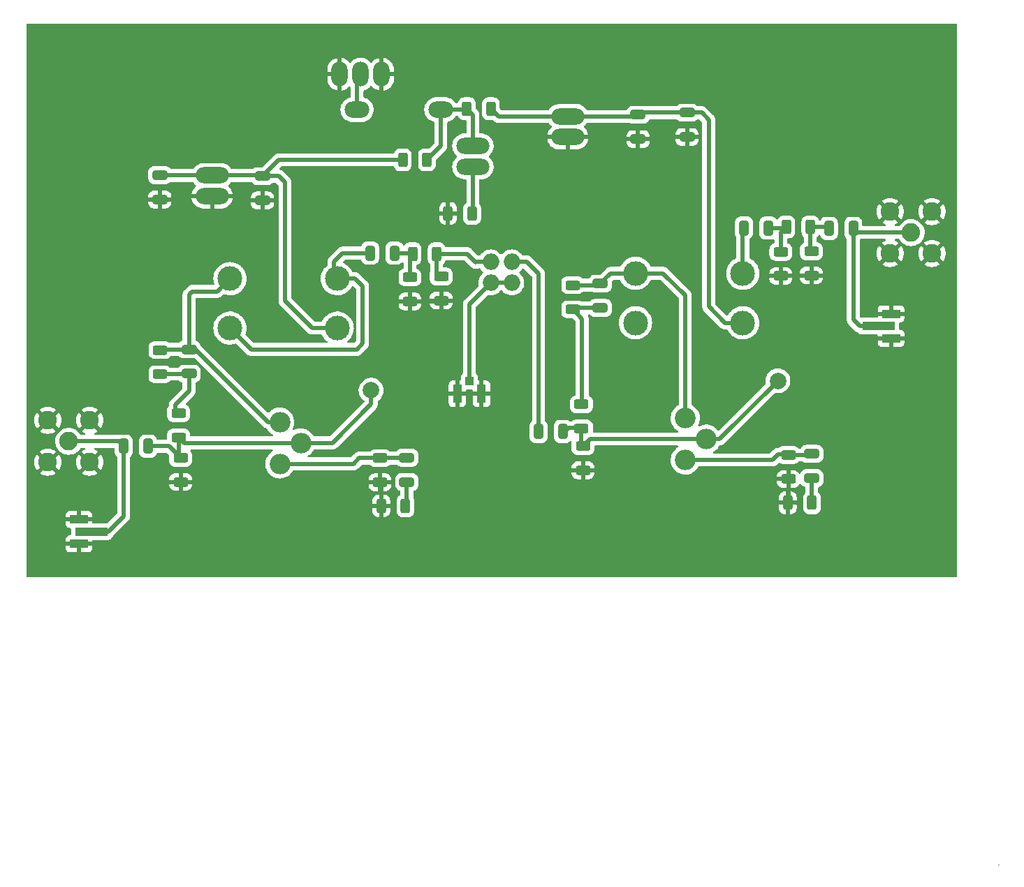
<source format=gbr>
%TF.GenerationSoftware,KiCad,Pcbnew,(6.0.7)*%
%TF.CreationDate,2023-01-19T20:49:39-05:00*%
%TF.ProjectId,Phoenix612_Stage_2_PA_Testing_v1,50686f65-6e69-4783-9631-325f53746167,rev?*%
%TF.SameCoordinates,Original*%
%TF.FileFunction,Copper,L1,Top*%
%TF.FilePolarity,Positive*%
%FSLAX46Y46*%
G04 Gerber Fmt 4.6, Leading zero omitted, Abs format (unit mm)*
G04 Created by KiCad (PCBNEW (6.0.7)) date 2023-01-19 20:49:39*
%MOMM*%
%LPD*%
G01*
G04 APERTURE LIST*
G04 Aperture macros list*
%AMRoundRect*
0 Rectangle with rounded corners*
0 $1 Rounding radius*
0 $2 $3 $4 $5 $6 $7 $8 $9 X,Y pos of 4 corners*
0 Add a 4 corners polygon primitive as box body*
4,1,4,$2,$3,$4,$5,$6,$7,$8,$9,$2,$3,0*
0 Add four circle primitives for the rounded corners*
1,1,$1+$1,$2,$3*
1,1,$1+$1,$4,$5*
1,1,$1+$1,$6,$7*
1,1,$1+$1,$8,$9*
0 Add four rect primitives between the rounded corners*
20,1,$1+$1,$2,$3,$4,$5,0*
20,1,$1+$1,$4,$5,$6,$7,0*
20,1,$1+$1,$6,$7,$8,$9,0*
20,1,$1+$1,$8,$9,$2,$3,0*%
G04 Aperture macros list end*
%TA.AperFunction,NonConductor*%
%ADD10C,0.200000*%
%TD*%
%TA.AperFunction,SMDPad,CuDef*%
%ADD11RoundRect,0.250000X-0.650000X0.325000X-0.650000X-0.325000X0.650000X-0.325000X0.650000X0.325000X0*%
%TD*%
%TA.AperFunction,SMDPad,CuDef*%
%ADD12R,4.000000X1.000000*%
%TD*%
%TA.AperFunction,SMDPad,CuDef*%
%ADD13R,2.200000X1.050000*%
%TD*%
%TA.AperFunction,ComponentPad*%
%ADD14O,4.000000X2.000000*%
%TD*%
%TA.AperFunction,SMDPad,CuDef*%
%ADD15RoundRect,0.250000X0.325000X0.650000X-0.325000X0.650000X-0.325000X-0.650000X0.325000X-0.650000X0*%
%TD*%
%TA.AperFunction,SMDPad,CuDef*%
%ADD16RoundRect,0.250000X0.625000X-0.312500X0.625000X0.312500X-0.625000X0.312500X-0.625000X-0.312500X0*%
%TD*%
%TA.AperFunction,SMDPad,CuDef*%
%ADD17RoundRect,0.250000X-0.325000X-0.650000X0.325000X-0.650000X0.325000X0.650000X-0.325000X0.650000X0*%
%TD*%
%TA.AperFunction,ComponentPad*%
%ADD18C,3.000000*%
%TD*%
%TA.AperFunction,SMDPad,CuDef*%
%ADD19RoundRect,0.250000X-0.312500X-0.625000X0.312500X-0.625000X0.312500X0.625000X-0.312500X0.625000X0*%
%TD*%
%TA.AperFunction,ComponentPad*%
%ADD20O,3.000000X2.000000*%
%TD*%
%TA.AperFunction,ComponentPad*%
%ADD21C,2.000000*%
%TD*%
%TA.AperFunction,ComponentPad*%
%ADD22O,2.500000X2.500000*%
%TD*%
%TA.AperFunction,SMDPad,CuDef*%
%ADD23RoundRect,0.250000X0.312500X0.625000X-0.312500X0.625000X-0.312500X-0.625000X0.312500X-0.625000X0*%
%TD*%
%TA.AperFunction,ComponentPad*%
%ADD24O,2.000000X3.000000*%
%TD*%
%TA.AperFunction,SMDPad,CuDef*%
%ADD25C,2.250000*%
%TD*%
%TA.AperFunction,SMDPad,CuDef*%
%ADD26R,1.000000X1.050000*%
%TD*%
%TA.AperFunction,SMDPad,CuDef*%
%ADD27R,1.050000X2.200000*%
%TD*%
%TA.AperFunction,ComponentPad*%
%ADD28O,2.000000X2.000000*%
%TD*%
%TA.AperFunction,Conductor*%
%ADD29C,0.550000*%
%TD*%
G04 APERTURE END LIST*
D10*
X145643601Y-129235200D02*
G75*
G03*
X145643601Y-129235200I-1J0D01*
G01*
D11*
%TO.P,C11,1*%
%TO.N,Q2_12V*%
X107861100Y-37958500D03*
%TO.P,C11,2*%
%TO.N,GND*%
X107861100Y-40908500D03*
%TD*%
D12*
%TO.P,U3,1*%
%TO.N,Net-(C15-Pad1)*%
X131057631Y-63851911D03*
D13*
%TO.P,U3,2*%
%TO.N,GND*%
X132582631Y-65326911D03*
%TO.P,U3,3*%
X132582631Y-62376911D03*
%TD*%
D14*
%TO.P,C5,2*%
%TO.N,GND*%
X50304700Y-48070649D03*
%TO.P,C5,1*%
%TO.N,Q1_12V*%
X50304700Y-45570649D03*
%TD*%
D15*
%TO.P,C7,1*%
%TO.N,Net-(C7-Pad1)*%
X72391800Y-54991000D03*
%TO.P,C7,2*%
%TO.N,Net-(C7-Pad2)*%
X69441800Y-54991000D03*
%TD*%
D16*
%TO.P,R18,1*%
%TO.N,GND*%
X122930631Y-57694411D03*
%TO.P,R18,2*%
%TO.N,Net-(C15-Pad2)*%
X122930631Y-54769411D03*
%TD*%
D11*
%TO.P,C2,1*%
%TO.N,Net-(C2-Pad1)*%
X47498000Y-66673200D03*
%TO.P,C2,2*%
%TO.N,Net-(C2-Pad2)*%
X47498000Y-69623200D03*
%TD*%
%TO.P,C12,1*%
%TO.N,Net-(C12-Pad1)*%
X97352831Y-58693911D03*
%TO.P,C12,2*%
%TO.N,Net-(C12-Pad2)*%
X97352831Y-61643911D03*
%TD*%
D16*
%TO.P,R5,1*%
%TO.N,GND*%
X70637400Y-82793300D03*
%TO.P,R5,2*%
%TO.N,Net-(C4-Pad1)*%
X70637400Y-79868300D03*
%TD*%
%TO.P,R12,1*%
%TO.N,GND*%
X95244631Y-81341811D03*
%TO.P,R12,2*%
%TO.N,Net-(Q2-Pad2)*%
X95244631Y-78416811D03*
%TD*%
D17*
%TO.P,C1,1*%
%TO.N,Net-(C1-Pad1)*%
X39569600Y-78409800D03*
%TO.P,C1,2*%
%TO.N,Net-(C1-Pad2)*%
X42519600Y-78409800D03*
%TD*%
D14*
%TO.P,C9,1*%
%TO.N,Q2_12V*%
X93408500Y-38407849D03*
%TO.P,C9,2*%
%TO.N,GND*%
X93408500Y-40907849D03*
%TD*%
D18*
%TO.P,T2,1,AA*%
%TO.N,Net-(C14-Pad2)*%
X114622431Y-57448311D03*
%TO.P,T2,2,AB*%
%TO.N,Net-(C12-Pad1)*%
X101622431Y-57448311D03*
%TO.P,T2,3,SB*%
%TO.N,Q2_12V*%
X114622431Y-63448311D03*
%TO.P,T2,4,SA*%
%TO.N,Net-(C14-Pad2)*%
X101622431Y-63448311D03*
%TD*%
D12*
%TO.P,U1,1*%
%TO.N,Net-(C1-Pad1)*%
X35688000Y-88773000D03*
D13*
%TO.P,U1,2*%
%TO.N,GND*%
X34163000Y-87298000D03*
%TO.P,U1,3*%
X34163000Y-90248000D03*
%TD*%
D15*
%TO.P,C14,1*%
%TO.N,Net-(C14-Pad1)*%
X117701831Y-51939311D03*
%TO.P,C14,2*%
%TO.N,Net-(C14-Pad2)*%
X114751831Y-51939311D03*
%TD*%
D19*
%TO.P,R6,1*%
%TO.N,GND*%
X70800500Y-85661500D03*
%TO.P,R6,2*%
%TO.N,Net-(C4-Pad2)*%
X73725500Y-85661500D03*
%TD*%
D16*
%TO.P,R10,1*%
%TO.N,GND*%
X78054200Y-60746100D03*
%TO.P,R10,2*%
%TO.N,Net-(R10-Pad2)*%
X78054200Y-57821100D03*
%TD*%
D11*
%TO.P,C4,1*%
%TO.N,Net-(C4-Pad1)*%
X73888600Y-79805000D03*
%TO.P,C4,2*%
%TO.N,Net-(C4-Pad2)*%
X73888600Y-82755000D03*
%TD*%
D20*
%TO.P,D1,1,K*%
%TO.N,TX12V*%
X78016100Y-37579300D03*
%TO.P,D1,2,A*%
%TO.N,Net-(D1-Pad2)*%
X67856100Y-37579300D03*
%TD*%
D21*
%TO.P,TP2,1,1*%
%TO.N,Net-(Q2-Pad2)*%
X118866631Y-70481311D03*
%TD*%
D16*
%TO.P,R11,1*%
%TO.N,Net-(Q2-Pad2)*%
X95059500Y-76265500D03*
%TO.P,R11,2*%
%TO.N,Net-(C12-Pad2)*%
X95059500Y-73340500D03*
%TD*%
D19*
%TO.P,R9,1*%
%TO.N,Net-(C7-Pad1)*%
X74585100Y-55067200D03*
%TO.P,R9,2*%
%TO.N,Net-(R10-Pad2)*%
X77510100Y-55067200D03*
%TD*%
D11*
%TO.P,C8,1*%
%TO.N,Q2_12V*%
X101917500Y-38212500D03*
%TO.P,C8,2*%
%TO.N,GND*%
X101917500Y-41162500D03*
%TD*%
D16*
%TO.P,R3,1*%
%TO.N,Net-(C2-Pad2)*%
X43967400Y-69686900D03*
%TO.P,R3,2*%
%TO.N,Net-(C2-Pad1)*%
X43967400Y-66761900D03*
%TD*%
D11*
%TO.P,C13,1*%
%TO.N,Net-(C13-Pad1)*%
X122981431Y-79344111D03*
%TO.P,C13,2*%
%TO.N,Net-(C13-Pad2)*%
X122981431Y-82294111D03*
%TD*%
D16*
%TO.P,R13,1*%
%TO.N,Net-(C12-Pad2)*%
X94000031Y-61809211D03*
%TO.P,R13,2*%
%TO.N,Net-(C12-Pad1)*%
X94000031Y-58884211D03*
%TD*%
%TO.P,R16,1*%
%TO.N,GND*%
X119222231Y-57770611D03*
%TO.P,R16,2*%
%TO.N,Net-(C14-Pad1)*%
X119222231Y-54845611D03*
%TD*%
D14*
%TO.P,D2,1,K*%
%TO.N,Net-(D2-Pad1)*%
X81902300Y-44518500D03*
%TO.P,D2,2,A*%
%TO.N,TX12V*%
X81902300Y-41978500D03*
%TD*%
D19*
%TO.P,R17,1*%
%TO.N,Net-(C14-Pad1)*%
X119882631Y-51812311D03*
%TO.P,R17,2*%
%TO.N,Net-(C15-Pad2)*%
X122807631Y-51812311D03*
%TD*%
D11*
%TO.P,C6,1*%
%TO.N,Q1_12V*%
X43954700Y-45528849D03*
%TO.P,C6,2*%
%TO.N,GND*%
X43954700Y-48478849D03*
%TD*%
D22*
%TO.P,Q1,1,E*%
%TO.N,Net-(C4-Pad1)*%
X58496200Y-80568800D03*
%TO.P,Q1,2,B*%
%TO.N,Net-(C1-Pad2)*%
X61036200Y-78028800D03*
%TO.P,Q1,3,C*%
%TO.N,Net-(C2-Pad1)*%
X58496200Y-75488800D03*
%TD*%
%TO.P,Q2,1,E*%
%TO.N,Net-(C13-Pad1)*%
X107645200Y-80086200D03*
%TO.P,Q2,2,B*%
%TO.N,Net-(Q2-Pad2)*%
X110185200Y-77546200D03*
%TO.P,Q2,3,C*%
%TO.N,Net-(C12-Pad1)*%
X107645200Y-75006200D03*
%TD*%
D23*
%TO.P,R4,1*%
%TO.N,TX12V*%
X76329000Y-43675300D03*
%TO.P,R4,2*%
%TO.N,Q1_12V*%
X73404000Y-43675300D03*
%TD*%
%TO.P,R19,1*%
%TO.N,Net-(D2-Pad1)*%
X81815400Y-50177700D03*
%TO.P,R19,2*%
%TO.N,GND*%
X78890400Y-50177700D03*
%TD*%
D16*
%TO.P,R8,1*%
%TO.N,GND*%
X74269600Y-60862400D03*
%TO.P,R8,2*%
%TO.N,Net-(C7-Pad1)*%
X74269600Y-57937400D03*
%TD*%
D15*
%TO.P,C10,1*%
%TO.N,Net-(Q2-Pad2)*%
X92806231Y-76628111D03*
%TO.P,C10,2*%
%TO.N,Net-(C10-Pad2)*%
X89856231Y-76628111D03*
%TD*%
D19*
%TO.P,R7,1*%
%TO.N,TX12V*%
X81165700Y-37477700D03*
%TO.P,R7,2*%
%TO.N,Q2_12V*%
X84090700Y-37477700D03*
%TD*%
D11*
%TO.P,C3,1*%
%TO.N,Q1_12V*%
X56400700Y-45655849D03*
%TO.P,C3,2*%
%TO.N,GND*%
X56400700Y-48605849D03*
%TD*%
D16*
%TO.P,R2,1*%
%TO.N,GND*%
X46482000Y-82757200D03*
%TO.P,R2,2*%
%TO.N,Net-(C1-Pad2)*%
X46482000Y-79832200D03*
%TD*%
D18*
%TO.P,T1,1,AA*%
%TO.N,Net-(C7-Pad2)*%
X65453400Y-58087000D03*
%TO.P,T1,2,AB*%
%TO.N,Net-(C2-Pad1)*%
X52453400Y-58087000D03*
%TO.P,T1,3,SB*%
%TO.N,Q1_12V*%
X65453400Y-64087000D03*
%TO.P,T1,4,SA*%
%TO.N,Net-(C7-Pad2)*%
X52453400Y-64087000D03*
%TD*%
D24*
%TO.P,J3,1,Pin_1*%
%TO.N,GND*%
X70838300Y-33286700D03*
%TO.P,J3,2,Pin_2*%
%TO.N,Net-(D1-Pad2)*%
X68298300Y-33286700D03*
%TO.P,J3,3,Pin_3*%
%TO.N,GND*%
X65758300Y-33286700D03*
%TD*%
D16*
%TO.P,R14,1*%
%TO.N,GND*%
X120136631Y-82408611D03*
%TO.P,R14,2*%
%TO.N,Net-(C13-Pad1)*%
X120136631Y-79483611D03*
%TD*%
D25*
%TO.P,J2,1,In*%
%TO.N,Net-(C15-Pad1)*%
X135021031Y-52498111D03*
%TO.P,J2,2,Ext*%
%TO.N,GND*%
X137561031Y-55038111D03*
X137561031Y-49958111D03*
X132481031Y-55038111D03*
X132481031Y-49958111D03*
%TD*%
%TO.P,J1,1,In*%
%TO.N,Net-(C1-Pad1)*%
X32918400Y-77825600D03*
%TO.P,J1,2,Ext*%
%TO.N,GND*%
X30378400Y-80365600D03*
X30378400Y-75285600D03*
X35458400Y-75285600D03*
X35458400Y-80365600D03*
%TD*%
D15*
%TO.P,C15,1*%
%TO.N,Net-(C15-Pad1)*%
X128012431Y-51990111D03*
%TO.P,C15,2*%
%TO.N,Net-(C15-Pad2)*%
X125062431Y-51990111D03*
%TD*%
D26*
%TO.P,U2,1*%
%TO.N,Net-(J4-Pad3)*%
X81483200Y-70534800D03*
D27*
%TO.P,U2,2*%
%TO.N,GND*%
X80008200Y-72059800D03*
%TO.P,U2,3*%
X82958200Y-72059800D03*
%TD*%
D19*
%TO.P,R15,1*%
%TO.N,GND*%
X120076500Y-85280500D03*
%TO.P,R15,2*%
%TO.N,Net-(C13-Pad2)*%
X123001500Y-85280500D03*
%TD*%
D21*
%TO.P,TP1,1,1*%
%TO.N,Net-(C1-Pad2)*%
X69570600Y-71628000D03*
%TD*%
D16*
%TO.P,R1,1*%
%TO.N,Net-(C1-Pad2)*%
X46228000Y-77332300D03*
%TO.P,R1,2*%
%TO.N,Net-(C2-Pad2)*%
X46228000Y-74407300D03*
%TD*%
D28*
%TO.P,J4,1,Pin_1*%
%TO.N,Net-(R10-Pad2)*%
X84069000Y-56052800D03*
%TO.P,J4,2,Pin_2*%
%TO.N,Net-(C10-Pad2)*%
X86609000Y-56052800D03*
%TO.P,J4,3,Pin_3*%
%TO.N,Net-(J4-Pad3)*%
X84069000Y-58592800D03*
%TO.P,J4,4,Pin_4*%
X86609000Y-58592800D03*
%TD*%
D29*
%TO.N,Net-(Q2-Pad2)*%
X95059500Y-78231680D02*
X95244631Y-78416811D01*
X95059500Y-76265500D02*
X95059500Y-78231680D01*
X94994000Y-76200000D02*
X95059500Y-76265500D01*
X93535500Y-76200000D02*
X94994000Y-76200000D01*
X93107389Y-76628111D02*
X93535500Y-76200000D01*
X92806231Y-76628111D02*
X93107389Y-76628111D01*
%TO.N,Net-(C1-Pad2)*%
X46924500Y-78028800D02*
X46228000Y-77332300D01*
X61036200Y-78028800D02*
X46924500Y-78028800D01*
%TO.N,Q2_12V*%
X112444911Y-63448311D02*
X114622431Y-63448311D01*
X110490000Y-61493400D02*
X112444911Y-63448311D01*
X110490000Y-38811200D02*
X110490000Y-61493400D01*
X109637300Y-37958500D02*
X110490000Y-38811200D01*
X107861100Y-37958500D02*
X109637300Y-37958500D01*
%TO.N,Q1_12V*%
X59118500Y-46418500D02*
X58355849Y-45655849D01*
X58355849Y-45655849D02*
X56400700Y-45655849D01*
X59118500Y-60769500D02*
X59118500Y-46418500D01*
X62436000Y-64087000D02*
X59118500Y-60769500D01*
X65453400Y-64087000D02*
X62436000Y-64087000D01*
%TO.N,Net-(C7-Pad2)*%
X65087500Y-57721100D02*
X65453400Y-58087000D01*
X65087500Y-56007000D02*
X65087500Y-57721100D01*
X66103500Y-54991000D02*
X65087500Y-56007000D01*
X69441800Y-54991000D02*
X66103500Y-54991000D01*
X67612000Y-58087000D02*
X65453400Y-58087000D01*
X68516500Y-58991500D02*
X67612000Y-58087000D01*
X68516500Y-65976500D02*
X68516500Y-58991500D01*
X67818000Y-66675000D02*
X68516500Y-65976500D01*
X52453400Y-64087000D02*
X55041400Y-66675000D01*
X55041400Y-66675000D02*
X67818000Y-66675000D01*
%TO.N,Net-(C1-Pad1)*%
X35688000Y-88773000D02*
X37719000Y-88773000D01*
X37719000Y-88773000D02*
X39569600Y-86922400D01*
X39569600Y-86922400D02*
X39569600Y-78409800D01*
X38985400Y-77825600D02*
X39569600Y-78409800D01*
X32918400Y-77825600D02*
X38985400Y-77825600D01*
%TO.N,Net-(C1-Pad2)*%
X46228000Y-79578200D02*
X46482000Y-79832200D01*
X61036200Y-78028800D02*
X64871600Y-78028800D01*
X46228000Y-77332300D02*
X46228000Y-78714600D01*
X69570600Y-73329800D02*
X69570600Y-71628000D01*
X46228000Y-78714600D02*
X46228000Y-79578200D01*
X64871600Y-78028800D02*
X69570600Y-73329800D01*
X45059600Y-78409800D02*
X46482000Y-79832200D01*
X42519600Y-78409800D02*
X45059600Y-78409800D01*
%TO.N,Net-(C2-Pad1)*%
X57073800Y-75488800D02*
X58496200Y-75488800D01*
X50901200Y-59639200D02*
X47904400Y-59639200D01*
X44056100Y-66673200D02*
X43967400Y-66761900D01*
X52453400Y-58087000D02*
X50901200Y-59639200D01*
X47904400Y-59639200D02*
X47498000Y-60045600D01*
X47498000Y-66673200D02*
X44056100Y-66673200D01*
X47498000Y-60045600D02*
X47498000Y-66673200D01*
X48258200Y-66673200D02*
X57073800Y-75488800D01*
X47498000Y-66673200D02*
X48258200Y-66673200D01*
%TO.N,Net-(C2-Pad2)*%
X47498000Y-71704200D02*
X45847000Y-73355200D01*
X43967400Y-69686900D02*
X47434300Y-69686900D01*
X45847000Y-74026300D02*
X46228000Y-74407300D01*
X47434300Y-69686900D02*
X47498000Y-69623200D01*
X47498000Y-69623200D02*
X47498000Y-71704200D01*
X45847000Y-73355200D02*
X45847000Y-74026300D01*
%TO.N,Q1_12V*%
X43996500Y-45570649D02*
X43954700Y-45528849D01*
X73404000Y-43675300D02*
X58381249Y-43675300D01*
X50304700Y-45570649D02*
X43996500Y-45570649D01*
X58381249Y-43675300D02*
X56400700Y-45655849D01*
X56400700Y-45655849D02*
X56315500Y-45570649D01*
X56315500Y-45570649D02*
X50304700Y-45570649D01*
%TO.N,GND*%
X70637400Y-82793300D02*
X70825900Y-82981800D01*
X120136631Y-84716011D02*
X120121931Y-84730711D01*
X77937900Y-60862400D02*
X78054200Y-60746100D01*
X70825900Y-82981800D02*
X70825900Y-85318600D01*
X74269600Y-60862400D02*
X77937900Y-60862400D01*
X120136631Y-82408611D02*
X120136631Y-84716011D01*
%TO.N,Net-(C4-Pad1)*%
X70637400Y-79868300D02*
X73825300Y-79868300D01*
X67411600Y-80568800D02*
X68112100Y-79868300D01*
X73825300Y-79868300D02*
X73888600Y-79805000D01*
X68112100Y-79868300D02*
X70637400Y-79868300D01*
X58496200Y-80568800D02*
X67411600Y-80568800D01*
%TO.N,Net-(C4-Pad2)*%
X73888600Y-85180900D02*
X73750900Y-85318600D01*
X73888600Y-82755000D02*
X73888600Y-85180900D01*
%TO.N,Net-(C7-Pad1)*%
X74585100Y-55067200D02*
X74269600Y-55382700D01*
X72391800Y-54991000D02*
X74508900Y-54991000D01*
X74269600Y-55382700D02*
X74269600Y-57937400D01*
X74508900Y-54991000D02*
X74585100Y-55067200D01*
%TO.N,Q2_12V*%
X101722151Y-38407849D02*
X101917500Y-38212500D01*
X93408500Y-38407849D02*
X101722151Y-38407849D01*
X101917500Y-38212500D02*
X102171500Y-37958500D01*
X84090700Y-37477700D02*
X85020849Y-38407849D01*
X85020849Y-38407849D02*
X93408500Y-38407849D01*
X102171500Y-37958500D02*
X107861100Y-37958500D01*
%TO.N,Net-(Q2-Pad2)*%
X110185200Y-77546200D02*
X96115242Y-77546200D01*
X110185200Y-77546200D02*
X111801742Y-77546200D01*
X96115242Y-77546200D02*
X95244631Y-78416811D01*
X111801742Y-77546200D02*
X118866631Y-70481311D01*
%TO.N,Net-(C10-Pad2)*%
X89856231Y-57496631D02*
X89856231Y-76628111D01*
X88412400Y-56052800D02*
X89856231Y-57496631D01*
X86609000Y-56052800D02*
X88412400Y-56052800D01*
%TO.N,Net-(C12-Pad1)*%
X107645200Y-60121800D02*
X107645200Y-75006200D01*
X104971711Y-57448311D02*
X107645200Y-60121800D01*
X97162531Y-58884211D02*
X97352831Y-58693911D01*
X97352831Y-58693911D02*
X98598431Y-57448311D01*
X98598431Y-57448311D02*
X101622431Y-57448311D01*
X94000031Y-58884211D02*
X97162531Y-58884211D01*
X101622431Y-57448311D02*
X104971711Y-57448311D01*
%TO.N,Net-(C12-Pad2)*%
X95143031Y-62952211D02*
X95143031Y-73525311D01*
X94165331Y-61643911D02*
X97352831Y-61643911D01*
X94000031Y-61809211D02*
X95143031Y-62952211D01*
X94000031Y-61809211D02*
X94165331Y-61643911D01*
%TO.N,Net-(C13-Pad1)*%
X118897400Y-79400400D02*
X120053420Y-79400400D01*
X107645200Y-80086200D02*
X118211600Y-80086200D01*
X122841931Y-79483611D02*
X122981431Y-79344111D01*
X118211600Y-80086200D02*
X118897400Y-79400400D01*
X120136631Y-79483611D02*
X122841931Y-79483611D01*
X120053420Y-79400400D02*
X120136631Y-79483611D01*
%TO.N,Net-(C13-Pad2)*%
X122981431Y-82294111D02*
X122981431Y-84665211D01*
X122981431Y-84665211D02*
X123046931Y-84730711D01*
%TO.N,Net-(C14-Pad1)*%
X117701831Y-51939311D02*
X119755631Y-51939311D01*
X119222231Y-52472711D02*
X119222231Y-54845611D01*
X119882631Y-51812311D02*
X119222231Y-52472711D01*
X119755631Y-51939311D02*
X119882631Y-51812311D01*
%TO.N,Net-(C14-Pad2)*%
X114622431Y-57448311D02*
X114622431Y-52068711D01*
X114622431Y-52068711D02*
X114751831Y-51939311D01*
%TO.N,Net-(C15-Pad1)*%
X128012431Y-51990111D02*
X128520431Y-52498111D01*
X131057631Y-63851911D02*
X128774311Y-63851911D01*
X128520431Y-52498111D02*
X135021031Y-52498111D01*
X128012431Y-63090031D02*
X128012431Y-51990111D01*
X128774311Y-63851911D02*
X128012431Y-63090031D01*
%TO.N,Net-(C15-Pad2)*%
X122807631Y-51812311D02*
X124884631Y-51812311D01*
X122807631Y-51812311D02*
X122807631Y-54646411D01*
X124884631Y-51812311D02*
X125062431Y-51990111D01*
X122807631Y-54646411D02*
X122930631Y-54769411D01*
%TO.N,TX12V*%
X81165700Y-37477700D02*
X81902300Y-38214300D01*
X78016100Y-41988200D02*
X76329000Y-43675300D01*
X81902300Y-38214300D02*
X81902300Y-41978500D01*
X78016100Y-37579300D02*
X78016100Y-41988200D01*
X81064100Y-37579300D02*
X81165700Y-37477700D01*
X78016100Y-37579300D02*
X81064100Y-37579300D01*
%TO.N,Net-(D1-Pad2)*%
X67856100Y-37579300D02*
X67856100Y-33728900D01*
X67856100Y-33728900D02*
X68298300Y-33286700D01*
%TO.N,Net-(R10-Pad2)*%
X77510100Y-57277000D02*
X78054200Y-57821100D01*
X77510100Y-55067200D02*
X81203800Y-55067200D01*
X81203800Y-55067200D02*
X82270600Y-56134000D01*
X82270600Y-56134000D02*
X82351800Y-56052800D01*
X77510100Y-55067200D02*
X77510100Y-57277000D01*
X82351800Y-56052800D02*
X84069000Y-56052800D01*
%TO.N,Net-(J4-Pad3)*%
X81483200Y-61178600D02*
X81483200Y-70534800D01*
X84069000Y-58592800D02*
X81483200Y-61178600D01*
X84069000Y-58592800D02*
X86609000Y-58592800D01*
%TO.N,Net-(D2-Pad1)*%
X81902300Y-44518500D02*
X81902300Y-50090800D01*
X81902300Y-50090800D02*
X81815400Y-50177700D01*
%TD*%
%TA.AperFunction,Conductor*%
%TO.N,GND*%
G36*
X140556021Y-27147702D02*
G01*
X140602514Y-27201358D01*
X140613900Y-27253700D01*
X140613900Y-94158300D01*
X140593898Y-94226421D01*
X140540242Y-94272914D01*
X140487900Y-94284300D01*
X27939500Y-94284300D01*
X27871379Y-94264298D01*
X27824886Y-94210642D01*
X27813500Y-94158300D01*
X27813500Y-90817669D01*
X32555001Y-90817669D01*
X32555371Y-90824490D01*
X32560895Y-90875352D01*
X32564521Y-90890604D01*
X32609676Y-91011054D01*
X32618214Y-91026649D01*
X32694715Y-91128724D01*
X32707276Y-91141285D01*
X32809351Y-91217786D01*
X32824946Y-91226324D01*
X32945394Y-91271478D01*
X32960649Y-91275105D01*
X33011514Y-91280631D01*
X33018328Y-91281000D01*
X33890885Y-91281000D01*
X33906124Y-91276525D01*
X33907329Y-91275135D01*
X33909000Y-91267452D01*
X33909000Y-91262884D01*
X34417000Y-91262884D01*
X34421475Y-91278123D01*
X34422865Y-91279328D01*
X34430548Y-91280999D01*
X35307669Y-91280999D01*
X35314490Y-91280629D01*
X35365352Y-91275105D01*
X35380604Y-91271479D01*
X35501054Y-91226324D01*
X35516649Y-91217786D01*
X35618724Y-91141285D01*
X35631285Y-91128724D01*
X35707786Y-91026649D01*
X35716324Y-91011054D01*
X35761478Y-90890606D01*
X35765105Y-90875351D01*
X35770631Y-90824486D01*
X35771000Y-90817672D01*
X35771000Y-90520115D01*
X35766525Y-90504876D01*
X35765135Y-90503671D01*
X35757452Y-90502000D01*
X34435115Y-90502000D01*
X34419876Y-90506475D01*
X34418671Y-90507865D01*
X34417000Y-90515548D01*
X34417000Y-91262884D01*
X33909000Y-91262884D01*
X33909000Y-90520115D01*
X33904525Y-90504876D01*
X33903135Y-90503671D01*
X33895452Y-90502000D01*
X32573116Y-90502000D01*
X32557877Y-90506475D01*
X32556672Y-90507865D01*
X32555001Y-90515548D01*
X32555001Y-90817669D01*
X27813500Y-90817669D01*
X27813500Y-87025885D01*
X32555000Y-87025885D01*
X32559475Y-87041124D01*
X32560865Y-87042329D01*
X32568548Y-87044000D01*
X33890885Y-87044000D01*
X33906124Y-87039525D01*
X33907329Y-87038135D01*
X33909000Y-87030452D01*
X33909000Y-87025885D01*
X34417000Y-87025885D01*
X34421475Y-87041124D01*
X34422865Y-87042329D01*
X34430548Y-87044000D01*
X35752884Y-87044000D01*
X35768123Y-87039525D01*
X35769328Y-87038135D01*
X35770999Y-87030452D01*
X35770999Y-86728331D01*
X35770629Y-86721510D01*
X35765105Y-86670648D01*
X35761479Y-86655396D01*
X35716324Y-86534946D01*
X35707786Y-86519351D01*
X35631285Y-86417276D01*
X35618724Y-86404715D01*
X35516649Y-86328214D01*
X35501054Y-86319676D01*
X35380606Y-86274522D01*
X35365351Y-86270895D01*
X35314486Y-86265369D01*
X35307672Y-86265000D01*
X34435115Y-86265000D01*
X34419876Y-86269475D01*
X34418671Y-86270865D01*
X34417000Y-86278548D01*
X34417000Y-87025885D01*
X33909000Y-87025885D01*
X33909000Y-86283116D01*
X33904525Y-86267877D01*
X33903135Y-86266672D01*
X33895452Y-86265001D01*
X33018331Y-86265001D01*
X33011510Y-86265371D01*
X32960648Y-86270895D01*
X32945396Y-86274521D01*
X32824946Y-86319676D01*
X32809351Y-86328214D01*
X32707276Y-86404715D01*
X32694715Y-86417276D01*
X32618214Y-86519351D01*
X32609676Y-86534946D01*
X32564522Y-86655394D01*
X32560895Y-86670649D01*
X32555369Y-86721514D01*
X32555000Y-86728328D01*
X32555000Y-87025885D01*
X27813500Y-87025885D01*
X27813500Y-81690071D01*
X29419284Y-81690071D01*
X29422970Y-81695340D01*
X29630521Y-81822527D01*
X29639315Y-81827008D01*
X29867642Y-81921584D01*
X29877027Y-81924633D01*
X30117340Y-81982328D01*
X30127087Y-81983871D01*
X30373470Y-82003262D01*
X30383330Y-82003262D01*
X30629713Y-81983871D01*
X30639460Y-81982328D01*
X30879773Y-81924633D01*
X30889158Y-81921584D01*
X31117485Y-81827008D01*
X31126279Y-81822527D01*
X31332328Y-81696260D01*
X31336368Y-81690071D01*
X34499284Y-81690071D01*
X34502970Y-81695340D01*
X34710521Y-81822527D01*
X34719315Y-81827008D01*
X34947642Y-81921584D01*
X34957027Y-81924633D01*
X35197340Y-81982328D01*
X35207087Y-81983871D01*
X35453470Y-82003262D01*
X35463330Y-82003262D01*
X35709713Y-81983871D01*
X35719460Y-81982328D01*
X35959773Y-81924633D01*
X35969158Y-81921584D01*
X36197485Y-81827008D01*
X36206279Y-81822527D01*
X36412328Y-81696260D01*
X36417590Y-81688199D01*
X36411583Y-81677993D01*
X35471212Y-80737622D01*
X35457268Y-80730008D01*
X35455435Y-80730139D01*
X35448820Y-80734390D01*
X34506676Y-81676534D01*
X34499284Y-81690071D01*
X31336368Y-81690071D01*
X31337590Y-81688199D01*
X31331583Y-81677993D01*
X30391212Y-80737622D01*
X30377268Y-80730008D01*
X30375435Y-80730139D01*
X30368820Y-80734390D01*
X29426676Y-81676534D01*
X29419284Y-81690071D01*
X27813500Y-81690071D01*
X27813500Y-80370530D01*
X28740738Y-80370530D01*
X28760129Y-80616913D01*
X28761672Y-80626660D01*
X28819367Y-80866973D01*
X28822416Y-80876358D01*
X28916992Y-81104685D01*
X28921473Y-81113479D01*
X29047740Y-81319528D01*
X29055801Y-81324790D01*
X29066007Y-81318783D01*
X30006378Y-80378412D01*
X30012756Y-80366732D01*
X30742808Y-80366732D01*
X30742939Y-80368565D01*
X30747190Y-80375180D01*
X31689334Y-81317324D01*
X31702871Y-81324716D01*
X31708140Y-81321030D01*
X31835327Y-81113479D01*
X31839808Y-81104685D01*
X31934384Y-80876358D01*
X31937433Y-80866973D01*
X31995128Y-80626660D01*
X31996671Y-80616913D01*
X32016062Y-80370530D01*
X33820738Y-80370530D01*
X33840129Y-80616913D01*
X33841672Y-80626660D01*
X33899367Y-80866973D01*
X33902416Y-80876358D01*
X33996992Y-81104685D01*
X34001473Y-81113479D01*
X34127740Y-81319528D01*
X34135801Y-81324790D01*
X34146007Y-81318783D01*
X35086378Y-80378412D01*
X35092756Y-80366732D01*
X35822808Y-80366732D01*
X35822939Y-80368565D01*
X35827190Y-80375180D01*
X36769334Y-81317324D01*
X36782871Y-81324716D01*
X36788140Y-81321030D01*
X36915327Y-81113479D01*
X36919808Y-81104685D01*
X37014384Y-80876358D01*
X37017433Y-80866973D01*
X37075128Y-80626660D01*
X37076671Y-80616913D01*
X37096062Y-80370530D01*
X37096062Y-80360670D01*
X37076671Y-80114287D01*
X37075128Y-80104540D01*
X37017433Y-79864227D01*
X37014384Y-79854842D01*
X36919808Y-79626515D01*
X36915327Y-79617721D01*
X36789060Y-79411672D01*
X36780999Y-79406410D01*
X36770793Y-79412417D01*
X35830422Y-80352788D01*
X35822808Y-80366732D01*
X35092756Y-80366732D01*
X35093992Y-80364468D01*
X35093861Y-80362635D01*
X35089610Y-80356020D01*
X34147466Y-79413876D01*
X34133929Y-79406484D01*
X34128660Y-79410170D01*
X34001473Y-79617721D01*
X33996992Y-79626515D01*
X33902416Y-79854842D01*
X33899367Y-79864227D01*
X33841672Y-80104540D01*
X33840129Y-80114287D01*
X33820738Y-80360670D01*
X33820738Y-80370530D01*
X32016062Y-80370530D01*
X32016062Y-80360670D01*
X31996671Y-80114287D01*
X31995128Y-80104540D01*
X31937433Y-79864227D01*
X31934384Y-79854842D01*
X31839808Y-79626515D01*
X31835327Y-79617721D01*
X31709060Y-79411672D01*
X31700999Y-79406410D01*
X31690793Y-79412417D01*
X30750422Y-80352788D01*
X30742808Y-80366732D01*
X30012756Y-80366732D01*
X30013992Y-80364468D01*
X30013861Y-80362635D01*
X30009610Y-80356020D01*
X29067466Y-79413876D01*
X29053929Y-79406484D01*
X29048660Y-79410170D01*
X28921473Y-79617721D01*
X28916992Y-79626515D01*
X28822416Y-79854842D01*
X28819367Y-79864227D01*
X28761672Y-80104540D01*
X28760129Y-80114287D01*
X28740738Y-80360670D01*
X28740738Y-80370530D01*
X27813500Y-80370530D01*
X27813500Y-79043001D01*
X29419210Y-79043001D01*
X29425217Y-79053207D01*
X30365588Y-79993578D01*
X30379532Y-80001192D01*
X30381365Y-80001061D01*
X30387980Y-79996810D01*
X31330124Y-79054666D01*
X31337516Y-79041129D01*
X31333830Y-79035860D01*
X31126279Y-78908673D01*
X31117485Y-78904192D01*
X30889158Y-78809616D01*
X30879773Y-78806567D01*
X30639460Y-78748872D01*
X30629713Y-78747329D01*
X30383330Y-78727938D01*
X30373470Y-78727938D01*
X30127087Y-78747329D01*
X30117340Y-78748872D01*
X29877027Y-78806567D01*
X29867642Y-78809616D01*
X29639315Y-78904192D01*
X29630521Y-78908673D01*
X29424472Y-79034940D01*
X29419210Y-79043001D01*
X27813500Y-79043001D01*
X27813500Y-77825600D01*
X31279849Y-77825600D01*
X31300022Y-78081926D01*
X31301176Y-78086733D01*
X31301177Y-78086739D01*
X31319752Y-78164109D01*
X31360045Y-78331940D01*
X31361938Y-78336511D01*
X31361939Y-78336513D01*
X31451213Y-78552039D01*
X31458440Y-78569487D01*
X31592784Y-78788716D01*
X31759769Y-78984231D01*
X31955284Y-79151216D01*
X32174513Y-79285560D01*
X32179083Y-79287453D01*
X32179087Y-79287455D01*
X32407487Y-79382061D01*
X32412060Y-79383955D01*
X32498902Y-79404804D01*
X32657261Y-79442823D01*
X32657267Y-79442824D01*
X32662074Y-79443978D01*
X32918400Y-79464151D01*
X33174726Y-79443978D01*
X33179533Y-79442824D01*
X33179539Y-79442823D01*
X33337898Y-79404804D01*
X33424740Y-79383955D01*
X33429313Y-79382061D01*
X33657713Y-79287455D01*
X33657717Y-79287453D01*
X33662287Y-79285560D01*
X33881516Y-79151216D01*
X34077031Y-78984231D01*
X34244016Y-78788716D01*
X34291934Y-78710521D01*
X34317216Y-78669265D01*
X34369864Y-78621634D01*
X34424649Y-78609100D01*
X34798286Y-78609100D01*
X34866407Y-78629102D01*
X34912900Y-78682758D01*
X34923004Y-78753032D01*
X34893510Y-78817612D01*
X34846504Y-78851509D01*
X34719315Y-78904192D01*
X34710521Y-78908673D01*
X34504472Y-79034940D01*
X34499210Y-79043001D01*
X34505217Y-79053207D01*
X35445588Y-79993578D01*
X35459532Y-80001192D01*
X35461365Y-80001061D01*
X35467980Y-79996810D01*
X36410124Y-79054666D01*
X36417516Y-79041129D01*
X36413830Y-79035860D01*
X36206279Y-78908673D01*
X36197485Y-78904192D01*
X36070296Y-78851509D01*
X36015015Y-78806961D01*
X35992594Y-78739597D01*
X36010152Y-78670806D01*
X36062114Y-78622428D01*
X36118514Y-78609100D01*
X38360100Y-78609100D01*
X38428221Y-78629102D01*
X38474714Y-78682758D01*
X38486100Y-78735100D01*
X38486100Y-79110200D01*
X38486437Y-79113446D01*
X38486437Y-79113450D01*
X38496334Y-79208832D01*
X38497074Y-79215966D01*
X38499255Y-79222502D01*
X38499255Y-79222504D01*
X38519430Y-79282974D01*
X38553050Y-79383746D01*
X38646122Y-79534148D01*
X38651304Y-79539321D01*
X38749118Y-79636965D01*
X38783197Y-79699248D01*
X38786100Y-79726138D01*
X38786100Y-86545674D01*
X38766098Y-86613795D01*
X38749195Y-86634769D01*
X37656369Y-87727595D01*
X37594057Y-87761621D01*
X37567274Y-87764500D01*
X35897000Y-87764500D01*
X35828879Y-87744498D01*
X35782386Y-87690842D01*
X35771000Y-87638500D01*
X35771000Y-87570115D01*
X35766525Y-87554876D01*
X35765135Y-87553671D01*
X35757452Y-87552000D01*
X32573116Y-87552000D01*
X32557877Y-87556475D01*
X32556672Y-87557865D01*
X32555001Y-87565548D01*
X32555001Y-87867669D01*
X32555371Y-87874490D01*
X32560895Y-87925352D01*
X32564521Y-87940604D01*
X32609676Y-88061054D01*
X32618214Y-88076649D01*
X32694715Y-88178724D01*
X32707276Y-88191285D01*
X32809351Y-88267786D01*
X32824946Y-88276324D01*
X32945394Y-88321478D01*
X32960649Y-88325105D01*
X33011514Y-88330631D01*
X33018328Y-88331000D01*
X33053500Y-88331000D01*
X33121621Y-88351002D01*
X33168114Y-88404658D01*
X33179500Y-88457000D01*
X33179500Y-89089001D01*
X33159498Y-89157122D01*
X33105842Y-89203615D01*
X33053500Y-89215001D01*
X33018331Y-89215001D01*
X33011510Y-89215371D01*
X32960648Y-89220895D01*
X32945396Y-89224521D01*
X32824946Y-89269676D01*
X32809351Y-89278214D01*
X32707276Y-89354715D01*
X32694715Y-89367276D01*
X32618214Y-89469351D01*
X32609676Y-89484946D01*
X32564522Y-89605394D01*
X32560895Y-89620649D01*
X32555369Y-89671514D01*
X32555000Y-89678328D01*
X32555000Y-89975885D01*
X32559475Y-89991124D01*
X32560865Y-89992329D01*
X32568548Y-89994000D01*
X35752884Y-89994000D01*
X35768123Y-89989525D01*
X35769328Y-89988135D01*
X35770999Y-89980452D01*
X35770999Y-89907500D01*
X35791001Y-89839379D01*
X35844657Y-89792886D01*
X35896999Y-89781500D01*
X37736134Y-89781500D01*
X37798316Y-89774745D01*
X37934705Y-89723615D01*
X38051261Y-89636261D01*
X38138615Y-89519705D01*
X38165910Y-89446897D01*
X38204988Y-89393259D01*
X38208749Y-89390909D01*
X38236672Y-89363181D01*
X38237264Y-89362627D01*
X38237913Y-89362123D01*
X38263065Y-89336971D01*
X38333475Y-89267051D01*
X38334116Y-89266041D01*
X38335174Y-89264862D01*
X40117217Y-87482819D01*
X40118155Y-87481890D01*
X40118263Y-87481784D01*
X40180611Y-87420729D01*
X40184428Y-87414807D01*
X40184430Y-87414804D01*
X40203265Y-87385578D01*
X40210693Y-87375239D01*
X40236788Y-87342550D01*
X40239854Y-87336208D01*
X40239857Y-87336203D01*
X40250827Y-87313510D01*
X40258353Y-87300098D01*
X40272014Y-87278900D01*
X40272016Y-87278895D01*
X40275831Y-87272976D01*
X40290133Y-87233681D01*
X40295094Y-87221937D01*
X40310224Y-87190640D01*
X40310225Y-87190637D01*
X40313291Y-87184295D01*
X40320548Y-87152859D01*
X40324915Y-87138118D01*
X40335950Y-87107800D01*
X40341191Y-87066312D01*
X40343428Y-87053757D01*
X40345450Y-87045000D01*
X40352833Y-87013023D01*
X40352946Y-86980919D01*
X40352971Y-86973679D01*
X40352998Y-86972853D01*
X40353100Y-86972046D01*
X40353100Y-86936586D01*
X40353447Y-86837247D01*
X40353185Y-86836076D01*
X40353100Y-86834503D01*
X40353100Y-86333595D01*
X69730001Y-86333595D01*
X69730338Y-86340114D01*
X69740257Y-86435706D01*
X69743149Y-86449100D01*
X69794588Y-86603284D01*
X69800761Y-86616462D01*
X69886063Y-86754307D01*
X69895099Y-86765708D01*
X70009829Y-86880239D01*
X70021240Y-86889251D01*
X70159243Y-86974316D01*
X70172424Y-86980463D01*
X70326710Y-87031638D01*
X70340086Y-87034505D01*
X70434438Y-87044172D01*
X70440854Y-87044500D01*
X70528385Y-87044500D01*
X70543624Y-87040025D01*
X70544829Y-87038635D01*
X70546500Y-87030952D01*
X70546500Y-87026384D01*
X71054500Y-87026384D01*
X71058975Y-87041623D01*
X71060365Y-87042828D01*
X71068048Y-87044499D01*
X71160095Y-87044499D01*
X71166614Y-87044162D01*
X71262206Y-87034243D01*
X71275600Y-87031351D01*
X71429784Y-86979912D01*
X71442962Y-86973739D01*
X71580807Y-86888437D01*
X71592208Y-86879401D01*
X71706739Y-86764671D01*
X71715751Y-86753260D01*
X71800816Y-86615257D01*
X71806963Y-86602076D01*
X71858138Y-86447790D01*
X71861005Y-86434414D01*
X71870672Y-86340062D01*
X71871000Y-86333646D01*
X71871000Y-85933615D01*
X71866525Y-85918376D01*
X71865135Y-85917171D01*
X71857452Y-85915500D01*
X71072615Y-85915500D01*
X71057376Y-85919975D01*
X71056171Y-85921365D01*
X71054500Y-85929048D01*
X71054500Y-87026384D01*
X70546500Y-87026384D01*
X70546500Y-85933615D01*
X70542025Y-85918376D01*
X70540635Y-85917171D01*
X70532952Y-85915500D01*
X69748116Y-85915500D01*
X69732877Y-85919975D01*
X69731672Y-85921365D01*
X69730001Y-85929048D01*
X69730001Y-86333595D01*
X40353100Y-86333595D01*
X40353100Y-85389385D01*
X69730000Y-85389385D01*
X69734475Y-85404624D01*
X69735865Y-85405829D01*
X69743548Y-85407500D01*
X70528385Y-85407500D01*
X70543624Y-85403025D01*
X70544829Y-85401635D01*
X70546500Y-85393952D01*
X70546500Y-85389385D01*
X71054500Y-85389385D01*
X71058975Y-85404624D01*
X71060365Y-85405829D01*
X71068048Y-85407500D01*
X71852884Y-85407500D01*
X71868123Y-85403025D01*
X71869328Y-85401635D01*
X71870999Y-85393952D01*
X71870999Y-84989405D01*
X71870662Y-84982886D01*
X71860743Y-84887294D01*
X71857851Y-84873900D01*
X71806412Y-84719716D01*
X71800239Y-84706538D01*
X71714937Y-84568693D01*
X71705901Y-84557292D01*
X71591171Y-84442761D01*
X71579760Y-84433749D01*
X71441757Y-84348684D01*
X71428576Y-84342537D01*
X71274290Y-84291362D01*
X71260914Y-84288495D01*
X71166562Y-84278828D01*
X71160145Y-84278500D01*
X71072615Y-84278500D01*
X71057376Y-84282975D01*
X71056171Y-84284365D01*
X71054500Y-84292048D01*
X71054500Y-85389385D01*
X70546500Y-85389385D01*
X70546500Y-84296616D01*
X70542025Y-84281377D01*
X70540635Y-84280172D01*
X70532952Y-84278501D01*
X70440905Y-84278501D01*
X70434386Y-84278838D01*
X70338794Y-84288757D01*
X70325400Y-84291649D01*
X70171216Y-84343088D01*
X70158038Y-84349261D01*
X70020193Y-84434563D01*
X70008792Y-84443599D01*
X69894261Y-84558329D01*
X69885249Y-84569740D01*
X69800184Y-84707743D01*
X69794037Y-84720924D01*
X69742862Y-84875210D01*
X69739995Y-84888586D01*
X69730328Y-84982938D01*
X69730000Y-84989355D01*
X69730000Y-85389385D01*
X40353100Y-85389385D01*
X40353100Y-83116795D01*
X45099001Y-83116795D01*
X45099338Y-83123314D01*
X45109257Y-83218906D01*
X45112149Y-83232300D01*
X45163588Y-83386484D01*
X45169761Y-83399662D01*
X45255063Y-83537507D01*
X45264099Y-83548908D01*
X45378829Y-83663439D01*
X45390240Y-83672451D01*
X45528243Y-83757516D01*
X45541424Y-83763663D01*
X45695710Y-83814838D01*
X45709086Y-83817705D01*
X45803438Y-83827372D01*
X45809854Y-83827700D01*
X46209885Y-83827700D01*
X46225124Y-83823225D01*
X46226329Y-83821835D01*
X46228000Y-83814152D01*
X46228000Y-83809584D01*
X46736000Y-83809584D01*
X46740475Y-83824823D01*
X46741865Y-83826028D01*
X46749548Y-83827699D01*
X47154095Y-83827699D01*
X47160614Y-83827362D01*
X47256206Y-83817443D01*
X47269600Y-83814551D01*
X47423784Y-83763112D01*
X47436962Y-83756939D01*
X47574807Y-83671637D01*
X47586208Y-83662601D01*
X47700739Y-83547871D01*
X47709751Y-83536460D01*
X47794816Y-83398457D01*
X47800963Y-83385276D01*
X47852138Y-83230990D01*
X47855005Y-83217614D01*
X47861636Y-83152895D01*
X69254401Y-83152895D01*
X69254738Y-83159414D01*
X69264657Y-83255006D01*
X69267549Y-83268400D01*
X69318988Y-83422584D01*
X69325161Y-83435762D01*
X69410463Y-83573607D01*
X69419499Y-83585008D01*
X69534229Y-83699539D01*
X69545640Y-83708551D01*
X69683643Y-83793616D01*
X69696824Y-83799763D01*
X69851110Y-83850938D01*
X69864486Y-83853805D01*
X69958838Y-83863472D01*
X69965254Y-83863800D01*
X70365285Y-83863800D01*
X70380524Y-83859325D01*
X70381729Y-83857935D01*
X70383400Y-83850252D01*
X70383400Y-83845684D01*
X70891400Y-83845684D01*
X70895875Y-83860923D01*
X70897265Y-83862128D01*
X70904948Y-83863799D01*
X71309495Y-83863799D01*
X71316014Y-83863462D01*
X71411606Y-83853543D01*
X71425000Y-83850651D01*
X71579184Y-83799212D01*
X71592362Y-83793039D01*
X71730207Y-83707737D01*
X71741608Y-83698701D01*
X71856139Y-83583971D01*
X71865151Y-83572560D01*
X71950216Y-83434557D01*
X71956363Y-83421376D01*
X72007538Y-83267090D01*
X72010405Y-83253714D01*
X72020072Y-83159362D01*
X72020400Y-83152946D01*
X72020400Y-83130400D01*
X72480100Y-83130400D01*
X72480437Y-83133646D01*
X72480437Y-83133650D01*
X72489631Y-83222257D01*
X72491074Y-83236166D01*
X72493255Y-83242702D01*
X72493255Y-83242704D01*
X72517325Y-83314850D01*
X72547050Y-83403946D01*
X72640122Y-83554348D01*
X72765297Y-83679305D01*
X72771527Y-83683145D01*
X72771528Y-83683146D01*
X72908690Y-83767694D01*
X72915862Y-83772115D01*
X72980686Y-83793616D01*
X73018767Y-83806247D01*
X73077127Y-83846678D01*
X73104364Y-83912242D01*
X73105100Y-83925840D01*
X73105100Y-84264818D01*
X73085098Y-84332939D01*
X73045403Y-84371962D01*
X72938652Y-84438022D01*
X72813695Y-84563197D01*
X72809855Y-84569427D01*
X72809854Y-84569428D01*
X72785883Y-84608317D01*
X72720885Y-84713762D01*
X72665203Y-84881639D01*
X72654500Y-84986100D01*
X72654500Y-86336900D01*
X72654837Y-86340146D01*
X72654837Y-86340150D01*
X72664752Y-86435706D01*
X72665474Y-86442666D01*
X72667655Y-86449202D01*
X72667655Y-86449204D01*
X72684348Y-86499239D01*
X72721450Y-86610446D01*
X72814522Y-86760848D01*
X72939697Y-86885805D01*
X72945927Y-86889645D01*
X72945928Y-86889646D01*
X73083288Y-86974316D01*
X73090262Y-86978615D01*
X73170005Y-87005064D01*
X73251611Y-87032132D01*
X73251613Y-87032132D01*
X73258139Y-87034297D01*
X73264975Y-87034997D01*
X73264978Y-87034998D01*
X73308031Y-87039409D01*
X73362600Y-87045000D01*
X74088400Y-87045000D01*
X74091646Y-87044663D01*
X74091650Y-87044663D01*
X74187308Y-87034738D01*
X74187312Y-87034737D01*
X74194166Y-87034026D01*
X74200702Y-87031845D01*
X74200704Y-87031845D01*
X74332806Y-86987772D01*
X74361946Y-86978050D01*
X74512348Y-86884978D01*
X74637305Y-86759803D01*
X74696668Y-86663499D01*
X74726275Y-86615468D01*
X74726276Y-86615466D01*
X74730115Y-86609238D01*
X74785797Y-86441361D01*
X74796500Y-86336900D01*
X74796500Y-85952595D01*
X119006001Y-85952595D01*
X119006338Y-85959114D01*
X119016257Y-86054706D01*
X119019149Y-86068100D01*
X119070588Y-86222284D01*
X119076761Y-86235462D01*
X119162063Y-86373307D01*
X119171099Y-86384708D01*
X119285829Y-86499239D01*
X119297240Y-86508251D01*
X119435243Y-86593316D01*
X119448424Y-86599463D01*
X119602710Y-86650638D01*
X119616086Y-86653505D01*
X119710438Y-86663172D01*
X119716854Y-86663500D01*
X119804385Y-86663500D01*
X119819624Y-86659025D01*
X119820829Y-86657635D01*
X119822500Y-86649952D01*
X119822500Y-86645384D01*
X120330500Y-86645384D01*
X120334975Y-86660623D01*
X120336365Y-86661828D01*
X120344048Y-86663499D01*
X120436095Y-86663499D01*
X120442614Y-86663162D01*
X120538206Y-86653243D01*
X120551600Y-86650351D01*
X120705784Y-86598912D01*
X120718962Y-86592739D01*
X120856807Y-86507437D01*
X120868208Y-86498401D01*
X120982739Y-86383671D01*
X120991751Y-86372260D01*
X121076816Y-86234257D01*
X121082963Y-86221076D01*
X121134138Y-86066790D01*
X121137005Y-86053414D01*
X121146672Y-85959062D01*
X121147000Y-85952646D01*
X121147000Y-85552615D01*
X121142525Y-85537376D01*
X121141135Y-85536171D01*
X121133452Y-85534500D01*
X120348615Y-85534500D01*
X120333376Y-85538975D01*
X120332171Y-85540365D01*
X120330500Y-85548048D01*
X120330500Y-86645384D01*
X119822500Y-86645384D01*
X119822500Y-85552615D01*
X119818025Y-85537376D01*
X119816635Y-85536171D01*
X119808952Y-85534500D01*
X119024116Y-85534500D01*
X119008877Y-85538975D01*
X119007672Y-85540365D01*
X119006001Y-85548048D01*
X119006001Y-85952595D01*
X74796500Y-85952595D01*
X74796500Y-85008385D01*
X119006000Y-85008385D01*
X119010475Y-85023624D01*
X119011865Y-85024829D01*
X119019548Y-85026500D01*
X119804385Y-85026500D01*
X119819624Y-85022025D01*
X119820829Y-85020635D01*
X119822500Y-85012952D01*
X119822500Y-85008385D01*
X120330500Y-85008385D01*
X120334975Y-85023624D01*
X120336365Y-85024829D01*
X120344048Y-85026500D01*
X121128884Y-85026500D01*
X121144123Y-85022025D01*
X121145328Y-85020635D01*
X121146999Y-85012952D01*
X121146999Y-84608405D01*
X121146662Y-84601886D01*
X121136743Y-84506294D01*
X121133851Y-84492900D01*
X121082412Y-84338716D01*
X121076239Y-84325538D01*
X120990937Y-84187693D01*
X120981901Y-84176292D01*
X120867171Y-84061761D01*
X120855760Y-84052749D01*
X120717757Y-83967684D01*
X120704576Y-83961537D01*
X120550290Y-83910362D01*
X120536914Y-83907495D01*
X120442562Y-83897828D01*
X120436145Y-83897500D01*
X120348615Y-83897500D01*
X120333376Y-83901975D01*
X120332171Y-83903365D01*
X120330500Y-83911048D01*
X120330500Y-85008385D01*
X119822500Y-85008385D01*
X119822500Y-83915616D01*
X119818025Y-83900377D01*
X119816635Y-83899172D01*
X119808952Y-83897501D01*
X119716905Y-83897501D01*
X119710386Y-83897838D01*
X119614794Y-83907757D01*
X119601400Y-83910649D01*
X119447216Y-83962088D01*
X119434038Y-83968261D01*
X119296193Y-84053563D01*
X119284792Y-84062599D01*
X119170261Y-84177329D01*
X119161249Y-84188740D01*
X119076184Y-84326743D01*
X119070037Y-84339924D01*
X119018862Y-84494210D01*
X119015995Y-84507586D01*
X119006328Y-84601938D01*
X119006000Y-84608355D01*
X119006000Y-85008385D01*
X74796500Y-85008385D01*
X74796500Y-84986100D01*
X74796163Y-84982850D01*
X74786238Y-84887192D01*
X74786237Y-84887188D01*
X74785526Y-84880334D01*
X74729550Y-84712554D01*
X74690956Y-84650187D01*
X74672100Y-84583884D01*
X74672100Y-83925879D01*
X74692102Y-83857758D01*
X74745758Y-83811265D01*
X74758223Y-83806356D01*
X74855593Y-83773870D01*
X74855595Y-83773869D01*
X74862546Y-83771550D01*
X75012948Y-83678478D01*
X75137905Y-83553303D01*
X75183638Y-83479111D01*
X75226875Y-83408968D01*
X75226876Y-83408966D01*
X75230715Y-83402738D01*
X75286397Y-83234861D01*
X75287689Y-83222257D01*
X75294127Y-83159414D01*
X75297100Y-83130400D01*
X75297100Y-82768206D01*
X118753632Y-82768206D01*
X118753969Y-82774725D01*
X118763888Y-82870317D01*
X118766780Y-82883711D01*
X118818219Y-83037895D01*
X118824392Y-83051073D01*
X118909694Y-83188918D01*
X118918730Y-83200319D01*
X119033460Y-83314850D01*
X119044871Y-83323862D01*
X119182874Y-83408927D01*
X119196055Y-83415074D01*
X119350341Y-83466249D01*
X119363717Y-83469116D01*
X119458069Y-83478783D01*
X119464485Y-83479111D01*
X119864516Y-83479111D01*
X119879755Y-83474636D01*
X119880960Y-83473246D01*
X119882631Y-83465563D01*
X119882631Y-83460995D01*
X120390631Y-83460995D01*
X120395106Y-83476234D01*
X120396496Y-83477439D01*
X120404179Y-83479110D01*
X120808726Y-83479110D01*
X120815245Y-83478773D01*
X120910837Y-83468854D01*
X120924231Y-83465962D01*
X121078415Y-83414523D01*
X121091593Y-83408350D01*
X121229438Y-83323048D01*
X121240839Y-83314012D01*
X121355370Y-83199282D01*
X121364382Y-83187871D01*
X121449447Y-83049868D01*
X121458687Y-83030054D01*
X121460106Y-83030716D01*
X121495685Y-82979367D01*
X121561250Y-82952134D01*
X121631131Y-82964672D01*
X121681985Y-83011096D01*
X121732953Y-83093459D01*
X121858128Y-83218416D01*
X121864358Y-83222256D01*
X121864359Y-83222257D01*
X122001521Y-83306805D01*
X122008693Y-83311226D01*
X122093046Y-83339204D01*
X122111598Y-83345358D01*
X122169958Y-83385789D01*
X122197195Y-83451353D01*
X122197931Y-83464951D01*
X122197931Y-84021645D01*
X122177929Y-84089766D01*
X122161104Y-84110663D01*
X122094866Y-84177016D01*
X122094862Y-84177021D01*
X122089695Y-84182197D01*
X122085855Y-84188427D01*
X122085854Y-84188428D01*
X122021982Y-84292048D01*
X121996885Y-84332762D01*
X121941203Y-84500639D01*
X121930500Y-84605100D01*
X121930500Y-85955900D01*
X121930837Y-85959146D01*
X121930837Y-85959150D01*
X121940752Y-86054706D01*
X121941474Y-86061666D01*
X121997450Y-86229446D01*
X122090522Y-86379848D01*
X122215697Y-86504805D01*
X122221927Y-86508645D01*
X122221928Y-86508646D01*
X122359288Y-86593316D01*
X122366262Y-86597615D01*
X122446005Y-86624064D01*
X122527611Y-86651132D01*
X122527613Y-86651132D01*
X122534139Y-86653297D01*
X122540975Y-86653997D01*
X122540978Y-86653998D01*
X122584031Y-86658409D01*
X122638600Y-86664000D01*
X123364400Y-86664000D01*
X123367646Y-86663663D01*
X123367650Y-86663663D01*
X123463308Y-86653738D01*
X123463312Y-86653737D01*
X123470166Y-86653026D01*
X123476702Y-86650845D01*
X123476704Y-86650845D01*
X123622881Y-86602076D01*
X123637946Y-86597050D01*
X123788348Y-86503978D01*
X123913305Y-86378803D01*
X123937131Y-86340150D01*
X124002275Y-86234468D01*
X124002276Y-86234466D01*
X124006115Y-86228238D01*
X124061797Y-86060361D01*
X124072500Y-85955900D01*
X124072500Y-84605100D01*
X124068723Y-84568693D01*
X124062238Y-84506192D01*
X124062237Y-84506188D01*
X124061526Y-84499334D01*
X124042800Y-84443204D01*
X124007868Y-84338502D01*
X124005550Y-84331554D01*
X123912478Y-84181152D01*
X123801912Y-84070779D01*
X123767834Y-84008498D01*
X123764931Y-83981607D01*
X123764931Y-83464990D01*
X123784933Y-83396869D01*
X123838589Y-83350376D01*
X123851054Y-83345467D01*
X123948424Y-83312981D01*
X123948426Y-83312980D01*
X123955377Y-83310661D01*
X124105779Y-83217589D01*
X124230736Y-83092414D01*
X124234577Y-83086183D01*
X124319706Y-82948079D01*
X124319707Y-82948077D01*
X124323546Y-82941849D01*
X124379228Y-82773972D01*
X124389931Y-82669511D01*
X124389931Y-81918711D01*
X124389285Y-81912484D01*
X124379669Y-81819803D01*
X124379668Y-81819799D01*
X124378957Y-81812945D01*
X124372298Y-81792984D01*
X124325299Y-81652113D01*
X124322981Y-81645165D01*
X124229909Y-81494763D01*
X124104734Y-81369806D01*
X124077710Y-81353148D01*
X123960399Y-81280836D01*
X123960397Y-81280835D01*
X123954169Y-81276996D01*
X123874426Y-81250547D01*
X123792820Y-81223479D01*
X123792818Y-81223479D01*
X123786292Y-81221314D01*
X123779456Y-81220614D01*
X123779453Y-81220613D01*
X123735989Y-81216160D01*
X123681831Y-81210611D01*
X122281031Y-81210611D01*
X122277785Y-81210948D01*
X122277781Y-81210948D01*
X122182123Y-81220873D01*
X122182119Y-81220874D01*
X122175265Y-81221585D01*
X122168729Y-81223766D01*
X122168727Y-81223766D01*
X122073840Y-81255423D01*
X122007485Y-81277561D01*
X121857083Y-81370633D01*
X121732126Y-81495808D01*
X121728286Y-81502038D01*
X121728285Y-81502039D01*
X121649809Y-81629351D01*
X121639316Y-81646373D01*
X121632355Y-81667361D01*
X121631867Y-81668831D01*
X121591436Y-81727191D01*
X121525872Y-81754428D01*
X121455991Y-81741895D01*
X121405130Y-81695467D01*
X121363568Y-81628304D01*
X121354532Y-81616903D01*
X121239802Y-81502372D01*
X121228391Y-81493360D01*
X121090388Y-81408295D01*
X121077207Y-81402148D01*
X120922921Y-81350973D01*
X120909545Y-81348106D01*
X120815193Y-81338439D01*
X120808776Y-81338111D01*
X120408746Y-81338111D01*
X120393507Y-81342586D01*
X120392302Y-81343976D01*
X120390631Y-81351659D01*
X120390631Y-83460995D01*
X119882631Y-83460995D01*
X119882631Y-82680726D01*
X119878156Y-82665487D01*
X119876766Y-82664282D01*
X119869083Y-82662611D01*
X118771747Y-82662611D01*
X118756508Y-82667086D01*
X118755303Y-82668476D01*
X118753632Y-82676159D01*
X118753632Y-82768206D01*
X75297100Y-82768206D01*
X75297100Y-82379600D01*
X75290919Y-82320024D01*
X75286838Y-82280692D01*
X75286837Y-82280688D01*
X75286126Y-82273834D01*
X75280531Y-82257062D01*
X75232468Y-82113002D01*
X75230150Y-82106054D01*
X75137078Y-81955652D01*
X75011903Y-81830695D01*
X74998652Y-81822527D01*
X74867568Y-81741725D01*
X74867566Y-81741724D01*
X74861338Y-81737885D01*
X74761942Y-81704917D01*
X74751357Y-81701406D01*
X93861632Y-81701406D01*
X93861969Y-81707925D01*
X93871888Y-81803517D01*
X93874780Y-81816911D01*
X93926219Y-81971095D01*
X93932392Y-81984273D01*
X94017694Y-82122118D01*
X94026730Y-82133519D01*
X94141460Y-82248050D01*
X94152871Y-82257062D01*
X94290874Y-82342127D01*
X94304055Y-82348274D01*
X94458341Y-82399449D01*
X94471717Y-82402316D01*
X94566069Y-82411983D01*
X94572485Y-82412311D01*
X94972516Y-82412311D01*
X94987755Y-82407836D01*
X94988960Y-82406446D01*
X94990631Y-82398763D01*
X94990631Y-82394195D01*
X95498631Y-82394195D01*
X95503106Y-82409434D01*
X95504496Y-82410639D01*
X95512179Y-82412310D01*
X95916726Y-82412310D01*
X95923245Y-82411973D01*
X96018837Y-82402054D01*
X96032231Y-82399162D01*
X96186415Y-82347723D01*
X96199593Y-82341550D01*
X96337438Y-82256248D01*
X96348839Y-82247212D01*
X96459363Y-82136496D01*
X118753631Y-82136496D01*
X118758106Y-82151735D01*
X118759496Y-82152940D01*
X118767179Y-82154611D01*
X119864516Y-82154611D01*
X119879755Y-82150136D01*
X119880960Y-82148746D01*
X119882631Y-82141063D01*
X119882631Y-81356227D01*
X119878156Y-81340988D01*
X119876766Y-81339783D01*
X119869083Y-81338112D01*
X119464536Y-81338112D01*
X119458017Y-81338449D01*
X119362425Y-81348368D01*
X119349031Y-81351260D01*
X119194847Y-81402699D01*
X119181669Y-81408872D01*
X119043824Y-81494174D01*
X119032423Y-81503210D01*
X118917892Y-81617940D01*
X118908880Y-81629351D01*
X118823815Y-81767354D01*
X118817668Y-81780535D01*
X118766493Y-81934821D01*
X118763626Y-81948197D01*
X118753959Y-82042549D01*
X118753631Y-82048966D01*
X118753631Y-82136496D01*
X96459363Y-82136496D01*
X96463370Y-82132482D01*
X96472382Y-82121071D01*
X96557447Y-81983068D01*
X96563594Y-81969887D01*
X96614769Y-81815601D01*
X96617636Y-81802225D01*
X96627303Y-81707873D01*
X96627631Y-81701457D01*
X96627631Y-81613926D01*
X96623156Y-81598687D01*
X96621766Y-81597482D01*
X96614083Y-81595811D01*
X95516746Y-81595811D01*
X95501507Y-81600286D01*
X95500302Y-81601676D01*
X95498631Y-81609359D01*
X95498631Y-82394195D01*
X94990631Y-82394195D01*
X94990631Y-81613926D01*
X94986156Y-81598687D01*
X94984766Y-81597482D01*
X94977083Y-81595811D01*
X93879747Y-81595811D01*
X93864508Y-81600286D01*
X93863303Y-81601676D01*
X93861632Y-81609359D01*
X93861632Y-81701406D01*
X74751357Y-81701406D01*
X74699989Y-81684368D01*
X74699987Y-81684368D01*
X74693461Y-81682203D01*
X74686625Y-81681503D01*
X74686622Y-81681502D01*
X74643569Y-81677091D01*
X74589000Y-81671500D01*
X73188200Y-81671500D01*
X73184954Y-81671837D01*
X73184950Y-81671837D01*
X73089292Y-81681762D01*
X73089288Y-81681763D01*
X73082434Y-81682474D01*
X73075898Y-81684655D01*
X73075896Y-81684655D01*
X72956551Y-81724472D01*
X72914654Y-81738450D01*
X72764252Y-81831522D01*
X72639295Y-81956697D01*
X72635455Y-81962927D01*
X72635454Y-81962928D01*
X72613895Y-81997904D01*
X72546485Y-82107262D01*
X72490803Y-82275139D01*
X72490103Y-82281975D01*
X72490102Y-82281978D01*
X72488717Y-82295494D01*
X72480100Y-82379600D01*
X72480100Y-83130400D01*
X72020400Y-83130400D01*
X72020400Y-83065415D01*
X72015925Y-83050176D01*
X72014535Y-83048971D01*
X72006852Y-83047300D01*
X70909515Y-83047300D01*
X70894276Y-83051775D01*
X70893071Y-83053165D01*
X70891400Y-83060848D01*
X70891400Y-83845684D01*
X70383400Y-83845684D01*
X70383400Y-83065415D01*
X70378925Y-83050176D01*
X70377535Y-83048971D01*
X70369852Y-83047300D01*
X69272516Y-83047300D01*
X69257277Y-83051775D01*
X69256072Y-83053165D01*
X69254401Y-83060848D01*
X69254401Y-83152895D01*
X47861636Y-83152895D01*
X47864672Y-83123262D01*
X47865000Y-83116846D01*
X47865000Y-83029315D01*
X47860525Y-83014076D01*
X47859135Y-83012871D01*
X47851452Y-83011200D01*
X46754115Y-83011200D01*
X46738876Y-83015675D01*
X46737671Y-83017065D01*
X46736000Y-83024748D01*
X46736000Y-83809584D01*
X46228000Y-83809584D01*
X46228000Y-83029315D01*
X46223525Y-83014076D01*
X46222135Y-83012871D01*
X46214452Y-83011200D01*
X45117116Y-83011200D01*
X45101877Y-83015675D01*
X45100672Y-83017065D01*
X45099001Y-83024748D01*
X45099001Y-83116795D01*
X40353100Y-83116795D01*
X40353100Y-82521185D01*
X69254400Y-82521185D01*
X69258875Y-82536424D01*
X69260265Y-82537629D01*
X69267948Y-82539300D01*
X70365285Y-82539300D01*
X70380524Y-82534825D01*
X70381729Y-82533435D01*
X70383400Y-82525752D01*
X70383400Y-82521185D01*
X70891400Y-82521185D01*
X70895875Y-82536424D01*
X70897265Y-82537629D01*
X70904948Y-82539300D01*
X72002284Y-82539300D01*
X72017523Y-82534825D01*
X72018728Y-82533435D01*
X72020399Y-82525752D01*
X72020399Y-82433705D01*
X72020062Y-82427186D01*
X72010143Y-82331594D01*
X72007251Y-82318200D01*
X71955812Y-82164016D01*
X71949639Y-82150838D01*
X71864337Y-82012993D01*
X71855301Y-82001592D01*
X71740571Y-81887061D01*
X71729160Y-81878049D01*
X71591157Y-81792984D01*
X71577976Y-81786837D01*
X71423690Y-81735662D01*
X71410314Y-81732795D01*
X71315962Y-81723128D01*
X71309545Y-81722800D01*
X70909515Y-81722800D01*
X70894276Y-81727275D01*
X70893071Y-81728665D01*
X70891400Y-81736348D01*
X70891400Y-82521185D01*
X70383400Y-82521185D01*
X70383400Y-81740916D01*
X70378925Y-81725677D01*
X70377535Y-81724472D01*
X70369852Y-81722801D01*
X69965305Y-81722801D01*
X69958786Y-81723138D01*
X69863194Y-81733057D01*
X69849800Y-81735949D01*
X69695616Y-81787388D01*
X69682438Y-81793561D01*
X69544593Y-81878863D01*
X69533192Y-81887899D01*
X69418661Y-82002629D01*
X69409649Y-82014040D01*
X69324584Y-82152043D01*
X69318437Y-82165224D01*
X69267262Y-82319510D01*
X69264395Y-82332886D01*
X69254728Y-82427238D01*
X69254400Y-82433655D01*
X69254400Y-82521185D01*
X40353100Y-82521185D01*
X40353100Y-82485085D01*
X45099000Y-82485085D01*
X45103475Y-82500324D01*
X45104865Y-82501529D01*
X45112548Y-82503200D01*
X46209885Y-82503200D01*
X46225124Y-82498725D01*
X46226329Y-82497335D01*
X46228000Y-82489652D01*
X46228000Y-82485085D01*
X46736000Y-82485085D01*
X46740475Y-82500324D01*
X46741865Y-82501529D01*
X46749548Y-82503200D01*
X47846884Y-82503200D01*
X47862123Y-82498725D01*
X47863328Y-82497335D01*
X47864999Y-82489652D01*
X47864999Y-82397605D01*
X47864662Y-82391086D01*
X47854743Y-82295494D01*
X47851851Y-82282100D01*
X47800412Y-82127916D01*
X47794239Y-82114738D01*
X47708937Y-81976893D01*
X47699901Y-81965492D01*
X47585171Y-81850961D01*
X47573760Y-81841949D01*
X47435757Y-81756884D01*
X47422576Y-81750737D01*
X47268290Y-81699562D01*
X47254914Y-81696695D01*
X47160562Y-81687028D01*
X47154145Y-81686700D01*
X46754115Y-81686700D01*
X46738876Y-81691175D01*
X46737671Y-81692565D01*
X46736000Y-81700248D01*
X46736000Y-82485085D01*
X46228000Y-82485085D01*
X46228000Y-81704816D01*
X46223525Y-81689577D01*
X46222135Y-81688372D01*
X46214452Y-81686701D01*
X45809905Y-81686701D01*
X45803386Y-81687038D01*
X45707794Y-81696957D01*
X45694400Y-81699849D01*
X45540216Y-81751288D01*
X45527038Y-81757461D01*
X45389193Y-81842763D01*
X45377792Y-81851799D01*
X45263261Y-81966529D01*
X45254249Y-81977940D01*
X45169184Y-82115943D01*
X45163037Y-82129124D01*
X45111862Y-82283410D01*
X45108995Y-82296786D01*
X45099328Y-82391138D01*
X45099000Y-82397555D01*
X45099000Y-82485085D01*
X40353100Y-82485085D01*
X40353100Y-79726280D01*
X40373102Y-79658159D01*
X40389927Y-79637262D01*
X40390224Y-79636965D01*
X40493905Y-79533103D01*
X40528588Y-79476837D01*
X40582875Y-79388768D01*
X40582876Y-79388766D01*
X40586715Y-79382538D01*
X40631784Y-79246659D01*
X40640232Y-79221189D01*
X40640232Y-79221187D01*
X40642397Y-79214661D01*
X40643525Y-79203659D01*
X40648633Y-79153800D01*
X40653100Y-79110200D01*
X41436100Y-79110200D01*
X41436437Y-79113446D01*
X41436437Y-79113450D01*
X41446334Y-79208832D01*
X41447074Y-79215966D01*
X41449255Y-79222502D01*
X41449255Y-79222504D01*
X41469430Y-79282974D01*
X41503050Y-79383746D01*
X41596122Y-79534148D01*
X41601304Y-79539321D01*
X41614160Y-79552155D01*
X41721297Y-79659105D01*
X41727527Y-79662945D01*
X41727528Y-79662946D01*
X41864690Y-79747494D01*
X41871862Y-79751915D01*
X41934024Y-79772533D01*
X42033211Y-79805432D01*
X42033213Y-79805432D01*
X42039739Y-79807597D01*
X42046575Y-79808297D01*
X42046578Y-79808298D01*
X42089631Y-79812709D01*
X42144200Y-79818300D01*
X42895000Y-79818300D01*
X42898246Y-79817963D01*
X42898250Y-79817963D01*
X42993908Y-79808038D01*
X42993912Y-79808037D01*
X43000766Y-79807326D01*
X43007302Y-79805145D01*
X43007304Y-79805145D01*
X43139406Y-79761072D01*
X43168546Y-79751350D01*
X43318948Y-79658278D01*
X43443905Y-79533103D01*
X43478588Y-79476837D01*
X43532875Y-79388768D01*
X43532876Y-79388766D01*
X43536715Y-79382538D01*
X43567545Y-79289587D01*
X43570847Y-79279633D01*
X43611278Y-79221273D01*
X43676842Y-79194036D01*
X43690440Y-79193300D01*
X44682874Y-79193300D01*
X44750995Y-79213302D01*
X44771969Y-79230205D01*
X45061595Y-79519831D01*
X45095621Y-79582143D01*
X45098500Y-79608926D01*
X45098500Y-80195100D01*
X45098837Y-80198346D01*
X45098837Y-80198350D01*
X45108491Y-80291389D01*
X45109474Y-80300866D01*
X45111655Y-80307402D01*
X45111655Y-80307404D01*
X45141018Y-80395416D01*
X45165450Y-80468646D01*
X45258522Y-80619048D01*
X45383697Y-80744005D01*
X45389927Y-80747845D01*
X45389928Y-80747846D01*
X45527090Y-80832394D01*
X45534262Y-80836815D01*
X45591648Y-80855849D01*
X45695611Y-80890332D01*
X45695613Y-80890332D01*
X45702139Y-80892497D01*
X45708975Y-80893197D01*
X45708978Y-80893198D01*
X45752031Y-80897609D01*
X45806600Y-80903200D01*
X47157400Y-80903200D01*
X47160646Y-80902863D01*
X47160650Y-80902863D01*
X47256308Y-80892938D01*
X47256312Y-80892937D01*
X47263166Y-80892226D01*
X47269702Y-80890045D01*
X47269704Y-80890045D01*
X47418828Y-80840293D01*
X47430946Y-80836250D01*
X47581348Y-80743178D01*
X47706305Y-80618003D01*
X47729576Y-80580251D01*
X47795275Y-80473668D01*
X47795276Y-80473666D01*
X47799115Y-80467438D01*
X47831910Y-80368565D01*
X47852632Y-80306089D01*
X47852632Y-80306087D01*
X47854797Y-80299561D01*
X47855635Y-80291389D01*
X47865172Y-80198298D01*
X47865500Y-80195100D01*
X47865500Y-79469300D01*
X47864966Y-79464151D01*
X47855238Y-79370392D01*
X47855237Y-79370388D01*
X47854526Y-79363534D01*
X47842877Y-79328616D01*
X47800868Y-79202702D01*
X47798550Y-79195754D01*
X47705478Y-79045352D01*
X47700296Y-79040179D01*
X47687568Y-79027473D01*
X47653489Y-78965190D01*
X47658492Y-78894370D01*
X47700990Y-78837497D01*
X47767488Y-78812629D01*
X47776586Y-78812300D01*
X57545947Y-78812300D01*
X57614068Y-78832302D01*
X57660561Y-78885958D01*
X57670665Y-78956232D01*
X57641171Y-79020812D01*
X57615033Y-79043671D01*
X57556729Y-79081897D01*
X57426604Y-79167210D01*
X57426599Y-79167214D01*
X57422691Y-79169776D01*
X57227694Y-79343818D01*
X57060563Y-79544770D01*
X57058134Y-79548773D01*
X56928319Y-79762702D01*
X56924971Y-79768219D01*
X56823897Y-80009255D01*
X56759559Y-80262583D01*
X56759091Y-80267234D01*
X56759090Y-80267238D01*
X56751613Y-80341495D01*
X56733373Y-80522639D01*
X56733597Y-80527305D01*
X56733597Y-80527311D01*
X56737496Y-80608483D01*
X56745913Y-80783708D01*
X56796904Y-81040056D01*
X56885226Y-81286052D01*
X56906001Y-81324716D01*
X56997370Y-81494763D01*
X57008937Y-81516291D01*
X57011732Y-81520034D01*
X57011734Y-81520037D01*
X57162530Y-81721977D01*
X57162535Y-81721983D01*
X57165322Y-81725715D01*
X57168631Y-81728995D01*
X57168636Y-81729001D01*
X57347626Y-81906435D01*
X57350943Y-81909723D01*
X57354705Y-81912481D01*
X57354708Y-81912484D01*
X57557950Y-82061507D01*
X57561724Y-82064274D01*
X57565867Y-82066454D01*
X57565869Y-82066455D01*
X57788884Y-82183789D01*
X57788889Y-82183791D01*
X57793034Y-82185972D01*
X57931454Y-82234311D01*
X58025908Y-82267296D01*
X58039790Y-82272144D01*
X58044383Y-82273016D01*
X58291985Y-82320024D01*
X58291988Y-82320024D01*
X58296574Y-82320895D01*
X58427159Y-82326026D01*
X58553075Y-82330974D01*
X58553081Y-82330974D01*
X58557743Y-82331157D01*
X58637177Y-82322457D01*
X58812907Y-82303212D01*
X58812912Y-82303211D01*
X58817560Y-82302702D01*
X58890837Y-82283410D01*
X59065794Y-82237348D01*
X59065796Y-82237347D01*
X59070317Y-82236157D01*
X59310462Y-82132982D01*
X59316697Y-82129124D01*
X59528747Y-81997904D01*
X59528748Y-81997904D01*
X59532719Y-81995446D01*
X59536282Y-81992429D01*
X59536287Y-81992426D01*
X59728639Y-81829587D01*
X59728640Y-81829586D01*
X59732205Y-81826568D01*
X59761657Y-81792984D01*
X59901457Y-81633574D01*
X59901461Y-81633569D01*
X59904539Y-81630059D01*
X59934259Y-81583855D01*
X60045933Y-81410237D01*
X60047933Y-81411524D01*
X60091057Y-81367995D01*
X60151958Y-81352300D01*
X67402599Y-81352300D01*
X67403920Y-81352307D01*
X67491278Y-81353222D01*
X67498163Y-81351733D01*
X67498166Y-81351733D01*
X67532145Y-81344386D01*
X67544728Y-81342325D01*
X67553215Y-81341373D01*
X67586282Y-81337664D01*
X67592937Y-81335346D01*
X67592943Y-81335345D01*
X67616746Y-81327056D01*
X67631555Y-81322893D01*
X67656201Y-81317564D01*
X67656205Y-81317563D01*
X67663086Y-81316075D01*
X67700995Y-81298398D01*
X67712771Y-81293616D01*
X67752281Y-81279857D01*
X67779639Y-81262762D01*
X67793156Y-81255423D01*
X67816015Y-81244764D01*
X67816018Y-81244762D01*
X67822394Y-81241789D01*
X67848791Y-81221314D01*
X67855435Y-81216160D01*
X67865883Y-81208871D01*
X67901349Y-81186709D01*
X67929272Y-81158981D01*
X67929864Y-81158427D01*
X67930513Y-81157923D01*
X67955665Y-81132771D01*
X68019182Y-81069696D01*
X93861631Y-81069696D01*
X93866106Y-81084935D01*
X93867496Y-81086140D01*
X93875179Y-81087811D01*
X94972516Y-81087811D01*
X94987755Y-81083336D01*
X94988960Y-81081946D01*
X94990631Y-81074263D01*
X94990631Y-81069696D01*
X95498631Y-81069696D01*
X95503106Y-81084935D01*
X95504496Y-81086140D01*
X95512179Y-81087811D01*
X96609515Y-81087811D01*
X96624754Y-81083336D01*
X96625959Y-81081946D01*
X96627630Y-81074263D01*
X96627630Y-80982216D01*
X96627293Y-80975697D01*
X96617374Y-80880105D01*
X96614482Y-80866711D01*
X96563043Y-80712527D01*
X96556870Y-80699349D01*
X96471568Y-80561504D01*
X96462532Y-80550103D01*
X96347802Y-80435572D01*
X96336391Y-80426560D01*
X96198388Y-80341495D01*
X96185207Y-80335348D01*
X96030921Y-80284173D01*
X96017545Y-80281306D01*
X95923193Y-80271639D01*
X95916776Y-80271311D01*
X95516746Y-80271311D01*
X95501507Y-80275786D01*
X95500302Y-80277176D01*
X95498631Y-80284859D01*
X95498631Y-81069696D01*
X94990631Y-81069696D01*
X94990631Y-80289427D01*
X94986156Y-80274188D01*
X94984766Y-80272983D01*
X94977083Y-80271312D01*
X94572536Y-80271312D01*
X94566017Y-80271649D01*
X94470425Y-80281568D01*
X94457031Y-80284460D01*
X94302847Y-80335899D01*
X94289669Y-80342072D01*
X94151824Y-80427374D01*
X94140423Y-80436410D01*
X94025892Y-80551140D01*
X94016880Y-80562551D01*
X93931815Y-80700554D01*
X93925668Y-80713735D01*
X93874493Y-80868021D01*
X93871626Y-80881397D01*
X93861959Y-80975749D01*
X93861631Y-80982166D01*
X93861631Y-81069696D01*
X68019182Y-81069696D01*
X68026075Y-81062851D01*
X68026716Y-81061841D01*
X68027774Y-81060662D01*
X68399731Y-80688705D01*
X68462043Y-80654679D01*
X68488826Y-80651800D01*
X69358441Y-80651800D01*
X69426562Y-80671802D01*
X69447459Y-80688627D01*
X69533916Y-80774934D01*
X69533921Y-80774938D01*
X69539097Y-80780105D01*
X69545327Y-80783945D01*
X69545328Y-80783946D01*
X69682490Y-80868494D01*
X69689662Y-80872915D01*
X69735634Y-80888163D01*
X69851011Y-80926432D01*
X69851013Y-80926432D01*
X69857539Y-80928597D01*
X69864375Y-80929297D01*
X69864378Y-80929298D01*
X69907431Y-80933709D01*
X69962000Y-80939300D01*
X71312800Y-80939300D01*
X71316046Y-80938963D01*
X71316050Y-80938963D01*
X71411708Y-80929038D01*
X71411712Y-80929037D01*
X71418566Y-80928326D01*
X71425102Y-80926145D01*
X71425104Y-80926145D01*
X71559229Y-80881397D01*
X71586346Y-80872350D01*
X71736748Y-80779278D01*
X71827087Y-80688782D01*
X71889368Y-80654703D01*
X71916259Y-80651800D01*
X72635530Y-80651800D01*
X72703651Y-80671802D01*
X72724548Y-80688627D01*
X72765297Y-80729305D01*
X72771527Y-80733145D01*
X72771528Y-80733146D01*
X72908690Y-80817694D01*
X72915862Y-80822115D01*
X72995605Y-80848564D01*
X73077211Y-80875632D01*
X73077213Y-80875632D01*
X73083739Y-80877797D01*
X73090575Y-80878497D01*
X73090578Y-80878498D01*
X73133631Y-80882909D01*
X73188200Y-80888500D01*
X74589000Y-80888500D01*
X74592246Y-80888163D01*
X74592250Y-80888163D01*
X74687908Y-80878238D01*
X74687912Y-80878237D01*
X74694766Y-80877526D01*
X74701302Y-80875345D01*
X74701304Y-80875345D01*
X74835717Y-80830501D01*
X74862546Y-80821550D01*
X75012948Y-80728478D01*
X75137905Y-80603303D01*
X75163025Y-80562551D01*
X75226875Y-80458968D01*
X75226876Y-80458966D01*
X75230715Y-80452738D01*
X75267421Y-80342072D01*
X75284232Y-80291389D01*
X75284232Y-80291387D01*
X75286397Y-80284861D01*
X75287185Y-80277176D01*
X75296772Y-80183598D01*
X75297100Y-80180400D01*
X75297100Y-79429600D01*
X75296193Y-79420861D01*
X75286838Y-79330692D01*
X75286837Y-79330688D01*
X75286126Y-79323834D01*
X75277606Y-79298295D01*
X75232468Y-79163002D01*
X75230150Y-79156054D01*
X75137078Y-79005652D01*
X75101190Y-78969826D01*
X75017083Y-78885866D01*
X75011903Y-78880695D01*
X74991480Y-78868106D01*
X74867568Y-78791725D01*
X74867566Y-78791724D01*
X74861338Y-78787885D01*
X74764327Y-78755708D01*
X74699989Y-78734368D01*
X74699987Y-78734368D01*
X74693461Y-78732203D01*
X74686625Y-78731503D01*
X74686622Y-78731502D01*
X74643569Y-78727091D01*
X74589000Y-78721500D01*
X73188200Y-78721500D01*
X73184954Y-78721837D01*
X73184950Y-78721837D01*
X73089292Y-78731762D01*
X73089288Y-78731763D01*
X73082434Y-78732474D01*
X73075898Y-78734655D01*
X73075896Y-78734655D01*
X72960660Y-78773101D01*
X72914654Y-78788450D01*
X72764252Y-78881522D01*
X72639295Y-79006697D01*
X72635457Y-79012924D01*
X72635455Y-79012926D01*
X72628064Y-79024916D01*
X72575292Y-79072409D01*
X72520804Y-79084800D01*
X71916359Y-79084800D01*
X71848238Y-79064798D01*
X71827341Y-79047973D01*
X71740884Y-78961666D01*
X71740879Y-78961662D01*
X71735703Y-78956495D01*
X71698845Y-78933775D01*
X71591368Y-78867525D01*
X71591366Y-78867524D01*
X71585138Y-78863685D01*
X71490521Y-78832302D01*
X71423789Y-78810168D01*
X71423787Y-78810168D01*
X71417261Y-78808003D01*
X71410425Y-78807303D01*
X71410422Y-78807302D01*
X71361844Y-78802325D01*
X71312800Y-78797300D01*
X69962000Y-78797300D01*
X69958754Y-78797637D01*
X69958750Y-78797637D01*
X69863092Y-78807562D01*
X69863088Y-78807563D01*
X69856234Y-78808274D01*
X69849698Y-78810455D01*
X69849696Y-78810455D01*
X69771843Y-78836429D01*
X69688454Y-78864250D01*
X69538052Y-78957322D01*
X69450176Y-79045352D01*
X69447714Y-79047818D01*
X69385432Y-79081897D01*
X69358541Y-79084800D01*
X68121101Y-79084800D01*
X68119781Y-79084793D01*
X68118735Y-79084782D01*
X68032422Y-79083878D01*
X68025540Y-79085366D01*
X68025539Y-79085366D01*
X67991545Y-79092715D01*
X67978967Y-79094775D01*
X67944412Y-79098651D01*
X67944408Y-79098652D01*
X67937418Y-79099436D01*
X67930772Y-79101751D01*
X67930770Y-79101751D01*
X67906960Y-79110043D01*
X67892146Y-79114207D01*
X67860614Y-79121024D01*
X67854227Y-79124002D01*
X67854228Y-79124002D01*
X67822710Y-79138698D01*
X67810901Y-79143493D01*
X67771419Y-79157243D01*
X67751362Y-79169776D01*
X67744060Y-79174339D01*
X67730551Y-79181674D01*
X67701307Y-79195311D01*
X67683520Y-79209108D01*
X67668276Y-79220932D01*
X67657821Y-79228226D01*
X67628323Y-79246659D01*
X67622351Y-79250391D01*
X67617357Y-79255351D01*
X67617356Y-79255351D01*
X67594428Y-79278119D01*
X67593836Y-79278673D01*
X67593187Y-79279177D01*
X67568053Y-79304311D01*
X67500062Y-79371828D01*
X67500054Y-79371837D01*
X67497625Y-79374249D01*
X67496985Y-79375258D01*
X67495926Y-79376438D01*
X67123969Y-79748395D01*
X67061657Y-79782421D01*
X67034874Y-79785300D01*
X61982741Y-79785300D01*
X61914620Y-79765298D01*
X61868127Y-79711642D01*
X61858023Y-79641368D01*
X61887517Y-79576788D01*
X61916438Y-79552155D01*
X61950334Y-79531180D01*
X62020417Y-79487811D01*
X62068747Y-79457904D01*
X62068748Y-79457904D01*
X62072719Y-79455446D01*
X62076282Y-79452429D01*
X62076287Y-79452426D01*
X62268639Y-79289587D01*
X62268640Y-79289586D01*
X62272205Y-79286568D01*
X62329766Y-79220932D01*
X62441457Y-79093574D01*
X62441461Y-79093569D01*
X62444539Y-79090059D01*
X62460788Y-79064798D01*
X62585933Y-78870237D01*
X62587933Y-78871524D01*
X62631057Y-78827995D01*
X62691958Y-78812300D01*
X64862599Y-78812300D01*
X64863920Y-78812307D01*
X64951278Y-78813222D01*
X64958163Y-78811733D01*
X64958166Y-78811733D01*
X64992145Y-78804386D01*
X65004728Y-78802325D01*
X65013215Y-78801373D01*
X65046282Y-78797664D01*
X65052937Y-78795346D01*
X65052943Y-78795345D01*
X65076746Y-78787056D01*
X65091555Y-78782893D01*
X65116201Y-78777564D01*
X65116205Y-78777563D01*
X65123086Y-78776075D01*
X65160995Y-78758398D01*
X65172771Y-78753616D01*
X65212281Y-78739857D01*
X65239639Y-78722762D01*
X65253156Y-78715423D01*
X65276015Y-78704764D01*
X65276018Y-78704762D01*
X65282394Y-78701789D01*
X65289377Y-78696373D01*
X65315435Y-78676160D01*
X65325883Y-78668871D01*
X65361349Y-78646709D01*
X65389272Y-78618981D01*
X65389864Y-78618427D01*
X65390513Y-78617923D01*
X65415665Y-78592771D01*
X65486075Y-78522851D01*
X65486716Y-78521841D01*
X65487774Y-78520662D01*
X70118217Y-73890219D01*
X70119155Y-73889290D01*
X70156875Y-73852352D01*
X70181611Y-73828129D01*
X70185428Y-73822207D01*
X70185430Y-73822204D01*
X70204265Y-73792978D01*
X70211693Y-73782639D01*
X70237788Y-73749950D01*
X70240854Y-73743608D01*
X70240857Y-73743603D01*
X70251827Y-73720910D01*
X70259353Y-73707498D01*
X70273014Y-73686300D01*
X70273016Y-73686295D01*
X70276831Y-73680376D01*
X70291133Y-73641081D01*
X70296094Y-73629337D01*
X70311224Y-73598040D01*
X70311225Y-73598037D01*
X70314291Y-73591695D01*
X70321548Y-73560259D01*
X70325915Y-73545518D01*
X70336950Y-73515200D01*
X70342191Y-73473711D01*
X70344428Y-73461158D01*
X70352247Y-73427291D01*
X70353833Y-73420422D01*
X70353918Y-73396319D01*
X70353971Y-73381079D01*
X70353998Y-73380253D01*
X70354100Y-73379446D01*
X70354100Y-73343986D01*
X70354447Y-73244647D01*
X70354185Y-73243476D01*
X70354100Y-73241903D01*
X70354100Y-73204469D01*
X78975201Y-73204469D01*
X78975571Y-73211290D01*
X78981095Y-73262152D01*
X78984721Y-73277404D01*
X79029876Y-73397854D01*
X79038414Y-73413449D01*
X79114915Y-73515524D01*
X79127476Y-73528085D01*
X79229551Y-73604586D01*
X79245146Y-73613124D01*
X79365594Y-73658278D01*
X79380849Y-73661905D01*
X79431714Y-73667431D01*
X79438528Y-73667800D01*
X79736085Y-73667800D01*
X79751324Y-73663325D01*
X79752529Y-73661935D01*
X79754200Y-73654252D01*
X79754200Y-73649684D01*
X80262200Y-73649684D01*
X80266675Y-73664923D01*
X80268065Y-73666128D01*
X80275748Y-73667799D01*
X80577869Y-73667799D01*
X80584690Y-73667429D01*
X80635552Y-73661905D01*
X80650804Y-73658279D01*
X80771254Y-73613124D01*
X80786849Y-73604586D01*
X80888924Y-73528085D01*
X80901485Y-73515524D01*
X80977986Y-73413449D01*
X80986524Y-73397854D01*
X81031678Y-73277406D01*
X81035305Y-73262151D01*
X81040831Y-73211286D01*
X81041200Y-73204472D01*
X81041200Y-73204469D01*
X81925201Y-73204469D01*
X81925571Y-73211290D01*
X81931095Y-73262152D01*
X81934721Y-73277404D01*
X81979876Y-73397854D01*
X81988414Y-73413449D01*
X82064915Y-73515524D01*
X82077476Y-73528085D01*
X82179551Y-73604586D01*
X82195146Y-73613124D01*
X82315594Y-73658278D01*
X82330849Y-73661905D01*
X82381714Y-73667431D01*
X82388528Y-73667800D01*
X82686085Y-73667800D01*
X82701324Y-73663325D01*
X82702529Y-73661935D01*
X82704200Y-73654252D01*
X82704200Y-73649684D01*
X83212200Y-73649684D01*
X83216675Y-73664923D01*
X83218065Y-73666128D01*
X83225748Y-73667799D01*
X83527869Y-73667799D01*
X83534690Y-73667429D01*
X83585552Y-73661905D01*
X83600804Y-73658279D01*
X83721254Y-73613124D01*
X83736849Y-73604586D01*
X83838924Y-73528085D01*
X83851485Y-73515524D01*
X83927986Y-73413449D01*
X83936524Y-73397854D01*
X83981678Y-73277406D01*
X83985305Y-73262151D01*
X83990831Y-73211286D01*
X83991200Y-73204472D01*
X83991200Y-72331915D01*
X83986725Y-72316676D01*
X83985335Y-72315471D01*
X83977652Y-72313800D01*
X83230315Y-72313800D01*
X83215076Y-72318275D01*
X83213871Y-72319665D01*
X83212200Y-72327348D01*
X83212200Y-73649684D01*
X82704200Y-73649684D01*
X82704200Y-72331915D01*
X82699725Y-72316676D01*
X82698335Y-72315471D01*
X82690652Y-72313800D01*
X81943316Y-72313800D01*
X81928077Y-72318275D01*
X81926872Y-72319665D01*
X81925201Y-72327348D01*
X81925201Y-73204469D01*
X81041200Y-73204469D01*
X81041200Y-72331915D01*
X81036725Y-72316676D01*
X81035335Y-72315471D01*
X81027652Y-72313800D01*
X80280315Y-72313800D01*
X80265076Y-72318275D01*
X80263871Y-72319665D01*
X80262200Y-72327348D01*
X80262200Y-73649684D01*
X79754200Y-73649684D01*
X79754200Y-72331915D01*
X79749725Y-72316676D01*
X79748335Y-72315471D01*
X79740652Y-72313800D01*
X78993316Y-72313800D01*
X78978077Y-72318275D01*
X78976872Y-72319665D01*
X78975201Y-72327348D01*
X78975201Y-73204469D01*
X70354100Y-73204469D01*
X70354100Y-72987645D01*
X70374102Y-72919524D01*
X70414264Y-72880213D01*
X70460016Y-72852176D01*
X70640569Y-72697969D01*
X70794776Y-72517416D01*
X70797355Y-72513208D01*
X70797359Y-72513202D01*
X70916254Y-72319183D01*
X70918840Y-72314963D01*
X70930758Y-72286192D01*
X71007811Y-72100167D01*
X71007812Y-72100165D01*
X71009705Y-72095594D01*
X71038731Y-71974691D01*
X71063980Y-71869524D01*
X71063981Y-71869518D01*
X71065135Y-71864711D01*
X71071197Y-71787685D01*
X78975200Y-71787685D01*
X78979675Y-71802924D01*
X78981065Y-71804129D01*
X78988748Y-71805800D01*
X79736085Y-71805800D01*
X79751324Y-71801325D01*
X79752529Y-71799935D01*
X79754200Y-71792252D01*
X79754200Y-70469916D01*
X79749725Y-70454677D01*
X79748335Y-70453472D01*
X79740652Y-70451801D01*
X79438531Y-70451801D01*
X79431710Y-70452171D01*
X79380848Y-70457695D01*
X79365596Y-70461321D01*
X79245146Y-70506476D01*
X79229551Y-70515014D01*
X79127476Y-70591515D01*
X79114915Y-70604076D01*
X79038414Y-70706151D01*
X79029876Y-70721746D01*
X78984722Y-70842194D01*
X78981095Y-70857449D01*
X78975569Y-70908314D01*
X78975200Y-70915128D01*
X78975200Y-71787685D01*
X71071197Y-71787685D01*
X71083765Y-71628000D01*
X71065135Y-71391289D01*
X71062345Y-71379664D01*
X71010860Y-71165218D01*
X71009705Y-71160406D01*
X70987971Y-71107934D01*
X70920735Y-70945611D01*
X70920733Y-70945607D01*
X70918840Y-70941037D01*
X70867617Y-70857449D01*
X70797359Y-70742798D01*
X70797355Y-70742792D01*
X70794776Y-70738584D01*
X70640569Y-70558031D01*
X70460016Y-70403824D01*
X70455808Y-70401245D01*
X70455802Y-70401241D01*
X70261783Y-70282346D01*
X70257563Y-70279760D01*
X70252993Y-70277867D01*
X70252989Y-70277865D01*
X70042767Y-70190789D01*
X70042765Y-70190788D01*
X70038194Y-70188895D01*
X69957991Y-70169640D01*
X69812124Y-70134620D01*
X69812118Y-70134619D01*
X69807311Y-70133465D01*
X69570600Y-70114835D01*
X69333889Y-70133465D01*
X69329082Y-70134619D01*
X69329076Y-70134620D01*
X69183209Y-70169640D01*
X69103006Y-70188895D01*
X69098435Y-70190788D01*
X69098433Y-70190789D01*
X68888211Y-70277865D01*
X68888207Y-70277867D01*
X68883637Y-70279760D01*
X68879417Y-70282346D01*
X68685398Y-70401241D01*
X68685392Y-70401245D01*
X68681184Y-70403824D01*
X68500631Y-70558031D01*
X68346424Y-70738584D01*
X68343845Y-70742792D01*
X68343841Y-70742798D01*
X68273583Y-70857449D01*
X68222360Y-70941037D01*
X68220467Y-70945607D01*
X68220465Y-70945611D01*
X68153229Y-71107934D01*
X68131495Y-71160406D01*
X68130340Y-71165218D01*
X68078856Y-71379664D01*
X68076065Y-71391289D01*
X68057435Y-71628000D01*
X68076065Y-71864711D01*
X68077219Y-71869518D01*
X68077220Y-71869524D01*
X68102469Y-71974691D01*
X68131495Y-72095594D01*
X68133388Y-72100165D01*
X68133389Y-72100167D01*
X68210443Y-72286192D01*
X68222360Y-72314963D01*
X68224946Y-72319183D01*
X68343841Y-72513202D01*
X68343845Y-72513208D01*
X68346424Y-72517416D01*
X68500631Y-72697969D01*
X68681184Y-72852176D01*
X68698038Y-72862504D01*
X68705501Y-72867078D01*
X68753131Y-72919726D01*
X68764737Y-72989768D01*
X68736632Y-73054965D01*
X68728759Y-73063604D01*
X64583969Y-77208395D01*
X64521657Y-77242421D01*
X64494874Y-77245300D01*
X62687058Y-77245300D01*
X62618937Y-77225298D01*
X62577665Y-77181823D01*
X62568909Y-77166504D01*
X62498151Y-77042702D01*
X62336338Y-76837443D01*
X62145963Y-76658357D01*
X61983212Y-76545452D01*
X61935051Y-76512041D01*
X61935048Y-76512039D01*
X61931209Y-76509376D01*
X61926511Y-76507059D01*
X61700981Y-76395840D01*
X61700978Y-76395839D01*
X61696793Y-76393775D01*
X61674301Y-76386575D01*
X61452323Y-76315520D01*
X61447865Y-76314093D01*
X61189893Y-76272079D01*
X61076142Y-76270590D01*
X60933222Y-76268719D01*
X60933219Y-76268719D01*
X60928545Y-76268658D01*
X60669562Y-76303904D01*
X60665076Y-76305212D01*
X60665074Y-76305212D01*
X60637188Y-76313340D01*
X60418633Y-76377043D01*
X60414380Y-76379003D01*
X60414379Y-76379004D01*
X60227685Y-76465071D01*
X60157448Y-76475426D01*
X60092762Y-76446163D01*
X60054165Y-76386575D01*
X60053912Y-76315578D01*
X60060052Y-76298894D01*
X60072159Y-76272018D01*
X60153283Y-76091929D01*
X60171658Y-76026776D01*
X60222960Y-75844876D01*
X60222961Y-75844873D01*
X60224230Y-75840372D01*
X60247764Y-75655373D01*
X60256816Y-75584221D01*
X60256816Y-75584217D01*
X60257214Y-75581091D01*
X60259631Y-75488800D01*
X60253917Y-75411915D01*
X60240607Y-75232800D01*
X60240606Y-75232796D01*
X60240261Y-75228148D01*
X60238404Y-75219939D01*
X60183608Y-74977780D01*
X60182577Y-74973223D01*
X60175640Y-74955385D01*
X60089540Y-74733976D01*
X60089539Y-74733973D01*
X60087847Y-74729623D01*
X60068315Y-74695448D01*
X59960470Y-74506760D01*
X59958151Y-74502702D01*
X59796338Y-74297443D01*
X59605963Y-74118357D01*
X59411102Y-73983176D01*
X59395051Y-73972041D01*
X59395048Y-73972039D01*
X59391209Y-73969376D01*
X59374486Y-73961129D01*
X59160981Y-73855840D01*
X59160978Y-73855839D01*
X59156793Y-73853775D01*
X59110649Y-73839004D01*
X58912323Y-73775520D01*
X58907865Y-73774093D01*
X58649893Y-73732079D01*
X58536142Y-73730590D01*
X58393222Y-73728719D01*
X58393219Y-73728719D01*
X58388545Y-73728658D01*
X58129562Y-73763904D01*
X58125076Y-73765212D01*
X58125074Y-73765212D01*
X58101573Y-73772062D01*
X57878633Y-73837043D01*
X57874380Y-73839003D01*
X57874379Y-73839004D01*
X57837859Y-73855840D01*
X57641272Y-73946468D01*
X57605383Y-73969998D01*
X57426604Y-74087210D01*
X57426599Y-74087214D01*
X57422691Y-74089776D01*
X57297379Y-74201622D01*
X57251056Y-74242967D01*
X57227694Y-74263818D01*
X57224705Y-74267412D01*
X57224702Y-74267415D01*
X57193030Y-74305497D01*
X57134093Y-74345082D01*
X57063111Y-74346519D01*
X57007060Y-74314024D01*
X48921782Y-66228746D01*
X48891353Y-66179527D01*
X48887681Y-66168519D01*
X48839550Y-66024254D01*
X48746478Y-65873852D01*
X48732406Y-65859804D01*
X48626483Y-65754066D01*
X48621303Y-65748895D01*
X48615072Y-65745054D01*
X48476968Y-65659925D01*
X48476966Y-65659924D01*
X48470738Y-65656085D01*
X48367833Y-65621953D01*
X48309473Y-65581522D01*
X48282236Y-65515958D01*
X48281500Y-65502360D01*
X48281500Y-60548700D01*
X48301502Y-60480579D01*
X48355158Y-60434086D01*
X48407500Y-60422700D01*
X50892199Y-60422700D01*
X50893520Y-60422707D01*
X50980878Y-60423622D01*
X50987763Y-60422133D01*
X50987766Y-60422133D01*
X51021745Y-60414786D01*
X51034328Y-60412725D01*
X51042815Y-60411773D01*
X51075882Y-60408064D01*
X51082537Y-60405746D01*
X51082543Y-60405745D01*
X51106346Y-60397456D01*
X51121155Y-60393293D01*
X51145801Y-60387964D01*
X51145805Y-60387963D01*
X51152686Y-60386475D01*
X51190595Y-60368798D01*
X51202371Y-60364016D01*
X51241881Y-60350257D01*
X51269239Y-60333162D01*
X51282756Y-60325823D01*
X51305615Y-60315164D01*
X51305618Y-60315162D01*
X51311994Y-60312189D01*
X51345034Y-60286560D01*
X51355483Y-60279271D01*
X51390949Y-60257109D01*
X51418872Y-60229381D01*
X51419464Y-60228827D01*
X51420113Y-60228323D01*
X51445267Y-60203169D01*
X51515675Y-60133251D01*
X51516316Y-60132241D01*
X51517374Y-60131062D01*
X51639130Y-60009306D01*
X51701442Y-59975280D01*
X51764010Y-59977590D01*
X52010119Y-60050490D01*
X52010126Y-60050492D01*
X52014236Y-60051709D01*
X52018470Y-60052357D01*
X52018475Y-60052358D01*
X52280698Y-60092483D01*
X52280700Y-60092483D01*
X52284940Y-60093132D01*
X52424312Y-60095322D01*
X52554471Y-60097367D01*
X52554477Y-60097367D01*
X52558762Y-60097434D01*
X52830635Y-60064534D01*
X53095527Y-59995041D01*
X53099487Y-59993401D01*
X53099492Y-59993399D01*
X53232140Y-59938454D01*
X53348536Y-59890241D01*
X53541621Y-59777411D01*
X53581279Y-59754237D01*
X53581280Y-59754236D01*
X53584982Y-59752073D01*
X53800489Y-59583094D01*
X53805683Y-59577735D01*
X53953929Y-59424756D01*
X53991069Y-59386431D01*
X53993602Y-59382983D01*
X53993606Y-59382978D01*
X54150657Y-59169178D01*
X54153195Y-59165723D01*
X54155241Y-59161955D01*
X54281818Y-58928830D01*
X54281819Y-58928828D01*
X54283868Y-58925054D01*
X54349241Y-58752049D01*
X54379151Y-58672895D01*
X54379152Y-58672891D01*
X54380669Y-58668877D01*
X54418946Y-58501751D01*
X54440849Y-58406117D01*
X54440850Y-58406113D01*
X54441807Y-58401933D01*
X54442565Y-58393448D01*
X54465931Y-58131627D01*
X54465931Y-58131625D01*
X54466151Y-58129161D01*
X54466193Y-58125206D01*
X54466567Y-58089484D01*
X54466567Y-58089483D01*
X54466593Y-58087000D01*
X54463445Y-58040827D01*
X54448259Y-57818055D01*
X54448258Y-57818049D01*
X54447967Y-57813778D01*
X54438193Y-57766579D01*
X54408124Y-57621385D01*
X54392432Y-57545612D01*
X54301017Y-57287465D01*
X54175413Y-57044112D01*
X54172861Y-57040480D01*
X54086257Y-56917255D01*
X54017945Y-56820057D01*
X53918703Y-56713260D01*
X53834446Y-56622588D01*
X53834443Y-56622585D01*
X53831525Y-56619445D01*
X53828210Y-56616731D01*
X53828206Y-56616728D01*
X53679530Y-56495038D01*
X53619605Y-56445990D01*
X53428195Y-56328694D01*
X53389766Y-56305145D01*
X53389765Y-56305145D01*
X53386104Y-56302901D01*
X53382168Y-56301173D01*
X53139273Y-56194549D01*
X53139269Y-56194548D01*
X53135345Y-56192825D01*
X52871966Y-56117800D01*
X52867724Y-56117196D01*
X52867718Y-56117195D01*
X52667234Y-56088662D01*
X52600843Y-56079213D01*
X52456989Y-56078460D01*
X52331277Y-56077802D01*
X52331271Y-56077802D01*
X52326991Y-56077780D01*
X52322747Y-56078339D01*
X52322743Y-56078339D01*
X52243877Y-56088722D01*
X52055478Y-56113525D01*
X52051338Y-56114658D01*
X52051336Y-56114658D01*
X52033699Y-56119483D01*
X51791328Y-56185788D01*
X51787380Y-56187472D01*
X51543382Y-56291546D01*
X51543378Y-56291548D01*
X51539430Y-56293232D01*
X51451162Y-56346059D01*
X51308125Y-56431664D01*
X51308121Y-56431667D01*
X51304443Y-56433868D01*
X51090718Y-56605094D01*
X50996850Y-56704010D01*
X50917762Y-56787352D01*
X50902208Y-56803742D01*
X50742402Y-57026136D01*
X50614257Y-57268161D01*
X50612785Y-57272184D01*
X50612783Y-57272188D01*
X50524974Y-57512136D01*
X50520143Y-57525337D01*
X50461804Y-57792907D01*
X50460161Y-57813778D01*
X50440746Y-58060473D01*
X50440317Y-58065918D01*
X50456082Y-58339320D01*
X50456907Y-58343525D01*
X50456908Y-58343533D01*
X50477293Y-58447435D01*
X50508805Y-58608053D01*
X50510194Y-58612110D01*
X50510197Y-58612121D01*
X50536480Y-58688886D01*
X50539623Y-58759813D01*
X50503920Y-58821179D01*
X50440708Y-58853502D01*
X50417274Y-58855700D01*
X47913352Y-58855700D01*
X47912032Y-58855693D01*
X47824722Y-58854778D01*
X47817837Y-58856267D01*
X47817834Y-58856267D01*
X47783855Y-58863614D01*
X47771272Y-58865675D01*
X47762785Y-58866627D01*
X47729718Y-58870336D01*
X47723063Y-58872654D01*
X47723057Y-58872655D01*
X47699254Y-58880944D01*
X47684445Y-58885107D01*
X47659799Y-58890436D01*
X47659795Y-58890437D01*
X47652914Y-58891925D01*
X47615005Y-58909602D01*
X47603229Y-58914384D01*
X47563719Y-58928143D01*
X47536363Y-58945237D01*
X47522844Y-58952577D01*
X47499985Y-58963236D01*
X47499982Y-58963238D01*
X47493606Y-58966211D01*
X47488046Y-58970524D01*
X47488044Y-58970525D01*
X47460565Y-58991840D01*
X47450117Y-58999129D01*
X47414651Y-59021291D01*
X47387804Y-59047950D01*
X47386728Y-59049019D01*
X47386136Y-59049573D01*
X47385487Y-59050077D01*
X47360335Y-59075229D01*
X47289925Y-59145149D01*
X47289284Y-59146159D01*
X47288226Y-59147338D01*
X46950383Y-59485181D01*
X46949445Y-59486110D01*
X46886989Y-59547271D01*
X46883172Y-59553193D01*
X46883170Y-59553196D01*
X46864335Y-59582422D01*
X46856907Y-59592761D01*
X46830812Y-59625450D01*
X46827746Y-59631792D01*
X46827743Y-59631797D01*
X46816773Y-59654490D01*
X46809247Y-59667902D01*
X46795586Y-59689100D01*
X46795584Y-59689105D01*
X46791769Y-59695024D01*
X46783631Y-59717385D01*
X46777469Y-59734315D01*
X46772506Y-59746063D01*
X46757515Y-59777074D01*
X46754309Y-59783705D01*
X46747051Y-59815144D01*
X46742685Y-59829880D01*
X46738748Y-59840699D01*
X46731650Y-59860200D01*
X46730767Y-59867186D01*
X46730767Y-59867188D01*
X46726410Y-59901679D01*
X46724175Y-59914231D01*
X46714768Y-59954977D01*
X46714743Y-59962017D01*
X46714743Y-59962020D01*
X46714630Y-59994304D01*
X46714602Y-59995141D01*
X46714500Y-59995954D01*
X46714500Y-60031700D01*
X46714154Y-60130753D01*
X46714415Y-60131921D01*
X46714500Y-60133489D01*
X46714500Y-65502321D01*
X46694498Y-65570442D01*
X46640842Y-65616935D01*
X46628377Y-65621844D01*
X46531007Y-65654330D01*
X46531005Y-65654331D01*
X46524054Y-65656650D01*
X46373652Y-65749722D01*
X46368479Y-65754904D01*
X46270835Y-65852718D01*
X46208552Y-65886797D01*
X46181662Y-65889700D01*
X45157504Y-65889700D01*
X45089383Y-65869698D01*
X45076810Y-65859575D01*
X45076629Y-65859804D01*
X45070883Y-65855266D01*
X45065703Y-65850095D01*
X44982590Y-65798863D01*
X44921368Y-65761125D01*
X44921366Y-65761124D01*
X44915138Y-65757285D01*
X44796670Y-65717991D01*
X44753789Y-65703768D01*
X44753787Y-65703768D01*
X44747261Y-65701603D01*
X44740425Y-65700903D01*
X44740422Y-65700902D01*
X44697369Y-65696491D01*
X44642800Y-65690900D01*
X43292000Y-65690900D01*
X43288754Y-65691237D01*
X43288750Y-65691237D01*
X43193092Y-65701162D01*
X43193088Y-65701163D01*
X43186234Y-65701874D01*
X43179698Y-65704055D01*
X43179696Y-65704055D01*
X43056808Y-65745054D01*
X43018454Y-65757850D01*
X42868052Y-65850922D01*
X42862879Y-65856104D01*
X42859414Y-65859575D01*
X42743095Y-65976097D01*
X42739255Y-65982327D01*
X42739254Y-65982328D01*
X42663293Y-66105560D01*
X42650285Y-66126662D01*
X42594603Y-66294539D01*
X42593903Y-66301375D01*
X42593902Y-66301378D01*
X42591269Y-66327076D01*
X42583900Y-66399000D01*
X42583900Y-67124800D01*
X42584237Y-67128046D01*
X42584237Y-67128050D01*
X42594147Y-67223555D01*
X42594874Y-67230566D01*
X42597055Y-67237102D01*
X42597055Y-67237104D01*
X42635042Y-67350964D01*
X42650850Y-67398346D01*
X42743922Y-67548748D01*
X42869097Y-67673705D01*
X42875327Y-67677545D01*
X42875328Y-67677546D01*
X43012490Y-67762094D01*
X43019662Y-67766515D01*
X43050375Y-67776702D01*
X43181011Y-67820032D01*
X43181013Y-67820032D01*
X43187539Y-67822197D01*
X43194375Y-67822897D01*
X43194378Y-67822898D01*
X43237431Y-67827309D01*
X43292000Y-67832900D01*
X44642800Y-67832900D01*
X44646046Y-67832563D01*
X44646050Y-67832563D01*
X44741708Y-67822638D01*
X44741712Y-67822637D01*
X44748566Y-67821926D01*
X44755102Y-67819745D01*
X44755104Y-67819745D01*
X44887206Y-67775672D01*
X44916346Y-67765950D01*
X45066748Y-67672878D01*
X45191705Y-67547703D01*
X45210887Y-67516584D01*
X45263659Y-67469091D01*
X45318147Y-67456700D01*
X46181520Y-67456700D01*
X46249641Y-67476702D01*
X46270536Y-67493525D01*
X46374697Y-67597505D01*
X46380927Y-67601345D01*
X46380928Y-67601346D01*
X46498316Y-67673705D01*
X46525262Y-67690315D01*
X46605005Y-67716764D01*
X46686611Y-67743832D01*
X46686613Y-67743832D01*
X46693139Y-67745997D01*
X46699975Y-67746697D01*
X46699978Y-67746698D01*
X46743031Y-67751109D01*
X46797600Y-67756700D01*
X48181474Y-67756700D01*
X48249595Y-67776702D01*
X48270569Y-67793605D01*
X56513381Y-76036417D01*
X56514310Y-76037355D01*
X56575471Y-76099811D01*
X56581393Y-76103628D01*
X56581396Y-76103630D01*
X56610622Y-76122465D01*
X56620961Y-76129893D01*
X56653650Y-76155988D01*
X56659992Y-76159054D01*
X56659997Y-76159057D01*
X56682690Y-76170027D01*
X56696102Y-76177553D01*
X56717300Y-76191214D01*
X56717305Y-76191216D01*
X56723224Y-76195031D01*
X56762519Y-76209333D01*
X56774263Y-76214294D01*
X56805556Y-76229422D01*
X56805558Y-76229423D01*
X56811905Y-76232491D01*
X56843344Y-76239749D01*
X56858084Y-76244116D01*
X56872100Y-76249218D01*
X56929270Y-76291315D01*
X56939993Y-76307980D01*
X56976398Y-76375732D01*
X57008937Y-76436291D01*
X57011732Y-76440034D01*
X57011734Y-76440037D01*
X57162530Y-76641977D01*
X57162535Y-76641983D01*
X57165322Y-76645715D01*
X57168631Y-76648995D01*
X57168636Y-76649001D01*
X57324811Y-76803818D01*
X57350943Y-76829723D01*
X57354705Y-76832481D01*
X57354708Y-76832484D01*
X57556432Y-76980394D01*
X57561724Y-76984274D01*
X57606426Y-77007793D01*
X57657397Y-77057212D01*
X57673560Y-77126344D01*
X57649781Y-77193240D01*
X57593610Y-77236661D01*
X57547757Y-77245300D01*
X47737500Y-77245300D01*
X47669379Y-77225298D01*
X47622886Y-77171642D01*
X47611500Y-77119300D01*
X47611500Y-76969400D01*
X47604541Y-76902328D01*
X47601238Y-76870492D01*
X47601237Y-76870488D01*
X47600526Y-76863634D01*
X47594056Y-76844239D01*
X47546868Y-76702802D01*
X47544550Y-76695854D01*
X47451478Y-76545452D01*
X47326303Y-76420495D01*
X47320072Y-76416654D01*
X47181968Y-76331525D01*
X47181966Y-76331524D01*
X47175738Y-76327685D01*
X47015254Y-76274455D01*
X47014389Y-76274168D01*
X47014387Y-76274168D01*
X47007861Y-76272003D01*
X47001025Y-76271303D01*
X47001022Y-76271302D01*
X46950150Y-76266090D01*
X46903400Y-76261300D01*
X45552600Y-76261300D01*
X45549354Y-76261637D01*
X45549350Y-76261637D01*
X45453692Y-76271562D01*
X45453688Y-76271563D01*
X45446834Y-76272274D01*
X45440298Y-76274455D01*
X45440296Y-76274455D01*
X45317210Y-76315520D01*
X45279054Y-76328250D01*
X45128652Y-76421322D01*
X45003695Y-76546497D01*
X44999855Y-76552727D01*
X44999854Y-76552728D01*
X44915829Y-76689042D01*
X44910885Y-76697062D01*
X44894465Y-76746568D01*
X44865602Y-76833588D01*
X44855203Y-76864939D01*
X44844500Y-76969400D01*
X44844500Y-77500300D01*
X44824498Y-77568421D01*
X44770842Y-77614914D01*
X44718500Y-77626300D01*
X43690479Y-77626300D01*
X43622358Y-77606298D01*
X43575865Y-77552642D01*
X43570956Y-77540177D01*
X43538470Y-77442807D01*
X43538468Y-77442802D01*
X43536150Y-77435854D01*
X43443078Y-77285452D01*
X43317903Y-77160495D01*
X43311672Y-77156654D01*
X43173568Y-77071525D01*
X43173566Y-77071524D01*
X43167338Y-77067685D01*
X43080957Y-77039034D01*
X43005989Y-77014168D01*
X43005987Y-77014168D01*
X42999461Y-77012003D01*
X42992625Y-77011303D01*
X42992622Y-77011302D01*
X42949569Y-77006891D01*
X42895000Y-77001300D01*
X42144200Y-77001300D01*
X42140954Y-77001637D01*
X42140950Y-77001637D01*
X42045292Y-77011562D01*
X42045288Y-77011563D01*
X42038434Y-77012274D01*
X42031898Y-77014455D01*
X42031896Y-77014455D01*
X41949038Y-77042099D01*
X41870654Y-77068250D01*
X41720252Y-77161322D01*
X41595295Y-77286497D01*
X41591455Y-77292727D01*
X41591454Y-77292728D01*
X41575100Y-77319260D01*
X41502485Y-77437062D01*
X41446803Y-77604939D01*
X41436100Y-77709400D01*
X41436100Y-79110200D01*
X40653100Y-79110200D01*
X40653100Y-77709400D01*
X40652763Y-77706150D01*
X40642838Y-77610492D01*
X40642837Y-77610488D01*
X40642126Y-77603634D01*
X40586150Y-77435854D01*
X40493078Y-77285452D01*
X40367903Y-77160495D01*
X40361672Y-77156654D01*
X40223568Y-77071525D01*
X40223566Y-77071524D01*
X40217338Y-77067685D01*
X40130957Y-77039034D01*
X40055989Y-77014168D01*
X40055987Y-77014168D01*
X40049461Y-77012003D01*
X40042625Y-77011303D01*
X40042622Y-77011302D01*
X39999569Y-77006891D01*
X39945000Y-77001300D01*
X39194200Y-77001300D01*
X39190954Y-77001637D01*
X39190950Y-77001637D01*
X39095292Y-77011562D01*
X39095288Y-77011563D01*
X39088434Y-77012274D01*
X39081892Y-77014457D01*
X39081890Y-77014457D01*
X39018663Y-77035551D01*
X38978348Y-77042027D01*
X38900247Y-77041754D01*
X38899079Y-77042015D01*
X38897511Y-77042100D01*
X36118514Y-77042100D01*
X36050393Y-77022098D01*
X36003900Y-76968442D01*
X35993796Y-76898168D01*
X36023290Y-76833588D01*
X36070296Y-76799691D01*
X36197485Y-76747008D01*
X36206279Y-76742527D01*
X36412328Y-76616260D01*
X36417590Y-76608199D01*
X36411583Y-76597993D01*
X35471212Y-75657622D01*
X35457268Y-75650008D01*
X35455435Y-75650139D01*
X35448820Y-75654390D01*
X34506676Y-76596534D01*
X34499284Y-76610071D01*
X34502970Y-76615340D01*
X34710521Y-76742527D01*
X34719315Y-76747008D01*
X34846504Y-76799691D01*
X34901785Y-76844239D01*
X34924206Y-76911603D01*
X34906648Y-76980394D01*
X34854686Y-77028772D01*
X34798286Y-77042100D01*
X34424649Y-77042100D01*
X34356528Y-77022098D01*
X34317216Y-76981935D01*
X34246600Y-76866701D01*
X34244016Y-76862484D01*
X34077031Y-76666969D01*
X33881516Y-76499984D01*
X33662287Y-76365640D01*
X33657717Y-76363747D01*
X33657713Y-76363745D01*
X33429313Y-76269139D01*
X33429311Y-76269138D01*
X33424740Y-76267245D01*
X33315547Y-76241030D01*
X33179539Y-76208377D01*
X33179533Y-76208376D01*
X33174726Y-76207222D01*
X32918400Y-76187049D01*
X32662074Y-76207222D01*
X32657267Y-76208376D01*
X32657261Y-76208377D01*
X32521253Y-76241030D01*
X32412060Y-76267245D01*
X32407489Y-76269138D01*
X32407487Y-76269139D01*
X32179087Y-76363745D01*
X32179083Y-76363747D01*
X32174513Y-76365640D01*
X31955284Y-76499984D01*
X31759769Y-76666969D01*
X31592784Y-76862484D01*
X31458440Y-77081713D01*
X31456547Y-77086283D01*
X31456545Y-77086287D01*
X31373616Y-77286497D01*
X31360045Y-77319260D01*
X31357824Y-77328511D01*
X31307008Y-77540177D01*
X31300022Y-77569274D01*
X31279849Y-77825600D01*
X27813500Y-77825600D01*
X27813500Y-76610071D01*
X29419284Y-76610071D01*
X29422970Y-76615340D01*
X29630521Y-76742527D01*
X29639315Y-76747008D01*
X29867642Y-76841584D01*
X29877027Y-76844633D01*
X30117340Y-76902328D01*
X30127087Y-76903871D01*
X30373470Y-76923262D01*
X30383330Y-76923262D01*
X30629713Y-76903871D01*
X30639460Y-76902328D01*
X30879773Y-76844633D01*
X30889158Y-76841584D01*
X31117485Y-76747008D01*
X31126279Y-76742527D01*
X31332328Y-76616260D01*
X31337590Y-76608199D01*
X31331583Y-76597993D01*
X30391212Y-75657622D01*
X30377268Y-75650008D01*
X30375435Y-75650139D01*
X30368820Y-75654390D01*
X29426676Y-76596534D01*
X29419284Y-76610071D01*
X27813500Y-76610071D01*
X27813500Y-75290530D01*
X28740738Y-75290530D01*
X28760129Y-75536913D01*
X28761672Y-75546660D01*
X28819367Y-75786973D01*
X28822416Y-75796358D01*
X28916992Y-76024685D01*
X28921473Y-76033479D01*
X29047740Y-76239528D01*
X29055801Y-76244790D01*
X29066007Y-76238783D01*
X30006378Y-75298412D01*
X30012756Y-75286732D01*
X30742808Y-75286732D01*
X30742939Y-75288565D01*
X30747190Y-75295180D01*
X31689334Y-76237324D01*
X31702871Y-76244716D01*
X31708140Y-76241030D01*
X31835327Y-76033479D01*
X31839808Y-76024685D01*
X31934384Y-75796358D01*
X31937433Y-75786973D01*
X31995128Y-75546660D01*
X31996671Y-75536913D01*
X32016062Y-75290530D01*
X33820738Y-75290530D01*
X33840129Y-75536913D01*
X33841672Y-75546660D01*
X33899367Y-75786973D01*
X33902416Y-75796358D01*
X33996992Y-76024685D01*
X34001473Y-76033479D01*
X34127740Y-76239528D01*
X34135801Y-76244790D01*
X34146007Y-76238783D01*
X35086378Y-75298412D01*
X35092756Y-75286732D01*
X35822808Y-75286732D01*
X35822939Y-75288565D01*
X35827190Y-75295180D01*
X36769334Y-76237324D01*
X36782871Y-76244716D01*
X36788140Y-76241030D01*
X36915327Y-76033479D01*
X36919808Y-76024685D01*
X37014384Y-75796358D01*
X37017433Y-75786973D01*
X37075128Y-75546660D01*
X37076671Y-75536913D01*
X37096062Y-75290530D01*
X37096062Y-75280670D01*
X37076671Y-75034287D01*
X37075128Y-75024540D01*
X37017433Y-74784227D01*
X37014384Y-74774842D01*
X36919808Y-74546515D01*
X36915327Y-74537721D01*
X36789060Y-74331672D01*
X36780999Y-74326410D01*
X36770793Y-74332417D01*
X35830422Y-75272788D01*
X35822808Y-75286732D01*
X35092756Y-75286732D01*
X35093992Y-75284468D01*
X35093861Y-75282635D01*
X35089610Y-75276020D01*
X34147466Y-74333876D01*
X34133929Y-74326484D01*
X34128660Y-74330170D01*
X34001473Y-74537721D01*
X33996992Y-74546515D01*
X33902416Y-74774842D01*
X33899367Y-74784227D01*
X33841672Y-75024540D01*
X33840129Y-75034287D01*
X33820738Y-75280670D01*
X33820738Y-75290530D01*
X32016062Y-75290530D01*
X32016062Y-75280670D01*
X31996671Y-75034287D01*
X31995128Y-75024540D01*
X31937433Y-74784227D01*
X31934384Y-74774842D01*
X31839808Y-74546515D01*
X31835327Y-74537721D01*
X31709060Y-74331672D01*
X31700999Y-74326410D01*
X31690793Y-74332417D01*
X30750422Y-75272788D01*
X30742808Y-75286732D01*
X30012756Y-75286732D01*
X30013992Y-75284468D01*
X30013861Y-75282635D01*
X30009610Y-75276020D01*
X29067466Y-74333876D01*
X29053929Y-74326484D01*
X29048660Y-74330170D01*
X28921473Y-74537721D01*
X28916992Y-74546515D01*
X28822416Y-74774842D01*
X28819367Y-74784227D01*
X28761672Y-75024540D01*
X28760129Y-75034287D01*
X28740738Y-75280670D01*
X28740738Y-75290530D01*
X27813500Y-75290530D01*
X27813500Y-73963001D01*
X29419210Y-73963001D01*
X29425217Y-73973207D01*
X30365588Y-74913578D01*
X30379532Y-74921192D01*
X30381365Y-74921061D01*
X30387980Y-74916810D01*
X31330124Y-73974666D01*
X31336494Y-73963001D01*
X34499210Y-73963001D01*
X34505217Y-73973207D01*
X35445588Y-74913578D01*
X35459532Y-74921192D01*
X35461365Y-74921061D01*
X35467980Y-74916810D01*
X36410124Y-73974666D01*
X36417516Y-73961129D01*
X36413830Y-73955860D01*
X36206279Y-73828673D01*
X36197485Y-73824192D01*
X35969158Y-73729616D01*
X35959773Y-73726567D01*
X35719460Y-73668872D01*
X35709713Y-73667329D01*
X35463330Y-73647938D01*
X35453470Y-73647938D01*
X35207087Y-73667329D01*
X35197340Y-73668872D01*
X34957027Y-73726567D01*
X34947642Y-73729616D01*
X34719315Y-73824192D01*
X34710521Y-73828673D01*
X34504472Y-73954940D01*
X34499210Y-73963001D01*
X31336494Y-73963001D01*
X31337516Y-73961129D01*
X31333830Y-73955860D01*
X31126279Y-73828673D01*
X31117485Y-73824192D01*
X30889158Y-73729616D01*
X30879773Y-73726567D01*
X30639460Y-73668872D01*
X30629713Y-73667329D01*
X30383330Y-73647938D01*
X30373470Y-73647938D01*
X30127087Y-73667329D01*
X30117340Y-73668872D01*
X29877027Y-73726567D01*
X29867642Y-73729616D01*
X29639315Y-73824192D01*
X29630521Y-73828673D01*
X29424472Y-73954940D01*
X29419210Y-73963001D01*
X27813500Y-73963001D01*
X27813500Y-70049800D01*
X42583900Y-70049800D01*
X42584237Y-70053046D01*
X42584237Y-70053050D01*
X42592701Y-70134620D01*
X42594874Y-70155566D01*
X42597055Y-70162102D01*
X42597055Y-70162104D01*
X42637171Y-70282346D01*
X42650850Y-70323346D01*
X42743922Y-70473748D01*
X42869097Y-70598705D01*
X42875327Y-70602545D01*
X42875328Y-70602546D01*
X43012490Y-70687094D01*
X43019662Y-70691515D01*
X43084703Y-70713088D01*
X43181011Y-70745032D01*
X43181013Y-70745032D01*
X43187539Y-70747197D01*
X43194375Y-70747897D01*
X43194378Y-70747898D01*
X43237431Y-70752309D01*
X43292000Y-70757900D01*
X44642800Y-70757900D01*
X44646046Y-70757563D01*
X44646050Y-70757563D01*
X44741708Y-70747638D01*
X44741712Y-70747637D01*
X44748566Y-70746926D01*
X44755102Y-70744745D01*
X44755104Y-70744745D01*
X44902031Y-70695726D01*
X44916346Y-70690950D01*
X45066748Y-70597878D01*
X45157087Y-70507382D01*
X45219368Y-70473303D01*
X45246259Y-70470400D01*
X46245331Y-70470400D01*
X46313452Y-70490402D01*
X46334345Y-70507224D01*
X46374697Y-70547505D01*
X46397867Y-70561787D01*
X46518090Y-70635894D01*
X46525262Y-70640315D01*
X46609615Y-70668293D01*
X46628167Y-70674447D01*
X46686527Y-70714878D01*
X46713764Y-70780442D01*
X46714500Y-70794040D01*
X46714500Y-71327474D01*
X46694498Y-71395595D01*
X46677595Y-71416569D01*
X45299383Y-72794781D01*
X45298445Y-72795710D01*
X45235989Y-72856871D01*
X45232172Y-72862793D01*
X45232170Y-72862796D01*
X45213335Y-72892022D01*
X45205907Y-72902361D01*
X45179812Y-72935050D01*
X45176746Y-72941392D01*
X45176743Y-72941397D01*
X45165773Y-72964090D01*
X45158247Y-72977502D01*
X45144586Y-72998700D01*
X45144584Y-72998705D01*
X45140769Y-73004624D01*
X45138360Y-73011244D01*
X45126469Y-73043915D01*
X45121506Y-73055663D01*
X45103309Y-73093305D01*
X45096051Y-73124744D01*
X45091685Y-73139480D01*
X45080650Y-73169800D01*
X45079767Y-73176786D01*
X45079767Y-73176788D01*
X45075410Y-73211279D01*
X45073175Y-73223831D01*
X45063768Y-73264577D01*
X45063743Y-73271617D01*
X45063743Y-73271620D01*
X45063630Y-73303904D01*
X45063602Y-73304741D01*
X45063500Y-73305554D01*
X45063500Y-73341300D01*
X45063154Y-73440353D01*
X45063415Y-73441521D01*
X45063500Y-73443089D01*
X45063500Y-73509461D01*
X45043498Y-73577582D01*
X45026673Y-73598479D01*
X45003695Y-73621497D01*
X44999855Y-73627727D01*
X44999854Y-73627728D01*
X44915914Y-73763904D01*
X44910885Y-73772062D01*
X44855203Y-73939939D01*
X44844500Y-74044400D01*
X44844500Y-74770200D01*
X44844837Y-74773446D01*
X44844837Y-74773450D01*
X44844982Y-74774842D01*
X44855474Y-74875966D01*
X44857655Y-74882502D01*
X44857655Y-74882504D01*
X44881970Y-74955385D01*
X44911450Y-75043746D01*
X45004522Y-75194148D01*
X45009704Y-75199321D01*
X45015596Y-75205203D01*
X45129697Y-75319105D01*
X45135927Y-75322945D01*
X45135928Y-75322946D01*
X45273090Y-75407494D01*
X45280262Y-75411915D01*
X45360005Y-75438364D01*
X45441611Y-75465432D01*
X45441613Y-75465432D01*
X45448139Y-75467597D01*
X45454975Y-75468297D01*
X45454978Y-75468298D01*
X45498031Y-75472709D01*
X45552600Y-75478300D01*
X46903400Y-75478300D01*
X46906646Y-75477963D01*
X46906650Y-75477963D01*
X47002308Y-75468038D01*
X47002312Y-75468037D01*
X47009166Y-75467326D01*
X47015702Y-75465145D01*
X47015704Y-75465145D01*
X47161510Y-75416500D01*
X47176946Y-75411350D01*
X47327348Y-75318278D01*
X47452305Y-75193103D01*
X47510625Y-75098491D01*
X47541275Y-75048768D01*
X47541276Y-75048766D01*
X47545115Y-75042538D01*
X47574022Y-74955385D01*
X47598632Y-74881189D01*
X47598632Y-74881187D01*
X47600797Y-74874661D01*
X47611500Y-74770200D01*
X47611500Y-74044400D01*
X47608979Y-74020102D01*
X47601238Y-73945492D01*
X47601237Y-73945488D01*
X47600526Y-73938634D01*
X47584374Y-73890219D01*
X47546868Y-73777802D01*
X47544550Y-73770854D01*
X47451478Y-73620452D01*
X47326303Y-73495495D01*
X47280702Y-73467386D01*
X47181968Y-73406525D01*
X47181966Y-73406524D01*
X47175738Y-73402685D01*
X47168179Y-73400178D01*
X47167815Y-73399926D01*
X47162156Y-73397287D01*
X47162608Y-73396319D01*
X47109820Y-73359753D01*
X47082579Y-73294190D01*
X47095108Y-73224308D01*
X47118747Y-73191489D01*
X48045617Y-72264619D01*
X48046555Y-72263690D01*
X48092278Y-72218915D01*
X48109011Y-72202529D01*
X48112828Y-72196607D01*
X48112830Y-72196604D01*
X48131665Y-72167378D01*
X48139093Y-72157039D01*
X48165188Y-72124350D01*
X48168254Y-72118008D01*
X48168257Y-72118003D01*
X48179227Y-72095310D01*
X48186753Y-72081898D01*
X48200414Y-72060700D01*
X48200416Y-72060695D01*
X48204231Y-72054776D01*
X48218533Y-72015481D01*
X48223494Y-72003737D01*
X48238624Y-71972440D01*
X48238625Y-71972437D01*
X48241691Y-71966095D01*
X48248948Y-71934659D01*
X48253315Y-71919918D01*
X48264350Y-71889600D01*
X48269591Y-71848112D01*
X48271828Y-71835557D01*
X48281233Y-71794823D01*
X48281371Y-71755479D01*
X48281398Y-71754653D01*
X48281500Y-71753846D01*
X48281500Y-71718386D01*
X48281847Y-71619047D01*
X48281585Y-71617876D01*
X48281500Y-71616303D01*
X48281500Y-70794079D01*
X48301502Y-70725958D01*
X48355158Y-70679465D01*
X48367623Y-70674556D01*
X48464993Y-70642070D01*
X48464995Y-70642069D01*
X48471946Y-70639750D01*
X48622348Y-70546678D01*
X48747305Y-70421503D01*
X48806297Y-70325801D01*
X48836275Y-70277168D01*
X48836276Y-70277166D01*
X48840115Y-70270938D01*
X48867710Y-70187740D01*
X48893632Y-70109589D01*
X48893632Y-70109587D01*
X48895797Y-70103061D01*
X48906500Y-69998600D01*
X48906500Y-69247800D01*
X48906163Y-69244550D01*
X48896238Y-69148892D01*
X48896237Y-69148888D01*
X48895526Y-69142034D01*
X48891904Y-69131176D01*
X48841868Y-68981202D01*
X48839550Y-68974254D01*
X48746478Y-68823852D01*
X48621303Y-68698895D01*
X48601529Y-68686706D01*
X48476968Y-68609925D01*
X48476966Y-68609924D01*
X48470738Y-68606085D01*
X48310254Y-68552855D01*
X48309389Y-68552568D01*
X48309387Y-68552568D01*
X48302861Y-68550403D01*
X48296025Y-68549703D01*
X48296022Y-68549702D01*
X48252969Y-68545291D01*
X48198400Y-68539700D01*
X46797600Y-68539700D01*
X46794354Y-68540037D01*
X46794350Y-68540037D01*
X46698692Y-68549962D01*
X46698688Y-68549963D01*
X46691834Y-68550674D01*
X46685298Y-68552855D01*
X46685296Y-68552855D01*
X46553194Y-68596928D01*
X46524054Y-68606650D01*
X46373652Y-68699722D01*
X46248695Y-68824897D01*
X46244855Y-68831127D01*
X46244854Y-68831128D01*
X46237218Y-68843516D01*
X46184445Y-68891010D01*
X46129958Y-68903400D01*
X45246359Y-68903400D01*
X45178238Y-68883398D01*
X45157341Y-68866573D01*
X45070884Y-68780266D01*
X45070879Y-68780262D01*
X45065703Y-68775095D01*
X44951833Y-68704904D01*
X44921368Y-68686125D01*
X44921366Y-68686124D01*
X44915138Y-68682285D01*
X44754654Y-68629055D01*
X44753789Y-68628768D01*
X44753787Y-68628768D01*
X44747261Y-68626603D01*
X44740425Y-68625903D01*
X44740422Y-68625902D01*
X44697369Y-68621491D01*
X44642800Y-68615900D01*
X43292000Y-68615900D01*
X43288754Y-68616237D01*
X43288750Y-68616237D01*
X43193092Y-68626162D01*
X43193088Y-68626163D01*
X43186234Y-68626874D01*
X43179698Y-68629055D01*
X43179696Y-68629055D01*
X43047594Y-68673128D01*
X43018454Y-68682850D01*
X42868052Y-68775922D01*
X42743095Y-68901097D01*
X42739255Y-68907327D01*
X42739254Y-68907328D01*
X42689570Y-68987931D01*
X42650285Y-69051662D01*
X42594603Y-69219539D01*
X42593903Y-69226375D01*
X42593902Y-69226378D01*
X42590751Y-69257135D01*
X42583900Y-69324000D01*
X42583900Y-70049800D01*
X27813500Y-70049800D01*
X27813500Y-48850944D01*
X42546701Y-48850944D01*
X42547038Y-48857463D01*
X42556957Y-48953055D01*
X42559849Y-48966449D01*
X42611288Y-49120633D01*
X42617461Y-49133811D01*
X42702763Y-49271656D01*
X42711799Y-49283057D01*
X42826529Y-49397588D01*
X42837940Y-49406600D01*
X42975943Y-49491665D01*
X42989124Y-49497812D01*
X43143410Y-49548987D01*
X43156786Y-49551854D01*
X43251138Y-49561521D01*
X43257554Y-49561849D01*
X43682585Y-49561849D01*
X43697824Y-49557374D01*
X43699029Y-49555984D01*
X43700700Y-49548301D01*
X43700700Y-49543733D01*
X44208700Y-49543733D01*
X44213175Y-49558972D01*
X44214565Y-49560177D01*
X44222248Y-49561848D01*
X44651795Y-49561848D01*
X44658314Y-49561511D01*
X44753906Y-49551592D01*
X44767300Y-49548700D01*
X44921484Y-49497261D01*
X44934662Y-49491088D01*
X45072507Y-49405786D01*
X45083908Y-49396750D01*
X45198439Y-49282020D01*
X45207451Y-49270609D01*
X45292516Y-49132606D01*
X45298663Y-49119425D01*
X45349838Y-48965139D01*
X45352705Y-48951763D01*
X45362372Y-48857411D01*
X45362700Y-48850995D01*
X45362700Y-48750964D01*
X45358225Y-48735725D01*
X45356835Y-48734520D01*
X45349152Y-48732849D01*
X44226815Y-48732849D01*
X44211576Y-48737324D01*
X44210371Y-48738714D01*
X44208700Y-48746397D01*
X44208700Y-49543733D01*
X43700700Y-49543733D01*
X43700700Y-48750964D01*
X43696225Y-48735725D01*
X43694835Y-48734520D01*
X43687152Y-48732849D01*
X42564816Y-48732849D01*
X42549577Y-48737324D01*
X42548372Y-48738714D01*
X42546701Y-48746397D01*
X42546701Y-48850944D01*
X27813500Y-48850944D01*
X27813500Y-48341763D01*
X47817975Y-48341763D01*
X47820025Y-48359479D01*
X47821985Y-48369376D01*
X47885304Y-48593143D01*
X47888816Y-48602587D01*
X47987099Y-48813354D01*
X47992078Y-48822120D01*
X48122787Y-49014451D01*
X48129119Y-49022326D01*
X48288886Y-49191275D01*
X48296395Y-49198036D01*
X48481126Y-49339274D01*
X48489605Y-49344738D01*
X48694547Y-49454627D01*
X48703799Y-49458669D01*
X48923671Y-49534376D01*
X48933443Y-49536885D01*
X49163671Y-49576653D01*
X49171543Y-49577508D01*
X49195251Y-49578585D01*
X49198084Y-49578649D01*
X50032585Y-49578649D01*
X50047824Y-49574174D01*
X50049029Y-49572784D01*
X50050700Y-49565101D01*
X50050700Y-49560534D01*
X50558700Y-49560534D01*
X50563175Y-49575773D01*
X50564565Y-49576978D01*
X50572248Y-49578649D01*
X51363156Y-49578649D01*
X51368188Y-49578447D01*
X51541543Y-49564499D01*
X51551496Y-49562887D01*
X51777333Y-49507416D01*
X51786903Y-49504233D01*
X52000965Y-49413369D01*
X52009907Y-49408694D01*
X52206687Y-49284775D01*
X52214760Y-49278735D01*
X52389200Y-49124946D01*
X52396204Y-49117693D01*
X52510995Y-48977944D01*
X54992701Y-48977944D01*
X54993038Y-48984463D01*
X55002957Y-49080055D01*
X55005849Y-49093449D01*
X55057288Y-49247633D01*
X55063461Y-49260811D01*
X55148763Y-49398656D01*
X55157799Y-49410057D01*
X55272529Y-49524588D01*
X55283940Y-49533600D01*
X55421943Y-49618665D01*
X55435124Y-49624812D01*
X55589410Y-49675987D01*
X55602786Y-49678854D01*
X55697138Y-49688521D01*
X55703554Y-49688849D01*
X56128585Y-49688849D01*
X56143824Y-49684374D01*
X56145029Y-49682984D01*
X56146700Y-49675301D01*
X56146700Y-49670733D01*
X56654700Y-49670733D01*
X56659175Y-49685972D01*
X56660565Y-49687177D01*
X56668248Y-49688848D01*
X57097795Y-49688848D01*
X57104314Y-49688511D01*
X57199906Y-49678592D01*
X57213300Y-49675700D01*
X57367484Y-49624261D01*
X57380662Y-49618088D01*
X57518507Y-49532786D01*
X57529908Y-49523750D01*
X57644439Y-49409020D01*
X57653451Y-49397609D01*
X57738516Y-49259606D01*
X57744663Y-49246425D01*
X57795838Y-49092139D01*
X57798705Y-49078763D01*
X57808372Y-48984411D01*
X57808700Y-48977995D01*
X57808700Y-48877964D01*
X57804225Y-48862725D01*
X57802835Y-48861520D01*
X57795152Y-48859849D01*
X56672815Y-48859849D01*
X56657576Y-48864324D01*
X56656371Y-48865714D01*
X56654700Y-48873397D01*
X56654700Y-49670733D01*
X56146700Y-49670733D01*
X56146700Y-48877964D01*
X56142225Y-48862725D01*
X56140835Y-48861520D01*
X56133152Y-48859849D01*
X55010816Y-48859849D01*
X54995577Y-48864324D01*
X54994372Y-48865714D01*
X54992701Y-48873397D01*
X54992701Y-48977944D01*
X52510995Y-48977944D01*
X52543810Y-48937995D01*
X52549566Y-48929713D01*
X52666541Y-48728730D01*
X52670903Y-48719625D01*
X52754237Y-48502534D01*
X52757088Y-48492845D01*
X52788521Y-48342385D01*
X52787830Y-48333734D01*
X54992700Y-48333734D01*
X54997175Y-48348973D01*
X54998565Y-48350178D01*
X55006248Y-48351849D01*
X56128585Y-48351849D01*
X56143824Y-48347374D01*
X56145029Y-48345984D01*
X56146700Y-48338301D01*
X56146700Y-48333734D01*
X56654700Y-48333734D01*
X56659175Y-48348973D01*
X56660565Y-48350178D01*
X56668248Y-48351849D01*
X57790584Y-48351849D01*
X57805823Y-48347374D01*
X57807028Y-48345984D01*
X57808699Y-48338301D01*
X57808699Y-48233754D01*
X57808362Y-48227235D01*
X57798443Y-48131643D01*
X57795551Y-48118249D01*
X57744112Y-47964065D01*
X57737939Y-47950887D01*
X57652637Y-47813042D01*
X57643601Y-47801641D01*
X57528871Y-47687110D01*
X57517460Y-47678098D01*
X57379457Y-47593033D01*
X57366276Y-47586886D01*
X57211990Y-47535711D01*
X57198614Y-47532844D01*
X57104262Y-47523177D01*
X57097845Y-47522849D01*
X56672815Y-47522849D01*
X56657576Y-47527324D01*
X56656371Y-47528714D01*
X56654700Y-47536397D01*
X56654700Y-48333734D01*
X56146700Y-48333734D01*
X56146700Y-47540965D01*
X56142225Y-47525726D01*
X56140835Y-47524521D01*
X56133152Y-47522850D01*
X55703605Y-47522850D01*
X55697086Y-47523187D01*
X55601494Y-47533106D01*
X55588100Y-47535998D01*
X55433916Y-47587437D01*
X55420738Y-47593610D01*
X55282893Y-47678912D01*
X55271492Y-47687948D01*
X55156961Y-47802678D01*
X55147949Y-47814089D01*
X55062884Y-47952092D01*
X55056737Y-47965273D01*
X55005562Y-48119559D01*
X55002695Y-48132935D01*
X54993028Y-48227287D01*
X54992700Y-48233704D01*
X54992700Y-48333734D01*
X52787830Y-48333734D01*
X52787398Y-48328324D01*
X52777290Y-48324649D01*
X50576815Y-48324649D01*
X50561576Y-48329124D01*
X50560371Y-48330514D01*
X50558700Y-48338197D01*
X50558700Y-49560534D01*
X50050700Y-49560534D01*
X50050700Y-48342764D01*
X50046225Y-48327525D01*
X50044835Y-48326320D01*
X50037152Y-48324649D01*
X47834110Y-48324649D01*
X47820024Y-48328785D01*
X47817975Y-48341763D01*
X27813500Y-48341763D01*
X27813500Y-48206734D01*
X42546700Y-48206734D01*
X42551175Y-48221973D01*
X42552565Y-48223178D01*
X42560248Y-48224849D01*
X43682585Y-48224849D01*
X43697824Y-48220374D01*
X43699029Y-48218984D01*
X43700700Y-48211301D01*
X43700700Y-48206734D01*
X44208700Y-48206734D01*
X44213175Y-48221973D01*
X44214565Y-48223178D01*
X44222248Y-48224849D01*
X45344584Y-48224849D01*
X45359823Y-48220374D01*
X45361028Y-48218984D01*
X45362699Y-48211301D01*
X45362699Y-48106754D01*
X45362362Y-48100235D01*
X45352443Y-48004643D01*
X45349551Y-47991249D01*
X45298112Y-47837065D01*
X45291939Y-47823887D01*
X45206637Y-47686042D01*
X45197601Y-47674641D01*
X45082871Y-47560110D01*
X45071460Y-47551098D01*
X44933457Y-47466033D01*
X44920276Y-47459886D01*
X44765990Y-47408711D01*
X44752614Y-47405844D01*
X44658262Y-47396177D01*
X44651845Y-47395849D01*
X44226815Y-47395849D01*
X44211576Y-47400324D01*
X44210371Y-47401714D01*
X44208700Y-47409397D01*
X44208700Y-48206734D01*
X43700700Y-48206734D01*
X43700700Y-47413965D01*
X43696225Y-47398726D01*
X43694835Y-47397521D01*
X43687152Y-47395850D01*
X43257605Y-47395850D01*
X43251086Y-47396187D01*
X43155494Y-47406106D01*
X43142100Y-47408998D01*
X42987916Y-47460437D01*
X42974738Y-47466610D01*
X42836893Y-47551912D01*
X42825492Y-47560948D01*
X42710961Y-47675678D01*
X42701949Y-47687089D01*
X42616884Y-47825092D01*
X42610737Y-47838273D01*
X42559562Y-47992559D01*
X42556695Y-48005935D01*
X42547028Y-48100287D01*
X42546700Y-48106704D01*
X42546700Y-48206734D01*
X27813500Y-48206734D01*
X27813500Y-45904249D01*
X42546200Y-45904249D01*
X42546537Y-45907495D01*
X42546537Y-45907499D01*
X42554602Y-45985224D01*
X42557174Y-46010015D01*
X42559355Y-46016551D01*
X42559355Y-46016553D01*
X42582151Y-46084879D01*
X42613150Y-46177795D01*
X42706222Y-46328197D01*
X42831397Y-46453154D01*
X42837627Y-46456994D01*
X42837628Y-46456995D01*
X42974790Y-46541543D01*
X42981962Y-46545964D01*
X43061705Y-46572413D01*
X43143311Y-46599481D01*
X43143313Y-46599481D01*
X43149839Y-46601646D01*
X43156675Y-46602346D01*
X43156678Y-46602347D01*
X43199731Y-46606758D01*
X43254300Y-46612349D01*
X44655100Y-46612349D01*
X44658346Y-46612012D01*
X44658350Y-46612012D01*
X44754008Y-46602087D01*
X44754012Y-46602086D01*
X44760866Y-46601375D01*
X44767402Y-46599194D01*
X44767404Y-46599194D01*
X44899506Y-46555121D01*
X44928646Y-46545399D01*
X45079048Y-46452327D01*
X45084221Y-46447145D01*
X45084226Y-46447141D01*
X45140137Y-46391132D01*
X45202419Y-46357052D01*
X45229310Y-46354149D01*
X47946527Y-46354149D01*
X48014648Y-46374151D01*
X48050738Y-46409325D01*
X48125244Y-46518956D01*
X48292032Y-46695330D01*
X48326716Y-46721848D01*
X48368681Y-46779110D01*
X48373027Y-46849973D01*
X48333510Y-46916456D01*
X48220200Y-47016352D01*
X48213196Y-47023605D01*
X48065590Y-47203303D01*
X48059834Y-47211585D01*
X47942859Y-47412568D01*
X47938497Y-47421673D01*
X47855163Y-47638764D01*
X47852312Y-47648453D01*
X47820879Y-47798913D01*
X47822002Y-47812974D01*
X47832110Y-47816649D01*
X52775290Y-47816649D01*
X52789376Y-47812513D01*
X52791425Y-47799535D01*
X52789375Y-47781819D01*
X52787415Y-47771922D01*
X52724096Y-47548155D01*
X52720584Y-47538711D01*
X52622301Y-47327944D01*
X52617322Y-47319178D01*
X52486613Y-47126847D01*
X52480281Y-47118972D01*
X52320514Y-46950023D01*
X52313011Y-46943267D01*
X52282708Y-46920099D01*
X52240741Y-46862834D01*
X52236396Y-46791971D01*
X52275913Y-46725489D01*
X52280047Y-46721845D01*
X52336133Y-46672399D01*
X52389558Y-46625299D01*
X52389561Y-46625296D01*
X52393355Y-46621951D01*
X52547434Y-46434371D01*
X52557680Y-46416767D01*
X52609231Y-46367955D01*
X52666577Y-46354149D01*
X55019489Y-46354149D01*
X55087610Y-46374151D01*
X55126633Y-46413846D01*
X55152222Y-46455197D01*
X55277397Y-46580154D01*
X55283627Y-46583994D01*
X55283628Y-46583995D01*
X55420790Y-46668543D01*
X55427962Y-46672964D01*
X55484299Y-46691650D01*
X55589311Y-46726481D01*
X55589313Y-46726481D01*
X55595839Y-46728646D01*
X55602675Y-46729346D01*
X55602678Y-46729347D01*
X55645731Y-46733758D01*
X55700300Y-46739349D01*
X57101100Y-46739349D01*
X57104346Y-46739012D01*
X57104350Y-46739012D01*
X57200008Y-46729087D01*
X57200012Y-46729086D01*
X57206866Y-46728375D01*
X57213402Y-46726194D01*
X57213404Y-46726194D01*
X57345506Y-46682121D01*
X57374646Y-46672399D01*
X57525048Y-46579327D01*
X57627864Y-46476331D01*
X57690148Y-46442252D01*
X57717038Y-46439349D01*
X57979122Y-46439349D01*
X58047243Y-46459351D01*
X58068218Y-46476254D01*
X58298096Y-46706133D01*
X58332121Y-46768445D01*
X58335000Y-46795228D01*
X58335000Y-60760499D01*
X58334993Y-60761819D01*
X58334078Y-60849178D01*
X58335567Y-60856063D01*
X58335567Y-60856066D01*
X58342914Y-60890045D01*
X58344975Y-60902628D01*
X58349636Y-60944182D01*
X58351954Y-60950837D01*
X58351955Y-60950843D01*
X58360244Y-60974646D01*
X58364407Y-60989455D01*
X58369736Y-61014101D01*
X58371225Y-61020986D01*
X58388902Y-61058895D01*
X58393684Y-61070671D01*
X58407443Y-61110181D01*
X58414994Y-61122265D01*
X58424537Y-61137537D01*
X58431877Y-61151056D01*
X58440526Y-61169603D01*
X58445511Y-61180294D01*
X58449824Y-61185854D01*
X58449825Y-61185856D01*
X58471140Y-61213335D01*
X58478429Y-61223783D01*
X58500591Y-61259249D01*
X58513032Y-61271777D01*
X58528319Y-61287172D01*
X58528873Y-61287764D01*
X58529377Y-61288413D01*
X58554530Y-61313566D01*
X58624449Y-61383975D01*
X58625459Y-61384616D01*
X58626638Y-61385674D01*
X61875627Y-64634664D01*
X61876556Y-64635602D01*
X61937671Y-64698011D01*
X61943591Y-64701826D01*
X61943592Y-64701827D01*
X61972824Y-64720666D01*
X61983175Y-64728104D01*
X62010345Y-64749793D01*
X62010348Y-64749795D01*
X62015850Y-64754187D01*
X62022192Y-64757253D01*
X62044893Y-64768228D01*
X62058303Y-64775754D01*
X62079496Y-64789411D01*
X62085424Y-64793231D01*
X62124725Y-64807535D01*
X62136456Y-64812491D01*
X62167761Y-64827625D01*
X62167764Y-64827626D01*
X62174104Y-64830691D01*
X62197742Y-64836148D01*
X62205538Y-64837948D01*
X62220290Y-64842318D01*
X62250600Y-64853350D01*
X62273073Y-64856189D01*
X62292078Y-64858590D01*
X62304629Y-64860825D01*
X62338515Y-64868648D01*
X62338517Y-64868648D01*
X62345377Y-64870232D01*
X62352417Y-64870257D01*
X62352420Y-64870257D01*
X62384704Y-64870370D01*
X62385541Y-64870398D01*
X62386354Y-64870500D01*
X62421946Y-64870500D01*
X62422387Y-64870501D01*
X62521152Y-64870846D01*
X62522320Y-64870585D01*
X62523888Y-64870500D01*
X63521532Y-64870500D01*
X63589653Y-64890502D01*
X63634097Y-64939886D01*
X63698751Y-65068436D01*
X63720560Y-65111799D01*
X63722986Y-65115328D01*
X63722989Y-65115334D01*
X63873243Y-65333953D01*
X63875674Y-65337490D01*
X64059982Y-65540043D01*
X64203360Y-65659925D01*
X64214019Y-65668837D01*
X64253449Y-65727878D01*
X64254700Y-65798863D01*
X64217374Y-65859256D01*
X64153323Y-65889882D01*
X64133197Y-65891500D01*
X55418126Y-65891500D01*
X55350005Y-65871498D01*
X55329031Y-65854595D01*
X54373105Y-64898669D01*
X54339079Y-64836357D01*
X54344334Y-64765037D01*
X54379149Y-64672900D01*
X54379151Y-64672895D01*
X54380669Y-64668877D01*
X54424696Y-64476645D01*
X54440849Y-64406117D01*
X54440850Y-64406113D01*
X54441807Y-64401933D01*
X54450798Y-64301197D01*
X54465931Y-64131627D01*
X54465931Y-64131625D01*
X54466151Y-64129161D01*
X54466593Y-64087000D01*
X54465156Y-64065918D01*
X54448259Y-63818055D01*
X54448258Y-63818049D01*
X54447967Y-63813778D01*
X54392432Y-63545612D01*
X54301017Y-63287465D01*
X54230082Y-63150032D01*
X54177378Y-63047919D01*
X54177378Y-63047918D01*
X54175413Y-63044112D01*
X54165440Y-63029921D01*
X54076157Y-62902885D01*
X54017945Y-62820057D01*
X53921907Y-62716708D01*
X53834446Y-62622588D01*
X53834443Y-62622585D01*
X53831525Y-62619445D01*
X53828210Y-62616731D01*
X53828206Y-62616728D01*
X53652194Y-62472664D01*
X53619605Y-62445990D01*
X53386104Y-62302901D01*
X53374664Y-62297879D01*
X53139273Y-62194549D01*
X53139269Y-62194548D01*
X53135345Y-62192825D01*
X52871966Y-62117800D01*
X52867724Y-62117196D01*
X52867718Y-62117195D01*
X52667234Y-62088662D01*
X52600843Y-62079213D01*
X52456989Y-62078460D01*
X52331277Y-62077802D01*
X52331271Y-62077802D01*
X52326991Y-62077780D01*
X52322747Y-62078339D01*
X52322743Y-62078339D01*
X52203702Y-62094011D01*
X52055478Y-62113525D01*
X52051338Y-62114658D01*
X52051336Y-62114658D01*
X52021168Y-62122911D01*
X51791328Y-62185788D01*
X51787380Y-62187472D01*
X51543382Y-62291546D01*
X51543378Y-62291548D01*
X51539430Y-62293232D01*
X51519525Y-62305145D01*
X51308125Y-62431664D01*
X51308121Y-62431667D01*
X51304443Y-62433868D01*
X51090718Y-62605094D01*
X51035977Y-62662779D01*
X50919489Y-62785532D01*
X50902208Y-62803742D01*
X50742402Y-63026136D01*
X50614257Y-63268161D01*
X50612785Y-63272184D01*
X50612783Y-63272188D01*
X50529113Y-63500825D01*
X50520143Y-63525337D01*
X50461804Y-63792907D01*
X50440317Y-64065918D01*
X50456082Y-64339320D01*
X50456907Y-64343525D01*
X50456908Y-64343533D01*
X50481081Y-64466741D01*
X50508805Y-64608053D01*
X50510192Y-64612103D01*
X50510193Y-64612108D01*
X50596123Y-64863088D01*
X50597512Y-64867144D01*
X50614718Y-64901354D01*
X50694188Y-65059363D01*
X50720560Y-65111799D01*
X50722986Y-65115328D01*
X50722989Y-65115334D01*
X50873243Y-65333953D01*
X50875674Y-65337490D01*
X51059982Y-65540043D01*
X51063277Y-65542798D01*
X51063278Y-65542799D01*
X51114212Y-65585386D01*
X51270075Y-65715707D01*
X51273716Y-65717991D01*
X51498424Y-65858951D01*
X51498428Y-65858953D01*
X51502064Y-65861234D01*
X51595453Y-65903401D01*
X51747745Y-65972164D01*
X51747749Y-65972166D01*
X51751657Y-65973930D01*
X51806294Y-65990114D01*
X52010123Y-66050491D01*
X52010127Y-66050492D01*
X52014236Y-66051709D01*
X52018470Y-66052357D01*
X52018475Y-66052358D01*
X52280698Y-66092483D01*
X52280700Y-66092483D01*
X52284940Y-66093132D01*
X52424312Y-66095322D01*
X52554471Y-66097367D01*
X52554477Y-66097367D01*
X52558762Y-66097434D01*
X52830635Y-66064534D01*
X53095527Y-65995041D01*
X53118707Y-65985440D01*
X53129385Y-65981017D01*
X53199975Y-65973429D01*
X53266696Y-66008332D01*
X54480981Y-67222617D01*
X54481910Y-67223555D01*
X54543071Y-67286011D01*
X54548993Y-67289828D01*
X54548996Y-67289830D01*
X54578222Y-67308665D01*
X54588561Y-67316093D01*
X54621250Y-67342188D01*
X54627592Y-67345254D01*
X54627597Y-67345257D01*
X54650290Y-67356227D01*
X54663702Y-67363753D01*
X54684900Y-67377414D01*
X54684905Y-67377416D01*
X54690824Y-67381231D01*
X54730119Y-67395533D01*
X54741863Y-67400494D01*
X54773160Y-67415624D01*
X54773163Y-67415625D01*
X54779505Y-67418691D01*
X54786366Y-67420275D01*
X54786369Y-67420276D01*
X54810939Y-67425948D01*
X54825682Y-67430315D01*
X54856000Y-67441350D01*
X54895351Y-67446321D01*
X54897488Y-67446591D01*
X54910036Y-67448827D01*
X54950777Y-67458233D01*
X54957821Y-67458257D01*
X54957825Y-67458258D01*
X54990115Y-67458370D01*
X54990946Y-67458398D01*
X54991754Y-67458500D01*
X55027186Y-67458500D01*
X55027624Y-67458501D01*
X55126553Y-67458846D01*
X55127721Y-67458585D01*
X55129290Y-67458500D01*
X67808999Y-67458500D01*
X67810320Y-67458507D01*
X67897678Y-67459422D01*
X67904563Y-67457933D01*
X67904566Y-67457933D01*
X67938545Y-67450586D01*
X67951128Y-67448525D01*
X67961246Y-67447390D01*
X67992682Y-67443864D01*
X67999337Y-67441546D01*
X67999343Y-67441545D01*
X68023146Y-67433256D01*
X68037955Y-67429093D01*
X68062601Y-67423764D01*
X68062605Y-67423763D01*
X68069486Y-67422275D01*
X68107395Y-67404598D01*
X68119171Y-67399816D01*
X68158681Y-67386057D01*
X68186039Y-67368962D01*
X68199556Y-67361623D01*
X68222415Y-67350964D01*
X68222418Y-67350962D01*
X68228794Y-67347989D01*
X68261834Y-67322360D01*
X68272283Y-67315071D01*
X68307749Y-67292909D01*
X68335672Y-67265181D01*
X68336264Y-67264627D01*
X68336913Y-67264123D01*
X68362065Y-67238971D01*
X68432475Y-67169051D01*
X68433116Y-67168041D01*
X68434174Y-67166862D01*
X69064117Y-66536919D01*
X69065055Y-66535990D01*
X69065163Y-66535884D01*
X69127511Y-66474829D01*
X69131328Y-66468907D01*
X69131330Y-66468904D01*
X69150165Y-66439678D01*
X69157593Y-66429339D01*
X69183688Y-66396650D01*
X69186754Y-66390308D01*
X69186757Y-66390303D01*
X69197727Y-66367610D01*
X69205253Y-66354198D01*
X69218914Y-66333000D01*
X69218916Y-66332995D01*
X69222731Y-66327076D01*
X69225139Y-66320460D01*
X69225141Y-66320456D01*
X69237030Y-66287788D01*
X69241993Y-66276040D01*
X69257125Y-66244739D01*
X69257126Y-66244736D01*
X69260191Y-66238396D01*
X69267448Y-66206962D01*
X69271818Y-66192210D01*
X69280441Y-66168519D01*
X69280441Y-66168518D01*
X69282850Y-66161900D01*
X69288090Y-66120422D01*
X69290325Y-66107871D01*
X69298148Y-66073985D01*
X69298148Y-66073983D01*
X69299732Y-66067123D01*
X69299791Y-66050491D01*
X69299870Y-66027796D01*
X69299898Y-66026959D01*
X69300000Y-66026146D01*
X69300000Y-65990400D01*
X69300346Y-65891347D01*
X69300085Y-65890179D01*
X69300000Y-65888611D01*
X69300000Y-61221995D01*
X72886601Y-61221995D01*
X72886938Y-61228514D01*
X72896857Y-61324106D01*
X72899749Y-61337500D01*
X72951188Y-61491684D01*
X72957361Y-61504862D01*
X73042663Y-61642707D01*
X73051699Y-61654108D01*
X73166429Y-61768639D01*
X73177840Y-61777651D01*
X73315843Y-61862716D01*
X73329024Y-61868863D01*
X73483310Y-61920038D01*
X73496686Y-61922905D01*
X73591038Y-61932572D01*
X73597454Y-61932900D01*
X73997485Y-61932900D01*
X74012724Y-61928425D01*
X74013929Y-61927035D01*
X74015600Y-61919352D01*
X74015600Y-61914784D01*
X74523600Y-61914784D01*
X74528075Y-61930023D01*
X74529465Y-61931228D01*
X74537148Y-61932899D01*
X74941695Y-61932899D01*
X74948214Y-61932562D01*
X75043806Y-61922643D01*
X75057200Y-61919751D01*
X75211384Y-61868312D01*
X75224562Y-61862139D01*
X75362407Y-61776837D01*
X75373808Y-61767801D01*
X75488339Y-61653071D01*
X75497351Y-61641660D01*
X75582416Y-61503657D01*
X75588563Y-61490476D01*
X75639738Y-61336190D01*
X75642605Y-61322814D01*
X75652272Y-61228462D01*
X75652600Y-61222046D01*
X75652600Y-61134515D01*
X75648125Y-61119276D01*
X75646735Y-61118071D01*
X75639052Y-61116400D01*
X74541715Y-61116400D01*
X74526476Y-61120875D01*
X74525271Y-61122265D01*
X74523600Y-61129948D01*
X74523600Y-61914784D01*
X74015600Y-61914784D01*
X74015600Y-61134515D01*
X74011125Y-61119276D01*
X74009735Y-61118071D01*
X74002052Y-61116400D01*
X72904716Y-61116400D01*
X72889477Y-61120875D01*
X72888272Y-61122265D01*
X72886601Y-61129948D01*
X72886601Y-61221995D01*
X69300000Y-61221995D01*
X69300000Y-61105695D01*
X76671201Y-61105695D01*
X76671538Y-61112214D01*
X76681457Y-61207806D01*
X76684349Y-61221200D01*
X76735788Y-61375384D01*
X76741961Y-61388562D01*
X76827263Y-61526407D01*
X76836299Y-61537808D01*
X76951029Y-61652339D01*
X76962440Y-61661351D01*
X77100443Y-61746416D01*
X77113624Y-61752563D01*
X77267910Y-61803738D01*
X77281286Y-61806605D01*
X77375638Y-61816272D01*
X77382054Y-61816600D01*
X77782085Y-61816600D01*
X77797324Y-61812125D01*
X77798529Y-61810735D01*
X77800200Y-61803052D01*
X77800200Y-61798484D01*
X78308200Y-61798484D01*
X78312675Y-61813723D01*
X78314065Y-61814928D01*
X78321748Y-61816599D01*
X78726295Y-61816599D01*
X78732814Y-61816262D01*
X78828406Y-61806343D01*
X78841800Y-61803451D01*
X78995984Y-61752012D01*
X79009162Y-61745839D01*
X79147007Y-61660537D01*
X79158408Y-61651501D01*
X79272939Y-61536771D01*
X79281951Y-61525360D01*
X79367016Y-61387357D01*
X79373163Y-61374176D01*
X79424338Y-61219890D01*
X79427205Y-61206514D01*
X79436872Y-61112162D01*
X79437200Y-61105746D01*
X79437200Y-61018215D01*
X79432725Y-61002976D01*
X79431335Y-61001771D01*
X79423652Y-61000100D01*
X78326315Y-61000100D01*
X78311076Y-61004575D01*
X78309871Y-61005965D01*
X78308200Y-61013648D01*
X78308200Y-61798484D01*
X77800200Y-61798484D01*
X77800200Y-61018215D01*
X77795725Y-61002976D01*
X77794335Y-61001771D01*
X77786652Y-61000100D01*
X76689316Y-61000100D01*
X76674077Y-61004575D01*
X76672872Y-61005965D01*
X76671201Y-61013648D01*
X76671201Y-61105695D01*
X69300000Y-61105695D01*
X69300000Y-60590285D01*
X72886600Y-60590285D01*
X72891075Y-60605524D01*
X72892465Y-60606729D01*
X72900148Y-60608400D01*
X73997485Y-60608400D01*
X74012724Y-60603925D01*
X74013929Y-60602535D01*
X74015600Y-60594852D01*
X74015600Y-60590285D01*
X74523600Y-60590285D01*
X74528075Y-60605524D01*
X74529465Y-60606729D01*
X74537148Y-60608400D01*
X75634484Y-60608400D01*
X75649723Y-60603925D01*
X75650928Y-60602535D01*
X75652599Y-60594852D01*
X75652599Y-60502805D01*
X75652262Y-60496286D01*
X75649948Y-60473985D01*
X76671200Y-60473985D01*
X76675675Y-60489224D01*
X76677065Y-60490429D01*
X76684748Y-60492100D01*
X77782085Y-60492100D01*
X77797324Y-60487625D01*
X77798529Y-60486235D01*
X77800200Y-60478552D01*
X77800200Y-60473985D01*
X78308200Y-60473985D01*
X78312675Y-60489224D01*
X78314065Y-60490429D01*
X78321748Y-60492100D01*
X79419084Y-60492100D01*
X79434323Y-60487625D01*
X79435528Y-60486235D01*
X79437199Y-60478552D01*
X79437199Y-60386505D01*
X79436862Y-60379986D01*
X79426943Y-60284394D01*
X79424051Y-60271000D01*
X79372612Y-60116816D01*
X79366439Y-60103638D01*
X79281137Y-59965793D01*
X79272101Y-59954392D01*
X79157371Y-59839861D01*
X79145960Y-59830849D01*
X79007957Y-59745784D01*
X78994776Y-59739637D01*
X78840490Y-59688462D01*
X78827114Y-59685595D01*
X78732762Y-59675928D01*
X78726345Y-59675600D01*
X78326315Y-59675600D01*
X78311076Y-59680075D01*
X78309871Y-59681465D01*
X78308200Y-59689148D01*
X78308200Y-60473985D01*
X77800200Y-60473985D01*
X77800200Y-59693716D01*
X77795725Y-59678477D01*
X77794335Y-59677272D01*
X77786652Y-59675601D01*
X77382105Y-59675601D01*
X77375586Y-59675938D01*
X77279994Y-59685857D01*
X77266600Y-59688749D01*
X77112416Y-59740188D01*
X77099238Y-59746361D01*
X76961393Y-59831663D01*
X76949992Y-59840699D01*
X76835461Y-59955429D01*
X76826449Y-59966840D01*
X76741384Y-60104843D01*
X76735237Y-60118024D01*
X76684062Y-60272310D01*
X76681195Y-60285686D01*
X76671528Y-60380038D01*
X76671200Y-60386455D01*
X76671200Y-60473985D01*
X75649948Y-60473985D01*
X75642343Y-60400694D01*
X75639451Y-60387300D01*
X75588012Y-60233116D01*
X75581839Y-60219938D01*
X75496537Y-60082093D01*
X75487501Y-60070692D01*
X75372771Y-59956161D01*
X75361360Y-59947149D01*
X75223357Y-59862084D01*
X75210176Y-59855937D01*
X75055890Y-59804762D01*
X75042514Y-59801895D01*
X74948162Y-59792228D01*
X74941745Y-59791900D01*
X74541715Y-59791900D01*
X74526476Y-59796375D01*
X74525271Y-59797765D01*
X74523600Y-59805448D01*
X74523600Y-60590285D01*
X74015600Y-60590285D01*
X74015600Y-59810016D01*
X74011125Y-59794777D01*
X74009735Y-59793572D01*
X74002052Y-59791901D01*
X73597505Y-59791901D01*
X73590986Y-59792238D01*
X73495394Y-59802157D01*
X73482000Y-59805049D01*
X73327816Y-59856488D01*
X73314638Y-59862661D01*
X73176793Y-59947963D01*
X73165392Y-59956999D01*
X73050861Y-60071729D01*
X73041849Y-60083140D01*
X72956784Y-60221143D01*
X72950637Y-60234324D01*
X72899462Y-60388610D01*
X72896595Y-60401986D01*
X72886928Y-60496338D01*
X72886600Y-60502755D01*
X72886600Y-60590285D01*
X69300000Y-60590285D01*
X69300000Y-59000453D01*
X69300007Y-58999133D01*
X69300307Y-58970525D01*
X69300922Y-58911822D01*
X69293876Y-58879232D01*
X69292086Y-58870955D01*
X69290025Y-58858372D01*
X69288323Y-58843196D01*
X69285364Y-58816818D01*
X69283046Y-58810163D01*
X69283045Y-58810157D01*
X69274756Y-58786354D01*
X69270593Y-58771545D01*
X69265264Y-58746899D01*
X69265263Y-58746895D01*
X69263775Y-58740014D01*
X69246098Y-58702105D01*
X69241316Y-58690329D01*
X69227557Y-58650819D01*
X69210462Y-58623461D01*
X69203123Y-58609944D01*
X69192464Y-58587085D01*
X69192462Y-58587082D01*
X69189489Y-58580706D01*
X69178779Y-58566898D01*
X69163860Y-58547665D01*
X69156571Y-58537217D01*
X69134409Y-58501751D01*
X69106681Y-58473828D01*
X69106127Y-58473236D01*
X69105623Y-58472587D01*
X69080471Y-58447435D01*
X69010551Y-58377025D01*
X69009541Y-58376384D01*
X69008362Y-58375326D01*
X68172419Y-57539383D01*
X68171490Y-57538445D01*
X68153053Y-57519618D01*
X68110329Y-57475989D01*
X68104407Y-57472172D01*
X68104404Y-57472170D01*
X68075178Y-57453335D01*
X68064839Y-57445907D01*
X68032150Y-57419812D01*
X68025808Y-57416746D01*
X68025803Y-57416743D01*
X68003110Y-57405773D01*
X67989698Y-57398247D01*
X67968500Y-57384586D01*
X67968495Y-57384584D01*
X67962576Y-57380769D01*
X67923281Y-57366467D01*
X67911537Y-57361506D01*
X67880244Y-57346378D01*
X67880242Y-57346377D01*
X67873895Y-57343309D01*
X67842456Y-57336051D01*
X67827720Y-57331685D01*
X67804020Y-57323059D01*
X67804016Y-57323058D01*
X67797400Y-57320650D01*
X67790414Y-57319767D01*
X67790412Y-57319767D01*
X67755921Y-57315410D01*
X67743369Y-57313175D01*
X67725757Y-57309109D01*
X67702623Y-57303768D01*
X67695583Y-57303743D01*
X67695580Y-57303743D01*
X67663296Y-57303630D01*
X67662459Y-57303602D01*
X67661646Y-57303500D01*
X67626054Y-57303500D01*
X67625614Y-57303499D01*
X67619859Y-57303479D01*
X67526847Y-57303154D01*
X67525679Y-57303415D01*
X67524111Y-57303500D01*
X67386053Y-57303500D01*
X67317932Y-57283498D01*
X67274087Y-57235290D01*
X67244737Y-57178424D01*
X67175413Y-57044112D01*
X67172861Y-57040480D01*
X67086257Y-56917255D01*
X67017945Y-56820057D01*
X66918703Y-56713260D01*
X66834446Y-56622588D01*
X66834443Y-56622585D01*
X66831525Y-56619445D01*
X66828210Y-56616731D01*
X66828206Y-56616728D01*
X66679530Y-56495038D01*
X66619605Y-56445990D01*
X66428195Y-56328694D01*
X66389766Y-56305145D01*
X66389765Y-56305145D01*
X66386104Y-56302901D01*
X66382168Y-56301173D01*
X66216850Y-56228603D01*
X66162515Y-56182907D01*
X66141510Y-56115089D01*
X66160505Y-56046680D01*
X66178401Y-56024135D01*
X66391131Y-55811405D01*
X66453443Y-55777379D01*
X66480226Y-55774500D01*
X68270921Y-55774500D01*
X68339042Y-55794502D01*
X68385535Y-55848158D01*
X68390444Y-55860623D01*
X68422378Y-55956338D01*
X68425250Y-55964946D01*
X68518322Y-56115348D01*
X68523504Y-56120521D01*
X68569611Y-56166548D01*
X68643497Y-56240305D01*
X68649727Y-56244145D01*
X68649728Y-56244146D01*
X68786890Y-56328694D01*
X68794062Y-56333115D01*
X68833389Y-56346159D01*
X68955411Y-56386632D01*
X68955413Y-56386632D01*
X68961939Y-56388797D01*
X68968775Y-56389497D01*
X68968778Y-56389498D01*
X69011831Y-56393909D01*
X69066400Y-56399500D01*
X69817200Y-56399500D01*
X69820446Y-56399163D01*
X69820450Y-56399163D01*
X69916108Y-56389238D01*
X69916112Y-56389237D01*
X69922966Y-56388526D01*
X69929502Y-56386345D01*
X69929504Y-56386345D01*
X70061606Y-56342272D01*
X70090746Y-56332550D01*
X70241148Y-56239478D01*
X70294745Y-56185788D01*
X70360934Y-56119483D01*
X70366105Y-56114303D01*
X70379759Y-56092153D01*
X70455075Y-55969968D01*
X70455076Y-55969966D01*
X70458915Y-55963738D01*
X70488139Y-55875631D01*
X70512432Y-55802389D01*
X70512432Y-55802387D01*
X70514597Y-55795861D01*
X70515609Y-55785990D01*
X70524972Y-55694598D01*
X70525300Y-55691400D01*
X71308300Y-55691400D01*
X71308637Y-55694646D01*
X71308637Y-55694650D01*
X71317133Y-55776529D01*
X71319274Y-55797166D01*
X71321455Y-55803702D01*
X71321455Y-55803704D01*
X71345452Y-55875631D01*
X71375250Y-55964946D01*
X71468322Y-56115348D01*
X71473504Y-56120521D01*
X71519611Y-56166548D01*
X71593497Y-56240305D01*
X71599727Y-56244145D01*
X71599728Y-56244146D01*
X71736890Y-56328694D01*
X71744062Y-56333115D01*
X71783389Y-56346159D01*
X71905411Y-56386632D01*
X71905413Y-56386632D01*
X71911939Y-56388797D01*
X71918775Y-56389497D01*
X71918778Y-56389498D01*
X71961831Y-56393909D01*
X72016400Y-56399500D01*
X72767200Y-56399500D01*
X72770446Y-56399163D01*
X72770450Y-56399163D01*
X72866108Y-56389238D01*
X72866112Y-56389237D01*
X72872966Y-56388526D01*
X72879502Y-56386345D01*
X72879504Y-56386345D01*
X73011606Y-56342272D01*
X73040746Y-56332550D01*
X73191148Y-56239478D01*
X73238893Y-56191650D01*
X73270927Y-56159560D01*
X73333210Y-56125481D01*
X73404030Y-56130484D01*
X73460902Y-56172981D01*
X73485771Y-56239480D01*
X73486100Y-56248578D01*
X73486100Y-56787362D01*
X73466098Y-56855483D01*
X73412442Y-56901976D01*
X73399976Y-56906886D01*
X73365399Y-56918422D01*
X73320654Y-56933350D01*
X73170252Y-57026422D01*
X73045295Y-57151597D01*
X73041455Y-57157827D01*
X73041454Y-57157828D01*
X72963990Y-57283498D01*
X72952485Y-57302162D01*
X72943799Y-57328349D01*
X72899647Y-57461466D01*
X72896803Y-57470039D01*
X72896103Y-57476875D01*
X72896102Y-57476878D01*
X72894963Y-57487997D01*
X72886100Y-57574500D01*
X72886100Y-58300300D01*
X72886437Y-58303546D01*
X72886437Y-58303550D01*
X72896202Y-58397657D01*
X72897074Y-58406066D01*
X72899255Y-58412602D01*
X72899255Y-58412604D01*
X72918729Y-58470973D01*
X72953050Y-58573846D01*
X73046122Y-58724248D01*
X73051304Y-58729421D01*
X73080981Y-58759046D01*
X73171297Y-58849205D01*
X73177527Y-58853045D01*
X73177528Y-58853046D01*
X73314690Y-58937594D01*
X73321862Y-58942015D01*
X73346841Y-58950300D01*
X73483211Y-58995532D01*
X73483213Y-58995532D01*
X73489739Y-58997697D01*
X73496575Y-58998397D01*
X73496578Y-58998398D01*
X73539631Y-59002809D01*
X73594200Y-59008400D01*
X74945000Y-59008400D01*
X74948246Y-59008063D01*
X74948250Y-59008063D01*
X75043908Y-58998138D01*
X75043912Y-58998137D01*
X75050766Y-58997426D01*
X75057302Y-58995245D01*
X75057304Y-58995245D01*
X75209689Y-58944405D01*
X75218546Y-58941450D01*
X75368948Y-58848378D01*
X75386442Y-58830854D01*
X75488734Y-58728383D01*
X75493905Y-58723203D01*
X75507669Y-58700874D01*
X75582875Y-58578868D01*
X75582876Y-58578866D01*
X75586715Y-58572638D01*
X75620436Y-58470973D01*
X75640232Y-58411289D01*
X75640232Y-58411287D01*
X75642397Y-58404761D01*
X75645189Y-58377517D01*
X75652772Y-58303498D01*
X75653100Y-58300300D01*
X75653100Y-57574500D01*
X75649684Y-57541574D01*
X75642838Y-57475592D01*
X75642837Y-57475588D01*
X75642126Y-57468734D01*
X75637528Y-57454950D01*
X75593438Y-57322800D01*
X75586150Y-57300954D01*
X75493078Y-57150552D01*
X75367903Y-57025595D01*
X75329437Y-57001884D01*
X75223568Y-56936625D01*
X75223566Y-56936624D01*
X75217338Y-56932785D01*
X75152020Y-56911120D01*
X75139433Y-56906945D01*
X75081073Y-56866514D01*
X75053836Y-56800950D01*
X75053100Y-56787352D01*
X75053100Y-56530739D01*
X75073102Y-56462618D01*
X75126758Y-56416125D01*
X75139224Y-56411216D01*
X75214591Y-56386072D01*
X75214603Y-56386066D01*
X75221546Y-56383750D01*
X75371948Y-56290678D01*
X75496905Y-56165503D01*
X75521575Y-56125481D01*
X75585875Y-56021168D01*
X75585876Y-56021166D01*
X75589715Y-56014938D01*
X75625732Y-55906349D01*
X75643232Y-55853589D01*
X75643232Y-55853587D01*
X75645397Y-55847061D01*
X75656100Y-55742600D01*
X76439100Y-55742600D01*
X76439437Y-55745846D01*
X76439437Y-55745850D01*
X76449249Y-55840411D01*
X76450074Y-55848366D01*
X76452255Y-55854902D01*
X76452255Y-55854904D01*
X76486435Y-55957354D01*
X76506050Y-56016146D01*
X76599122Y-56166548D01*
X76676856Y-56244146D01*
X76689618Y-56256886D01*
X76723697Y-56319168D01*
X76726600Y-56346059D01*
X76726600Y-57197123D01*
X76720193Y-57236790D01*
X76683845Y-57346378D01*
X76681403Y-57353739D01*
X76680703Y-57360575D01*
X76680702Y-57360578D01*
X76678242Y-57384586D01*
X76670700Y-57458200D01*
X76670700Y-58184000D01*
X76671037Y-58187246D01*
X76671037Y-58187250D01*
X76677275Y-58247367D01*
X76681674Y-58289766D01*
X76683855Y-58296302D01*
X76683855Y-58296304D01*
X76705447Y-58361023D01*
X76737650Y-58457546D01*
X76830722Y-58607948D01*
X76955897Y-58732905D01*
X76962127Y-58736745D01*
X76962128Y-58736746D01*
X77099290Y-58821294D01*
X77106462Y-58825715D01*
X77174789Y-58848378D01*
X77267811Y-58879232D01*
X77267813Y-58879232D01*
X77274339Y-58881397D01*
X77281175Y-58882097D01*
X77281178Y-58882098D01*
X77324231Y-58886509D01*
X77378800Y-58892100D01*
X78729600Y-58892100D01*
X78732846Y-58891763D01*
X78732850Y-58891763D01*
X78828508Y-58881838D01*
X78828512Y-58881837D01*
X78835366Y-58881126D01*
X78841902Y-58878945D01*
X78841904Y-58878945D01*
X78986049Y-58830854D01*
X79003146Y-58825150D01*
X79153548Y-58732078D01*
X79278505Y-58606903D01*
X79282346Y-58600672D01*
X79367475Y-58462568D01*
X79367476Y-58462566D01*
X79371315Y-58456338D01*
X79411550Y-58335032D01*
X79424832Y-58294989D01*
X79424832Y-58294987D01*
X79426997Y-58288461D01*
X79431208Y-58247367D01*
X79437372Y-58187198D01*
X79437700Y-58184000D01*
X79437700Y-57458200D01*
X79436674Y-57448311D01*
X79427438Y-57359292D01*
X79427437Y-57359288D01*
X79426726Y-57352434D01*
X79420832Y-57334766D01*
X79374910Y-57197123D01*
X79370750Y-57184654D01*
X79277678Y-57034252D01*
X79152503Y-56909295D01*
X79141809Y-56902703D01*
X79008168Y-56820325D01*
X79008166Y-56820324D01*
X79001938Y-56816485D01*
X78919103Y-56789010D01*
X78840589Y-56762968D01*
X78840587Y-56762968D01*
X78834061Y-56760803D01*
X78827225Y-56760103D01*
X78827222Y-56760102D01*
X78771060Y-56754348D01*
X78729600Y-56750100D01*
X78419600Y-56750100D01*
X78351479Y-56730098D01*
X78304986Y-56676442D01*
X78293600Y-56624100D01*
X78293600Y-56346159D01*
X78313602Y-56278038D01*
X78330427Y-56257141D01*
X78416734Y-56170684D01*
X78416738Y-56170679D01*
X78421905Y-56165503D01*
X78446575Y-56125481D01*
X78510875Y-56021168D01*
X78510876Y-56021166D01*
X78514715Y-56014938D01*
X78540555Y-55937033D01*
X78580986Y-55878673D01*
X78646550Y-55851436D01*
X78660148Y-55850700D01*
X80827074Y-55850700D01*
X80895195Y-55870702D01*
X80916169Y-55887605D01*
X81678102Y-56649538D01*
X81688025Y-56660713D01*
X81709198Y-56687619D01*
X81737291Y-56710368D01*
X81744251Y-56716004D01*
X81746379Y-56717815D01*
X81747837Y-56719273D01*
X81779306Y-56744394D01*
X81779882Y-56744858D01*
X81840775Y-56794169D01*
X81840785Y-56794175D01*
X81845802Y-56798238D01*
X81848285Y-56799460D01*
X81850450Y-56801188D01*
X81856264Y-56803998D01*
X81856263Y-56803998D01*
X81926721Y-56838059D01*
X81927384Y-56838382D01*
X82003519Y-56875845D01*
X82006215Y-56876487D01*
X82008705Y-56877691D01*
X82015010Y-56879147D01*
X82015011Y-56879147D01*
X82041105Y-56885171D01*
X82091219Y-56896740D01*
X82091891Y-56896898D01*
X82117022Y-56902885D01*
X82168213Y-56915081D01*
X82168216Y-56915081D01*
X82174511Y-56916581D01*
X82177283Y-56916610D01*
X82179977Y-56917232D01*
X82186441Y-56917255D01*
X82186444Y-56917255D01*
X82226995Y-56917396D01*
X82264684Y-56917528D01*
X82265342Y-56917532D01*
X82340794Y-56918323D01*
X82343785Y-56918354D01*
X82350278Y-56918422D01*
X82352987Y-56917836D01*
X82355753Y-56917846D01*
X82438482Y-56899354D01*
X82439340Y-56899166D01*
X82477889Y-56890831D01*
X82522086Y-56881275D01*
X82524595Y-56880105D01*
X82527297Y-56879501D01*
X82592628Y-56848480D01*
X82646673Y-56836300D01*
X82709355Y-56836300D01*
X82777476Y-56856302D01*
X82816787Y-56896464D01*
X82844824Y-56942216D01*
X82848037Y-56945978D01*
X82931852Y-57044112D01*
X82999031Y-57122769D01*
X83002787Y-57125977D01*
X83002792Y-57125982D01*
X83121056Y-57226989D01*
X83159866Y-57286439D01*
X83160372Y-57357434D01*
X83121056Y-57418611D01*
X83002792Y-57519618D01*
X83002787Y-57519623D01*
X82999031Y-57522831D01*
X82844824Y-57703384D01*
X82842245Y-57707592D01*
X82842241Y-57707598D01*
X82736494Y-57880161D01*
X82720760Y-57905837D01*
X82718867Y-57910407D01*
X82718865Y-57910411D01*
X82641428Y-58097363D01*
X82629895Y-58125206D01*
X82627142Y-58136673D01*
X82578491Y-58339320D01*
X82574465Y-58356089D01*
X82555835Y-58592800D01*
X82574465Y-58829511D01*
X82575620Y-58834320D01*
X82575621Y-58834329D01*
X82586991Y-58881685D01*
X82583445Y-58952593D01*
X82553568Y-59000196D01*
X80935583Y-60618181D01*
X80934645Y-60619110D01*
X80872189Y-60680271D01*
X80868372Y-60686193D01*
X80868370Y-60686196D01*
X80849535Y-60715422D01*
X80842107Y-60725761D01*
X80816012Y-60758450D01*
X80812946Y-60764792D01*
X80812943Y-60764797D01*
X80801973Y-60787490D01*
X80794447Y-60800902D01*
X80780786Y-60822100D01*
X80780784Y-60822105D01*
X80776969Y-60828024D01*
X80769270Y-60849178D01*
X80762669Y-60867315D01*
X80757706Y-60879063D01*
X80745934Y-60903415D01*
X80739509Y-60916705D01*
X80732251Y-60948144D01*
X80727885Y-60962880D01*
X80720954Y-60981925D01*
X80716850Y-60993200D01*
X80715967Y-61000186D01*
X80715967Y-61000188D01*
X80711610Y-61034679D01*
X80709375Y-61047231D01*
X80699968Y-61087977D01*
X80699943Y-61095017D01*
X80699943Y-61095020D01*
X80699830Y-61127304D01*
X80699802Y-61128141D01*
X80699700Y-61128954D01*
X80699700Y-61164700D01*
X80699354Y-61263753D01*
X80699615Y-61264921D01*
X80699700Y-61266489D01*
X80699700Y-69523734D01*
X80679698Y-69591855D01*
X80649268Y-69624558D01*
X80619939Y-69646539D01*
X80532585Y-69763095D01*
X80481455Y-69899484D01*
X80474700Y-69961666D01*
X80474700Y-70325800D01*
X80454698Y-70393921D01*
X80401042Y-70440414D01*
X80348700Y-70451800D01*
X80280315Y-70451800D01*
X80265076Y-70456275D01*
X80263871Y-70457665D01*
X80262200Y-70465348D01*
X80262200Y-71787685D01*
X80266675Y-71802924D01*
X80268065Y-71804129D01*
X80275748Y-71805800D01*
X81023084Y-71805800D01*
X81038323Y-71801325D01*
X81039528Y-71799935D01*
X81041199Y-71792252D01*
X81041199Y-71694300D01*
X81061201Y-71626179D01*
X81114857Y-71579686D01*
X81167199Y-71568300D01*
X81799200Y-71568300D01*
X81867321Y-71588302D01*
X81913814Y-71641958D01*
X81925200Y-71694300D01*
X81925200Y-71787685D01*
X81929675Y-71802924D01*
X81931065Y-71804129D01*
X81938748Y-71805800D01*
X82686085Y-71805800D01*
X82701324Y-71801325D01*
X82702529Y-71799935D01*
X82704200Y-71792252D01*
X82704200Y-71787685D01*
X83212200Y-71787685D01*
X83216675Y-71802924D01*
X83218065Y-71804129D01*
X83225748Y-71805800D01*
X83973084Y-71805800D01*
X83988323Y-71801325D01*
X83989528Y-71799935D01*
X83991199Y-71792252D01*
X83991199Y-70915131D01*
X83990829Y-70908310D01*
X83985305Y-70857448D01*
X83981679Y-70842196D01*
X83936524Y-70721746D01*
X83927986Y-70706151D01*
X83851485Y-70604076D01*
X83838924Y-70591515D01*
X83736849Y-70515014D01*
X83721254Y-70506476D01*
X83600806Y-70461322D01*
X83585551Y-70457695D01*
X83534686Y-70452169D01*
X83527872Y-70451800D01*
X83230315Y-70451800D01*
X83215076Y-70456275D01*
X83213871Y-70457665D01*
X83212200Y-70465348D01*
X83212200Y-71787685D01*
X82704200Y-71787685D01*
X82704200Y-70469916D01*
X82699725Y-70454677D01*
X82698335Y-70453472D01*
X82690652Y-70451801D01*
X82617700Y-70451801D01*
X82549579Y-70431799D01*
X82503086Y-70378143D01*
X82491700Y-70325801D01*
X82491700Y-69961666D01*
X82484945Y-69899484D01*
X82433815Y-69763095D01*
X82346461Y-69646539D01*
X82317133Y-69624559D01*
X82274620Y-69567700D01*
X82266700Y-69523734D01*
X82266700Y-61555326D01*
X82286702Y-61487205D01*
X82303605Y-61466231D01*
X83661604Y-60108232D01*
X83723916Y-60074206D01*
X83780115Y-60074809D01*
X83827471Y-60086179D01*
X83827480Y-60086180D01*
X83832289Y-60087335D01*
X84069000Y-60105965D01*
X84305711Y-60087335D01*
X84310518Y-60086181D01*
X84310524Y-60086180D01*
X84494037Y-60042122D01*
X84536594Y-60031905D01*
X84541167Y-60030011D01*
X84751389Y-59942935D01*
X84751393Y-59942933D01*
X84755963Y-59941040D01*
X84799711Y-59914231D01*
X84954202Y-59819559D01*
X84954208Y-59819555D01*
X84958416Y-59816976D01*
X85138969Y-59662769D01*
X85142177Y-59659013D01*
X85142182Y-59659008D01*
X85243189Y-59540744D01*
X85302639Y-59501934D01*
X85373634Y-59501428D01*
X85434811Y-59540744D01*
X85535818Y-59659008D01*
X85535823Y-59659013D01*
X85539031Y-59662769D01*
X85719584Y-59816976D01*
X85723792Y-59819555D01*
X85723798Y-59819559D01*
X85878289Y-59914231D01*
X85922037Y-59941040D01*
X85926607Y-59942933D01*
X85926611Y-59942935D01*
X86136833Y-60030011D01*
X86141406Y-60031905D01*
X86183963Y-60042122D01*
X86367476Y-60086180D01*
X86367482Y-60086181D01*
X86372289Y-60087335D01*
X86609000Y-60105965D01*
X86845711Y-60087335D01*
X86850518Y-60086181D01*
X86850524Y-60086180D01*
X87034037Y-60042122D01*
X87076594Y-60031905D01*
X87081167Y-60030011D01*
X87291389Y-59942935D01*
X87291393Y-59942933D01*
X87295963Y-59941040D01*
X87339711Y-59914231D01*
X87494202Y-59819559D01*
X87494208Y-59819555D01*
X87498416Y-59816976D01*
X87678969Y-59662769D01*
X87833176Y-59482216D01*
X87835755Y-59478008D01*
X87835759Y-59478002D01*
X87954654Y-59283983D01*
X87957240Y-59279763D01*
X87968246Y-59253194D01*
X88046211Y-59064967D01*
X88046212Y-59064965D01*
X88048105Y-59060394D01*
X88075752Y-58945237D01*
X88102380Y-58834324D01*
X88102381Y-58834318D01*
X88103535Y-58829511D01*
X88122165Y-58592800D01*
X88103535Y-58356089D01*
X88099510Y-58339320D01*
X88050858Y-58136673D01*
X88048105Y-58125206D01*
X88036572Y-58097363D01*
X87959135Y-57910411D01*
X87959133Y-57910407D01*
X87957240Y-57905837D01*
X87941506Y-57880161D01*
X87835759Y-57707598D01*
X87835755Y-57707592D01*
X87833176Y-57703384D01*
X87678969Y-57522831D01*
X87675213Y-57519623D01*
X87675208Y-57519618D01*
X87556944Y-57418611D01*
X87518134Y-57359161D01*
X87517628Y-57288166D01*
X87556944Y-57226989D01*
X87675208Y-57125982D01*
X87675213Y-57125977D01*
X87678969Y-57122769D01*
X87746149Y-57044112D01*
X87829963Y-56945978D01*
X87833176Y-56942216D01*
X87861213Y-56896464D01*
X87913861Y-56848833D01*
X87968645Y-56836300D01*
X88035674Y-56836300D01*
X88103795Y-56856302D01*
X88124765Y-56873201D01*
X89035828Y-57784265D01*
X89069852Y-57846575D01*
X89072731Y-57873358D01*
X89072731Y-75311631D01*
X89052729Y-75379752D01*
X89035906Y-75400647D01*
X88931926Y-75504808D01*
X88928086Y-75511038D01*
X88928085Y-75511039D01*
X88851057Y-75636002D01*
X88839116Y-75655373D01*
X88836812Y-75662320D01*
X88792354Y-75796358D01*
X88783434Y-75823250D01*
X88782734Y-75830086D01*
X88782733Y-75830089D01*
X88781218Y-75844876D01*
X88772731Y-75927711D01*
X88772731Y-77328511D01*
X88773068Y-77331757D01*
X88773068Y-77331761D01*
X88782737Y-77424943D01*
X88783705Y-77434277D01*
X88839681Y-77602057D01*
X88932753Y-77752459D01*
X89057928Y-77877416D01*
X89064158Y-77881256D01*
X89064159Y-77881257D01*
X89201321Y-77965805D01*
X89208493Y-77970226D01*
X89288236Y-77996675D01*
X89369842Y-78023743D01*
X89369844Y-78023743D01*
X89376370Y-78025908D01*
X89383206Y-78026608D01*
X89383209Y-78026609D01*
X89426262Y-78031020D01*
X89480831Y-78036611D01*
X90231631Y-78036611D01*
X90234877Y-78036274D01*
X90234881Y-78036274D01*
X90330539Y-78026349D01*
X90330543Y-78026348D01*
X90337397Y-78025637D01*
X90343933Y-78023456D01*
X90343935Y-78023456D01*
X90476037Y-77979383D01*
X90505177Y-77969661D01*
X90655579Y-77876589D01*
X90780536Y-77751414D01*
X90873346Y-77600849D01*
X90929028Y-77432972D01*
X90939731Y-77328511D01*
X91722731Y-77328511D01*
X91723068Y-77331757D01*
X91723068Y-77331761D01*
X91732737Y-77424943D01*
X91733705Y-77434277D01*
X91789681Y-77602057D01*
X91882753Y-77752459D01*
X92007928Y-77877416D01*
X92014158Y-77881256D01*
X92014159Y-77881257D01*
X92151321Y-77965805D01*
X92158493Y-77970226D01*
X92238236Y-77996675D01*
X92319842Y-78023743D01*
X92319844Y-78023743D01*
X92326370Y-78025908D01*
X92333206Y-78026608D01*
X92333209Y-78026609D01*
X92376262Y-78031020D01*
X92430831Y-78036611D01*
X93181631Y-78036611D01*
X93184877Y-78036274D01*
X93184881Y-78036274D01*
X93280539Y-78026349D01*
X93280543Y-78026348D01*
X93287397Y-78025637D01*
X93293933Y-78023456D01*
X93293935Y-78023456D01*
X93426037Y-77979383D01*
X93455177Y-77969661D01*
X93605579Y-77876589D01*
X93663945Y-77818121D01*
X93726227Y-77784042D01*
X93797047Y-77789045D01*
X93853920Y-77831542D01*
X93878789Y-77898041D01*
X93874070Y-77935903D01*
X93875441Y-77936197D01*
X93873999Y-77942923D01*
X93871834Y-77949450D01*
X93871134Y-77956286D01*
X93871133Y-77956289D01*
X93862283Y-78042671D01*
X93861131Y-78053911D01*
X93861131Y-78779711D01*
X93861468Y-78782957D01*
X93861468Y-78782961D01*
X93871295Y-78877668D01*
X93872105Y-78885477D01*
X93874286Y-78892013D01*
X93874286Y-78892015D01*
X93914625Y-79012926D01*
X93928081Y-79053257D01*
X94021153Y-79203659D01*
X94026335Y-79208832D01*
X94030813Y-79213302D01*
X94146328Y-79328616D01*
X94152558Y-79332456D01*
X94152559Y-79332457D01*
X94289721Y-79417005D01*
X94296893Y-79421426D01*
X94321537Y-79429600D01*
X94458242Y-79474943D01*
X94458244Y-79474943D01*
X94464770Y-79477108D01*
X94471606Y-79477808D01*
X94471609Y-79477809D01*
X94514662Y-79482220D01*
X94569231Y-79487811D01*
X95920031Y-79487811D01*
X95923277Y-79487474D01*
X95923281Y-79487474D01*
X96018939Y-79477549D01*
X96018943Y-79477548D01*
X96025797Y-79476837D01*
X96032333Y-79474656D01*
X96032335Y-79474656D01*
X96167383Y-79429600D01*
X96193577Y-79420861D01*
X96343979Y-79327789D01*
X96393563Y-79278119D01*
X96463765Y-79207794D01*
X96468936Y-79202614D01*
X96486365Y-79174339D01*
X96557906Y-79058279D01*
X96557907Y-79058277D01*
X96561746Y-79052049D01*
X96600976Y-78933775D01*
X96615263Y-78890700D01*
X96615263Y-78890698D01*
X96617428Y-78884172D01*
X96628131Y-78779711D01*
X96628131Y-78455700D01*
X96648133Y-78387579D01*
X96701789Y-78341086D01*
X96754131Y-78329700D01*
X106694947Y-78329700D01*
X106763068Y-78349702D01*
X106809561Y-78403358D01*
X106819665Y-78473632D01*
X106790171Y-78538212D01*
X106764033Y-78561071D01*
X106731559Y-78582362D01*
X106575604Y-78684610D01*
X106575599Y-78684614D01*
X106571691Y-78687176D01*
X106376694Y-78861218D01*
X106209563Y-79062170D01*
X106207134Y-79066173D01*
X106076901Y-79280791D01*
X106073971Y-79285619D01*
X105972897Y-79526655D01*
X105908559Y-79779983D01*
X105908091Y-79784634D01*
X105908090Y-79784638D01*
X105903472Y-79830500D01*
X105882373Y-80040039D01*
X105894913Y-80301108D01*
X105945904Y-80557456D01*
X106034226Y-80803452D01*
X106056258Y-80844456D01*
X106100953Y-80927637D01*
X106157937Y-81033691D01*
X106160732Y-81037434D01*
X106160734Y-81037437D01*
X106311530Y-81239377D01*
X106311535Y-81239383D01*
X106314322Y-81243115D01*
X106317631Y-81246395D01*
X106317636Y-81246401D01*
X106447340Y-81374977D01*
X106499943Y-81427123D01*
X106503705Y-81429881D01*
X106503708Y-81429884D01*
X106706950Y-81578907D01*
X106710724Y-81581674D01*
X106714867Y-81583854D01*
X106714869Y-81583855D01*
X106937884Y-81701189D01*
X106937889Y-81701191D01*
X106942034Y-81703372D01*
X107188790Y-81789544D01*
X107193383Y-81790416D01*
X107440985Y-81837424D01*
X107440988Y-81837424D01*
X107445574Y-81838295D01*
X107576159Y-81843426D01*
X107702075Y-81848374D01*
X107702081Y-81848374D01*
X107706743Y-81848557D01*
X107786177Y-81839857D01*
X107961907Y-81820612D01*
X107961912Y-81820611D01*
X107966560Y-81820102D01*
X107971084Y-81818911D01*
X108214794Y-81754748D01*
X108214796Y-81754747D01*
X108219317Y-81753557D01*
X108224599Y-81751288D01*
X108455172Y-81652225D01*
X108459462Y-81650382D01*
X108498660Y-81626126D01*
X108677747Y-81515304D01*
X108677748Y-81515304D01*
X108681719Y-81512846D01*
X108685282Y-81509829D01*
X108685287Y-81509826D01*
X108877639Y-81346987D01*
X108877640Y-81346986D01*
X108881205Y-81343968D01*
X108937429Y-81279857D01*
X109050457Y-81150974D01*
X109050461Y-81150969D01*
X109053539Y-81147459D01*
X109124308Y-81037437D01*
X109194933Y-80927637D01*
X109196933Y-80928924D01*
X109240057Y-80885395D01*
X109300958Y-80869700D01*
X118202599Y-80869700D01*
X118203920Y-80869707D01*
X118291278Y-80870622D01*
X118298163Y-80869133D01*
X118298166Y-80869133D01*
X118332145Y-80861786D01*
X118344728Y-80859725D01*
X118353215Y-80858773D01*
X118386282Y-80855064D01*
X118392937Y-80852746D01*
X118392943Y-80852745D01*
X118416746Y-80844456D01*
X118431555Y-80840293D01*
X118456201Y-80834964D01*
X118456205Y-80834963D01*
X118463086Y-80833475D01*
X118500995Y-80815798D01*
X118512771Y-80811016D01*
X118552281Y-80797257D01*
X118579639Y-80780162D01*
X118593156Y-80772823D01*
X118616015Y-80762164D01*
X118616018Y-80762162D01*
X118622394Y-80759189D01*
X118637018Y-80747846D01*
X118655435Y-80733560D01*
X118665883Y-80726271D01*
X118701349Y-80704109D01*
X118729272Y-80676381D01*
X118729864Y-80675827D01*
X118730513Y-80675323D01*
X118755665Y-80650171D01*
X118826075Y-80580251D01*
X118826716Y-80579241D01*
X118827774Y-80578062D01*
X118950636Y-80455200D01*
X119012948Y-80421174D01*
X119083763Y-80426239D01*
X119105848Y-80437036D01*
X119182661Y-80484385D01*
X119182664Y-80484386D01*
X119188893Y-80488226D01*
X119268636Y-80514675D01*
X119350242Y-80541743D01*
X119350244Y-80541743D01*
X119356770Y-80543908D01*
X119363606Y-80544608D01*
X119363609Y-80544609D01*
X119406662Y-80549020D01*
X119461231Y-80554611D01*
X120812031Y-80554611D01*
X120815277Y-80554274D01*
X120815281Y-80554274D01*
X120910939Y-80544349D01*
X120910943Y-80544348D01*
X120917797Y-80543637D01*
X120924333Y-80541456D01*
X120924335Y-80541456D01*
X121056437Y-80497383D01*
X121085577Y-80487661D01*
X121235979Y-80394589D01*
X121326318Y-80304093D01*
X121388599Y-80270014D01*
X121415490Y-80267111D01*
X121820297Y-80267111D01*
X121886412Y-80285851D01*
X121911164Y-80301108D01*
X122001521Y-80356805D01*
X122008693Y-80361226D01*
X122069739Y-80381474D01*
X122170042Y-80414743D01*
X122170044Y-80414743D01*
X122176570Y-80416908D01*
X122183406Y-80417608D01*
X122183409Y-80417609D01*
X122218206Y-80421174D01*
X122281031Y-80427611D01*
X123681831Y-80427611D01*
X123685077Y-80427274D01*
X123685081Y-80427274D01*
X123780739Y-80417349D01*
X123780743Y-80417348D01*
X123787597Y-80416637D01*
X123794133Y-80414456D01*
X123794135Y-80414456D01*
X123943966Y-80364468D01*
X123955377Y-80360661D01*
X124105779Y-80267589D01*
X124230736Y-80142414D01*
X124296710Y-80035385D01*
X124319706Y-79998079D01*
X124319707Y-79998077D01*
X124323546Y-79991849D01*
X124379228Y-79823972D01*
X124389931Y-79719511D01*
X124389931Y-78968711D01*
X124389200Y-78961666D01*
X124379669Y-78869803D01*
X124379668Y-78869799D01*
X124378957Y-78862945D01*
X124372605Y-78843904D01*
X124325299Y-78702113D01*
X124322981Y-78695165D01*
X124229909Y-78544763D01*
X124104734Y-78419806D01*
X124098503Y-78415965D01*
X123960399Y-78330836D01*
X123960397Y-78330835D01*
X123954169Y-78326996D01*
X123853106Y-78293475D01*
X123792820Y-78273479D01*
X123792818Y-78273479D01*
X123786292Y-78271314D01*
X123779456Y-78270614D01*
X123779453Y-78270613D01*
X123736400Y-78266202D01*
X123681831Y-78260611D01*
X122281031Y-78260611D01*
X122277785Y-78260948D01*
X122277781Y-78260948D01*
X122182123Y-78270873D01*
X122182119Y-78270874D01*
X122175265Y-78271585D01*
X122168729Y-78273766D01*
X122168727Y-78273766D01*
X122089217Y-78300293D01*
X122007485Y-78327561D01*
X121857083Y-78420633D01*
X121732126Y-78545808D01*
X121728286Y-78552038D01*
X121728285Y-78552039D01*
X121673925Y-78640227D01*
X121621153Y-78687720D01*
X121566665Y-78700111D01*
X121415590Y-78700111D01*
X121347469Y-78680109D01*
X121326572Y-78663284D01*
X121240115Y-78576977D01*
X121240110Y-78576973D01*
X121234934Y-78571806D01*
X121223752Y-78564913D01*
X121090599Y-78482836D01*
X121090597Y-78482835D01*
X121084369Y-78478996D01*
X121000491Y-78451175D01*
X120923020Y-78425479D01*
X120923018Y-78425479D01*
X120916492Y-78423314D01*
X120909656Y-78422614D01*
X120909653Y-78422613D01*
X120866600Y-78418202D01*
X120812031Y-78412611D01*
X119461231Y-78412611D01*
X119457985Y-78412948D01*
X119457981Y-78412948D01*
X119362323Y-78422873D01*
X119362319Y-78422874D01*
X119355465Y-78423585D01*
X119348929Y-78425766D01*
X119348927Y-78425766D01*
X119272768Y-78451175D01*
X119187685Y-78479561D01*
X119037283Y-78572633D01*
X119032111Y-78577814D01*
X119030013Y-78579916D01*
X119028224Y-78580895D01*
X119026373Y-78582362D01*
X119026122Y-78582045D01*
X118967731Y-78613997D01*
X118940838Y-78616900D01*
X118906401Y-78616900D01*
X118905081Y-78616893D01*
X118904035Y-78616882D01*
X118817722Y-78615978D01*
X118810840Y-78617466D01*
X118810839Y-78617466D01*
X118776845Y-78624815D01*
X118764267Y-78626875D01*
X118729712Y-78630751D01*
X118729708Y-78630752D01*
X118722718Y-78631536D01*
X118716072Y-78633851D01*
X118716070Y-78633851D01*
X118692260Y-78642143D01*
X118677446Y-78646307D01*
X118645914Y-78653124D01*
X118639527Y-78656102D01*
X118639528Y-78656102D01*
X118608010Y-78670798D01*
X118596201Y-78675593D01*
X118556719Y-78689343D01*
X118529360Y-78706439D01*
X118515851Y-78713774D01*
X118486607Y-78727411D01*
X118458939Y-78748872D01*
X118453576Y-78753032D01*
X118443121Y-78760326D01*
X118413623Y-78778759D01*
X118407651Y-78782491D01*
X118402657Y-78787451D01*
X118402656Y-78787451D01*
X118379728Y-78810219D01*
X118379136Y-78810773D01*
X118378487Y-78811277D01*
X118353335Y-78836429D01*
X118282925Y-78906349D01*
X118282284Y-78907359D01*
X118281226Y-78908538D01*
X117923969Y-79265795D01*
X117861657Y-79299821D01*
X117834874Y-79302700D01*
X111131741Y-79302700D01*
X111063620Y-79282698D01*
X111017127Y-79229042D01*
X111007023Y-79158768D01*
X111036517Y-79094188D01*
X111065438Y-79069555D01*
X111091776Y-79053257D01*
X111221719Y-78972846D01*
X111225282Y-78969829D01*
X111225287Y-78969826D01*
X111417639Y-78806987D01*
X111417640Y-78806986D01*
X111421205Y-78803968D01*
X111510814Y-78701789D01*
X111590457Y-78610974D01*
X111590461Y-78610969D01*
X111593539Y-78607459D01*
X111611255Y-78579916D01*
X111734675Y-78388039D01*
X111788349Y-78341568D01*
X111841965Y-78330209D01*
X111860534Y-78330403D01*
X111881420Y-78330622D01*
X111888305Y-78329133D01*
X111888308Y-78329133D01*
X111922287Y-78321786D01*
X111934870Y-78319725D01*
X111943357Y-78318773D01*
X111976424Y-78315064D01*
X111983079Y-78312746D01*
X111983085Y-78312745D01*
X112006888Y-78304456D01*
X112021697Y-78300293D01*
X112046343Y-78294964D01*
X112046347Y-78294963D01*
X112053228Y-78293475D01*
X112091137Y-78275798D01*
X112102913Y-78271016D01*
X112142423Y-78257257D01*
X112169781Y-78240162D01*
X112183298Y-78232823D01*
X112206157Y-78222164D01*
X112206160Y-78222162D01*
X112212536Y-78219189D01*
X112245576Y-78193560D01*
X112256025Y-78186271D01*
X112291491Y-78164109D01*
X112319414Y-78136381D01*
X112320006Y-78135827D01*
X112320655Y-78135323D01*
X112345807Y-78110171D01*
X112416217Y-78040251D01*
X112416858Y-78039241D01*
X112417916Y-78038062D01*
X118459235Y-71996743D01*
X118521547Y-71962717D01*
X118577746Y-71963320D01*
X118625102Y-71974690D01*
X118625111Y-71974691D01*
X118629920Y-71975846D01*
X118866631Y-71994476D01*
X119103342Y-71975846D01*
X119108149Y-71974692D01*
X119108155Y-71974691D01*
X119274890Y-71934661D01*
X119334225Y-71920416D01*
X119392657Y-71896213D01*
X119549020Y-71831446D01*
X119549024Y-71831444D01*
X119553594Y-71829551D01*
X119599059Y-71801690D01*
X119751833Y-71708070D01*
X119751839Y-71708066D01*
X119756047Y-71705487D01*
X119936600Y-71551280D01*
X120090807Y-71370727D01*
X120093386Y-71366519D01*
X120093390Y-71366513D01*
X120212285Y-71172494D01*
X120214871Y-71168274D01*
X120220025Y-71155833D01*
X120303842Y-70953478D01*
X120303843Y-70953476D01*
X120305736Y-70948905D01*
X120332167Y-70838811D01*
X120360011Y-70722835D01*
X120360012Y-70722829D01*
X120361166Y-70718022D01*
X120379796Y-70481311D01*
X120361166Y-70244600D01*
X120347793Y-70188895D01*
X120314399Y-70049800D01*
X120305736Y-70013717D01*
X120300799Y-70001798D01*
X120216766Y-69798922D01*
X120216764Y-69798918D01*
X120214871Y-69794348D01*
X120212285Y-69790128D01*
X120093390Y-69596109D01*
X120093386Y-69596103D01*
X120090807Y-69591895D01*
X119936600Y-69411342D01*
X119756047Y-69257135D01*
X119751839Y-69254556D01*
X119751833Y-69254552D01*
X119557814Y-69135657D01*
X119553594Y-69133071D01*
X119549024Y-69131178D01*
X119549020Y-69131176D01*
X119338798Y-69044100D01*
X119338796Y-69044099D01*
X119334225Y-69042206D01*
X119254022Y-69022951D01*
X119108155Y-68987931D01*
X119108149Y-68987930D01*
X119103342Y-68986776D01*
X118866631Y-68968146D01*
X118629920Y-68986776D01*
X118625113Y-68987930D01*
X118625107Y-68987931D01*
X118479240Y-69022951D01*
X118399037Y-69042206D01*
X118394466Y-69044099D01*
X118394464Y-69044100D01*
X118184242Y-69131176D01*
X118184238Y-69131178D01*
X118179668Y-69133071D01*
X118175448Y-69135657D01*
X117981429Y-69254552D01*
X117981423Y-69254556D01*
X117977215Y-69257135D01*
X117796662Y-69411342D01*
X117642455Y-69591895D01*
X117639876Y-69596103D01*
X117639872Y-69596109D01*
X117520977Y-69790128D01*
X117518391Y-69794348D01*
X117516498Y-69798918D01*
X117516496Y-69798922D01*
X117432463Y-70001798D01*
X117427526Y-70013717D01*
X117418863Y-70049800D01*
X117385470Y-70188895D01*
X117372096Y-70244600D01*
X117353466Y-70481311D01*
X117372096Y-70718022D01*
X117373251Y-70722831D01*
X117373252Y-70722840D01*
X117384622Y-70770196D01*
X117381076Y-70841104D01*
X117351199Y-70888707D01*
X111761808Y-76478098D01*
X111699496Y-76512124D01*
X111628681Y-76507059D01*
X111573763Y-76467009D01*
X111488230Y-76358511D01*
X111488227Y-76358508D01*
X111485338Y-76354843D01*
X111294963Y-76175757D01*
X111138853Y-76067459D01*
X111084051Y-76029441D01*
X111084048Y-76029439D01*
X111080209Y-76026776D01*
X111075969Y-76024685D01*
X110849981Y-75913240D01*
X110849978Y-75913239D01*
X110845793Y-75911175D01*
X110823301Y-75903975D01*
X110601323Y-75832920D01*
X110596865Y-75831493D01*
X110338893Y-75789479D01*
X110225142Y-75787990D01*
X110082222Y-75786119D01*
X110082219Y-75786119D01*
X110077545Y-75786058D01*
X109818562Y-75821304D01*
X109814076Y-75822612D01*
X109814074Y-75822612D01*
X109746536Y-75842298D01*
X109567633Y-75894443D01*
X109563380Y-75896403D01*
X109563379Y-75896404D01*
X109376685Y-75982471D01*
X109306448Y-75992826D01*
X109241762Y-75963563D01*
X109203165Y-75903975D01*
X109202912Y-75832978D01*
X109209052Y-75816294D01*
X109217818Y-75796834D01*
X109302283Y-75609329D01*
X109330004Y-75511039D01*
X109371960Y-75362276D01*
X109371961Y-75362273D01*
X109373230Y-75357772D01*
X109389128Y-75232800D01*
X109405816Y-75101621D01*
X109405816Y-75101617D01*
X109406214Y-75098491D01*
X109408631Y-75006200D01*
X109398348Y-74867822D01*
X109389607Y-74750200D01*
X109389606Y-74750196D01*
X109389261Y-74745548D01*
X109377925Y-74695448D01*
X109332608Y-74495180D01*
X109331577Y-74490623D01*
X109312803Y-74442346D01*
X109238540Y-74251376D01*
X109238539Y-74251373D01*
X109236847Y-74247023D01*
X109107151Y-74020102D01*
X108945338Y-73814843D01*
X108754963Y-73635757D01*
X108599755Y-73528085D01*
X108544051Y-73489441D01*
X108544048Y-73489439D01*
X108540209Y-73486776D01*
X108498970Y-73466439D01*
X108446722Y-73418371D01*
X108428700Y-73353434D01*
X108428700Y-65896580D01*
X130974632Y-65896580D01*
X130975002Y-65903401D01*
X130980526Y-65954263D01*
X130984152Y-65969515D01*
X131029307Y-66089965D01*
X131037845Y-66105560D01*
X131114346Y-66207635D01*
X131126907Y-66220196D01*
X131228982Y-66296697D01*
X131244577Y-66305235D01*
X131365025Y-66350389D01*
X131380280Y-66354016D01*
X131431145Y-66359542D01*
X131437959Y-66359911D01*
X132310516Y-66359911D01*
X132325755Y-66355436D01*
X132326960Y-66354046D01*
X132328631Y-66346363D01*
X132328631Y-66341795D01*
X132836631Y-66341795D01*
X132841106Y-66357034D01*
X132842496Y-66358239D01*
X132850179Y-66359910D01*
X133727300Y-66359910D01*
X133734121Y-66359540D01*
X133784983Y-66354016D01*
X133800235Y-66350390D01*
X133920685Y-66305235D01*
X133936280Y-66296697D01*
X134038355Y-66220196D01*
X134050916Y-66207635D01*
X134127417Y-66105560D01*
X134135955Y-66089965D01*
X134181109Y-65969517D01*
X134184736Y-65954262D01*
X134190262Y-65903397D01*
X134190631Y-65896583D01*
X134190631Y-65599026D01*
X134186156Y-65583787D01*
X134184766Y-65582582D01*
X134177083Y-65580911D01*
X132854746Y-65580911D01*
X132839507Y-65585386D01*
X132838302Y-65586776D01*
X132836631Y-65594459D01*
X132836631Y-66341795D01*
X132328631Y-66341795D01*
X132328631Y-65599026D01*
X132324156Y-65583787D01*
X132322766Y-65582582D01*
X132315083Y-65580911D01*
X130992747Y-65580911D01*
X130977508Y-65585386D01*
X130976303Y-65586776D01*
X130974632Y-65594459D01*
X130974632Y-65896580D01*
X108428700Y-65896580D01*
X108428700Y-60130752D01*
X108428707Y-60129432D01*
X108429312Y-60071729D01*
X108429622Y-60042122D01*
X108427431Y-60031986D01*
X108420786Y-60001255D01*
X108418725Y-59988672D01*
X108416276Y-59966840D01*
X108414064Y-59947118D01*
X108411746Y-59940463D01*
X108411745Y-59940457D01*
X108403456Y-59916654D01*
X108399293Y-59901845D01*
X108393964Y-59877199D01*
X108393963Y-59877195D01*
X108392475Y-59870314D01*
X108374798Y-59832405D01*
X108370016Y-59820629D01*
X108356257Y-59781119D01*
X108339162Y-59753761D01*
X108331823Y-59740244D01*
X108321164Y-59717385D01*
X108321162Y-59717382D01*
X108318189Y-59711006D01*
X108292560Y-59677965D01*
X108285271Y-59667517D01*
X108263109Y-59632051D01*
X108235381Y-59604128D01*
X108234827Y-59603536D01*
X108234323Y-59602887D01*
X108209171Y-59577735D01*
X108139251Y-59507325D01*
X108138241Y-59506684D01*
X108137062Y-59505626D01*
X105532130Y-56900694D01*
X105531201Y-56899756D01*
X105516352Y-56884593D01*
X105470040Y-56837300D01*
X105464118Y-56833483D01*
X105464115Y-56833481D01*
X105434889Y-56814646D01*
X105424550Y-56807218D01*
X105391861Y-56781123D01*
X105385519Y-56778057D01*
X105385514Y-56778054D01*
X105362821Y-56767084D01*
X105349409Y-56759558D01*
X105328211Y-56745897D01*
X105328206Y-56745895D01*
X105322287Y-56742080D01*
X105282992Y-56727778D01*
X105271248Y-56722817D01*
X105239955Y-56707689D01*
X105239953Y-56707688D01*
X105233606Y-56704620D01*
X105202167Y-56697362D01*
X105187431Y-56692996D01*
X105163731Y-56684370D01*
X105163727Y-56684369D01*
X105157111Y-56681961D01*
X105150125Y-56681078D01*
X105150123Y-56681078D01*
X105115632Y-56676721D01*
X105103080Y-56674486D01*
X105095452Y-56672725D01*
X105062334Y-56665079D01*
X105055294Y-56665054D01*
X105055291Y-56665054D01*
X105023007Y-56664941D01*
X105022170Y-56664913D01*
X105021357Y-56664811D01*
X104985765Y-56664811D01*
X104985325Y-56664810D01*
X104979570Y-56664790D01*
X104886558Y-56664465D01*
X104885390Y-56664726D01*
X104883822Y-56664811D01*
X103555084Y-56664811D01*
X103486963Y-56644809D01*
X103443118Y-56596601D01*
X103393011Y-56499519D01*
X103344444Y-56405423D01*
X103340282Y-56399500D01*
X103228397Y-56240305D01*
X103186976Y-56181368D01*
X103038109Y-56021168D01*
X103003477Y-55983899D01*
X103003474Y-55983896D01*
X103000556Y-55980756D01*
X102997241Y-55978042D01*
X102997237Y-55978039D01*
X102836388Y-55846386D01*
X102788636Y-55807301D01*
X102555135Y-55664212D01*
X102551199Y-55662484D01*
X102308304Y-55555860D01*
X102308300Y-55555859D01*
X102304376Y-55554136D01*
X102040997Y-55479111D01*
X102036755Y-55478507D01*
X102036749Y-55478506D01*
X101836265Y-55449973D01*
X101769874Y-55440524D01*
X101626020Y-55439771D01*
X101500308Y-55439113D01*
X101500302Y-55439113D01*
X101496022Y-55439091D01*
X101491778Y-55439650D01*
X101491774Y-55439650D01*
X101372733Y-55455322D01*
X101224509Y-55474836D01*
X101220369Y-55475969D01*
X101220367Y-55475969D01*
X101202529Y-55480849D01*
X100960359Y-55547099D01*
X100953485Y-55550031D01*
X100712413Y-55652857D01*
X100712409Y-55652859D01*
X100708461Y-55654543D01*
X100646877Y-55691400D01*
X100477156Y-55792975D01*
X100477152Y-55792978D01*
X100473474Y-55795179D01*
X100259749Y-55966405D01*
X100183571Y-56046680D01*
X100076452Y-56159560D01*
X100071239Y-56165053D01*
X99911433Y-56387447D01*
X99909429Y-56391232D01*
X99800073Y-56597770D01*
X99750520Y-56648613D01*
X99688718Y-56664811D01*
X98607383Y-56664811D01*
X98606063Y-56664804D01*
X98518753Y-56663889D01*
X98511868Y-56665378D01*
X98511865Y-56665378D01*
X98477886Y-56672725D01*
X98465303Y-56674786D01*
X98456816Y-56675738D01*
X98423749Y-56679447D01*
X98417094Y-56681765D01*
X98417088Y-56681766D01*
X98393285Y-56690055D01*
X98378476Y-56694218D01*
X98353830Y-56699547D01*
X98353826Y-56699548D01*
X98346945Y-56701036D01*
X98309036Y-56718713D01*
X98297260Y-56723495D01*
X98257750Y-56737254D01*
X98230394Y-56754348D01*
X98216875Y-56761688D01*
X98194016Y-56772347D01*
X98194013Y-56772349D01*
X98187637Y-56775322D01*
X98182077Y-56779635D01*
X98182075Y-56779636D01*
X98154596Y-56800951D01*
X98144148Y-56808240D01*
X98108682Y-56830402D01*
X98083549Y-56855360D01*
X98080759Y-56858130D01*
X98080167Y-56858684D01*
X98079518Y-56859188D01*
X98054366Y-56884340D01*
X97983956Y-56954260D01*
X97983315Y-56955270D01*
X97982257Y-56956449D01*
X97365200Y-57573506D01*
X97302888Y-57607532D01*
X97276105Y-57610411D01*
X96652431Y-57610411D01*
X96649185Y-57610748D01*
X96649181Y-57610748D01*
X96553523Y-57620673D01*
X96553519Y-57620674D01*
X96546665Y-57621385D01*
X96540129Y-57623566D01*
X96540127Y-57623566D01*
X96476314Y-57644856D01*
X96378885Y-57677361D01*
X96228483Y-57770433D01*
X96223310Y-57775615D01*
X96185452Y-57813539D01*
X96103526Y-57895608D01*
X96099686Y-57901838D01*
X96099685Y-57901839D01*
X96014011Y-58040827D01*
X95961238Y-58088321D01*
X95906751Y-58100711D01*
X95278990Y-58100711D01*
X95210869Y-58080709D01*
X95189972Y-58063884D01*
X95103515Y-57977577D01*
X95103510Y-57977573D01*
X95098334Y-57972406D01*
X94983494Y-57901617D01*
X94953999Y-57883436D01*
X94953997Y-57883435D01*
X94947769Y-57879596D01*
X94787285Y-57826366D01*
X94786420Y-57826079D01*
X94786418Y-57826079D01*
X94779892Y-57823914D01*
X94773056Y-57823214D01*
X94773053Y-57823213D01*
X94722708Y-57818055D01*
X94675431Y-57813211D01*
X93324631Y-57813211D01*
X93321385Y-57813548D01*
X93321381Y-57813548D01*
X93225723Y-57823473D01*
X93225719Y-57823474D01*
X93218865Y-57824185D01*
X93212329Y-57826366D01*
X93212327Y-57826366D01*
X93151754Y-57846575D01*
X93051085Y-57880161D01*
X92900683Y-57973233D01*
X92775726Y-58098408D01*
X92771886Y-58104638D01*
X92771885Y-58104639D01*
X92695564Y-58228455D01*
X92682916Y-58248973D01*
X92669386Y-58289766D01*
X92632858Y-58399895D01*
X92627234Y-58416850D01*
X92616531Y-58521311D01*
X92616531Y-59247111D01*
X92616868Y-59250357D01*
X92616868Y-59250361D01*
X92626319Y-59341443D01*
X92627505Y-59352877D01*
X92629686Y-59359413D01*
X92629686Y-59359415D01*
X92662653Y-59458229D01*
X92683481Y-59520657D01*
X92776553Y-59671059D01*
X92901728Y-59796016D01*
X92907958Y-59799856D01*
X92907959Y-59799857D01*
X93045121Y-59884405D01*
X93052293Y-59888826D01*
X93114247Y-59909375D01*
X93213642Y-59942343D01*
X93213644Y-59942343D01*
X93220170Y-59944508D01*
X93227006Y-59945208D01*
X93227009Y-59945209D01*
X93270062Y-59949620D01*
X93324631Y-59955211D01*
X94675431Y-59955211D01*
X94678677Y-59954874D01*
X94678681Y-59954874D01*
X94774339Y-59944949D01*
X94774343Y-59944948D01*
X94781197Y-59944237D01*
X94787733Y-59942056D01*
X94787735Y-59942056D01*
X94919837Y-59897983D01*
X94948977Y-59888261D01*
X95099379Y-59795189D01*
X95189718Y-59704693D01*
X95251999Y-59670614D01*
X95278890Y-59667711D01*
X96274109Y-59667711D01*
X96340225Y-59686451D01*
X96372921Y-59706605D01*
X96380093Y-59711026D01*
X96394206Y-59715707D01*
X96541442Y-59764543D01*
X96541444Y-59764543D01*
X96547970Y-59766708D01*
X96554806Y-59767408D01*
X96554809Y-59767409D01*
X96597862Y-59771820D01*
X96652431Y-59777411D01*
X98053231Y-59777411D01*
X98056477Y-59777074D01*
X98056481Y-59777074D01*
X98152139Y-59767149D01*
X98152143Y-59767148D01*
X98158997Y-59766437D01*
X98165533Y-59764256D01*
X98165535Y-59764256D01*
X98311053Y-59715707D01*
X98326777Y-59710461D01*
X98477179Y-59617389D01*
X98602136Y-59492214D01*
X98608299Y-59482216D01*
X98691106Y-59347879D01*
X98691107Y-59347877D01*
X98694946Y-59341649D01*
X98750628Y-59173772D01*
X98753337Y-59147338D01*
X98756594Y-59115548D01*
X98761331Y-59069311D01*
X98761331Y-58445638D01*
X98781333Y-58377517D01*
X98798236Y-58356543D01*
X98886063Y-58268716D01*
X98948375Y-58234690D01*
X98975158Y-58231811D01*
X99690563Y-58231811D01*
X99758684Y-58251813D01*
X99803128Y-58301197D01*
X99887664Y-58469279D01*
X99889591Y-58473110D01*
X99892017Y-58476639D01*
X99892020Y-58476645D01*
X100041508Y-58694150D01*
X100044705Y-58698801D01*
X100047592Y-58701974D01*
X100047593Y-58701975D01*
X100223139Y-58894899D01*
X100229013Y-58901354D01*
X100232308Y-58904109D01*
X100232309Y-58904110D01*
X100303023Y-58963236D01*
X100439106Y-59077018D01*
X100442747Y-59079302D01*
X100667455Y-59220262D01*
X100667459Y-59220264D01*
X100671095Y-59222545D01*
X100738975Y-59253194D01*
X100916776Y-59333475D01*
X100916780Y-59333477D01*
X100920688Y-59335241D01*
X100980226Y-59352877D01*
X101179154Y-59411802D01*
X101179158Y-59411803D01*
X101183267Y-59413020D01*
X101187501Y-59413668D01*
X101187506Y-59413669D01*
X101449729Y-59453794D01*
X101449731Y-59453794D01*
X101453971Y-59454443D01*
X101593343Y-59456633D01*
X101723502Y-59458678D01*
X101723508Y-59458678D01*
X101727793Y-59458745D01*
X101999666Y-59425845D01*
X102264558Y-59356352D01*
X102268518Y-59354712D01*
X102268523Y-59354710D01*
X102391062Y-59303952D01*
X102517567Y-59251552D01*
X102670894Y-59161955D01*
X102750310Y-59115548D01*
X102750311Y-59115547D01*
X102754013Y-59113384D01*
X102969520Y-58944405D01*
X102975558Y-58938175D01*
X103143780Y-58764583D01*
X103160100Y-58747742D01*
X103162633Y-58744294D01*
X103162637Y-58744289D01*
X103319688Y-58530489D01*
X103322226Y-58527034D01*
X103349585Y-58476645D01*
X103446751Y-58297689D01*
X103496834Y-58247367D01*
X103557482Y-58231811D01*
X104594985Y-58231811D01*
X104663106Y-58251813D01*
X104684080Y-58268716D01*
X106824795Y-60409432D01*
X106858821Y-60471744D01*
X106861700Y-60498527D01*
X106861700Y-73350451D01*
X106841698Y-73418572D01*
X106796788Y-73460652D01*
X106794516Y-73461912D01*
X106790272Y-73463868D01*
X106751267Y-73489441D01*
X106575604Y-73604610D01*
X106575599Y-73604614D01*
X106571691Y-73607176D01*
X106460298Y-73706598D01*
X106385521Y-73773340D01*
X106376694Y-73781218D01*
X106209563Y-73982170D01*
X106207134Y-73986173D01*
X106118958Y-74131483D01*
X106073971Y-74205619D01*
X105972897Y-74446655D01*
X105908559Y-74699983D01*
X105908091Y-74704634D01*
X105908090Y-74704638D01*
X105901161Y-74773450D01*
X105882373Y-74960039D01*
X105894913Y-75221108D01*
X105945904Y-75477456D01*
X106034226Y-75723452D01*
X106036442Y-75727576D01*
X106143978Y-75927711D01*
X106157937Y-75953691D01*
X106160732Y-75957434D01*
X106160734Y-75957437D01*
X106311530Y-76159377D01*
X106311535Y-76159383D01*
X106314322Y-76163115D01*
X106317631Y-76166395D01*
X106317636Y-76166401D01*
X106482909Y-76330237D01*
X106499943Y-76347123D01*
X106503705Y-76349881D01*
X106503708Y-76349884D01*
X106704895Y-76497400D01*
X106710724Y-76501674D01*
X106755426Y-76525193D01*
X106806397Y-76574612D01*
X106822560Y-76643744D01*
X106798781Y-76710640D01*
X106742610Y-76754061D01*
X106696757Y-76762700D01*
X96568576Y-76762700D01*
X96500455Y-76742698D01*
X96453962Y-76689042D01*
X96442784Y-76630504D01*
X96443000Y-76628400D01*
X96443000Y-75902600D01*
X96442018Y-75893132D01*
X96432738Y-75803692D01*
X96432737Y-75803688D01*
X96432026Y-75796834D01*
X96428642Y-75786689D01*
X96378368Y-75636002D01*
X96376050Y-75629054D01*
X96282978Y-75478652D01*
X96272346Y-75468038D01*
X96162983Y-75358866D01*
X96157803Y-75353695D01*
X96101688Y-75319105D01*
X96013468Y-75264725D01*
X96013466Y-75264724D01*
X96007238Y-75260885D01*
X95912955Y-75229613D01*
X95845889Y-75207368D01*
X95845887Y-75207368D01*
X95839361Y-75205203D01*
X95832525Y-75204503D01*
X95832522Y-75204502D01*
X95789469Y-75200091D01*
X95734900Y-75194500D01*
X94384100Y-75194500D01*
X94380854Y-75194837D01*
X94380850Y-75194837D01*
X94285192Y-75204762D01*
X94285188Y-75204763D01*
X94278334Y-75205474D01*
X94271798Y-75207655D01*
X94271796Y-75207655D01*
X94203067Y-75230585D01*
X94110554Y-75261450D01*
X93960152Y-75354522D01*
X93935911Y-75378806D01*
X93935201Y-75379517D01*
X93872919Y-75413597D01*
X93846027Y-75416500D01*
X93694420Y-75416500D01*
X93626299Y-75396498D01*
X93615815Y-75388059D01*
X93615457Y-75388513D01*
X93609716Y-75383979D01*
X93604534Y-75378806D01*
X93512592Y-75322132D01*
X93460199Y-75289836D01*
X93460197Y-75289835D01*
X93453969Y-75285996D01*
X93371315Y-75258581D01*
X93292620Y-75232479D01*
X93292618Y-75232479D01*
X93286092Y-75230314D01*
X93279256Y-75229614D01*
X93279253Y-75229613D01*
X93236200Y-75225202D01*
X93181631Y-75219611D01*
X92430831Y-75219611D01*
X92427585Y-75219948D01*
X92427581Y-75219948D01*
X92331923Y-75229873D01*
X92331919Y-75229874D01*
X92325065Y-75230585D01*
X92318529Y-75232766D01*
X92318527Y-75232766D01*
X92222735Y-75264725D01*
X92157285Y-75286561D01*
X92006883Y-75379633D01*
X91881926Y-75504808D01*
X91878086Y-75511038D01*
X91878085Y-75511039D01*
X91801057Y-75636002D01*
X91789116Y-75655373D01*
X91786812Y-75662320D01*
X91742354Y-75796358D01*
X91733434Y-75823250D01*
X91732734Y-75830086D01*
X91732733Y-75830089D01*
X91731218Y-75844876D01*
X91722731Y-75927711D01*
X91722731Y-77328511D01*
X90939731Y-77328511D01*
X90939731Y-75927711D01*
X90938230Y-75913240D01*
X90929469Y-75828803D01*
X90929468Y-75828799D01*
X90928757Y-75821945D01*
X90922668Y-75803692D01*
X90875099Y-75661113D01*
X90872781Y-75654165D01*
X90779709Y-75503763D01*
X90743480Y-75467597D01*
X90676713Y-75400946D01*
X90642634Y-75338663D01*
X90639731Y-75311773D01*
X90639731Y-62172111D01*
X92616531Y-62172111D01*
X92616868Y-62175357D01*
X92616868Y-62175361D01*
X92617833Y-62184656D01*
X92627505Y-62277877D01*
X92629686Y-62284413D01*
X92629686Y-62284415D01*
X92665323Y-62391232D01*
X92683481Y-62445657D01*
X92776553Y-62596059D01*
X92901728Y-62721016D01*
X92907958Y-62724856D01*
X92907959Y-62724857D01*
X93035934Y-62803742D01*
X93052293Y-62813826D01*
X93087257Y-62825423D01*
X93213642Y-62867343D01*
X93213644Y-62867343D01*
X93220170Y-62869508D01*
X93227006Y-62870208D01*
X93227009Y-62870209D01*
X93270062Y-62874620D01*
X93324631Y-62880211D01*
X93910805Y-62880211D01*
X93978926Y-62900213D01*
X93999900Y-62917116D01*
X94322626Y-63239842D01*
X94356652Y-63302154D01*
X94359531Y-63328937D01*
X94359531Y-72162594D01*
X94339529Y-72230715D01*
X94285873Y-72277208D01*
X94273411Y-72282117D01*
X94110554Y-72336450D01*
X93960152Y-72429522D01*
X93835195Y-72554697D01*
X93831355Y-72560927D01*
X93831354Y-72560928D01*
X93749196Y-72694213D01*
X93742385Y-72705262D01*
X93740081Y-72712209D01*
X93690134Y-72862796D01*
X93686703Y-72873139D01*
X93676000Y-72977600D01*
X93676000Y-73703400D01*
X93676337Y-73706646D01*
X93676337Y-73706650D01*
X93683720Y-73777802D01*
X93686974Y-73809166D01*
X93689155Y-73815702D01*
X93689155Y-73815704D01*
X93713847Y-73889715D01*
X93742950Y-73976946D01*
X93836022Y-74127348D01*
X93961197Y-74252305D01*
X93967427Y-74256145D01*
X93967428Y-74256146D01*
X94104590Y-74340694D01*
X94111762Y-74345115D01*
X94191505Y-74371564D01*
X94273111Y-74398632D01*
X94273113Y-74398632D01*
X94279639Y-74400797D01*
X94286475Y-74401497D01*
X94286478Y-74401498D01*
X94329531Y-74405909D01*
X94384100Y-74411500D01*
X95734900Y-74411500D01*
X95738146Y-74411163D01*
X95738150Y-74411163D01*
X95833808Y-74401238D01*
X95833812Y-74401237D01*
X95840666Y-74400526D01*
X95847202Y-74398345D01*
X95847204Y-74398345D01*
X95979306Y-74354272D01*
X96008446Y-74344550D01*
X96158848Y-74251478D01*
X96283805Y-74126303D01*
X96306321Y-74089776D01*
X96372775Y-73981968D01*
X96372776Y-73981966D01*
X96376615Y-73975738D01*
X96417540Y-73852352D01*
X96430132Y-73814389D01*
X96430132Y-73814387D01*
X96432297Y-73807861D01*
X96434372Y-73787615D01*
X96437667Y-73755454D01*
X96443000Y-73703400D01*
X96443000Y-72977600D01*
X96442663Y-72974350D01*
X96432738Y-72878692D01*
X96432737Y-72878688D01*
X96432026Y-72871834D01*
X96426331Y-72854762D01*
X96378368Y-72711002D01*
X96376050Y-72704054D01*
X96282978Y-72553652D01*
X96157803Y-72428695D01*
X96007238Y-72335885D01*
X96000290Y-72333580D01*
X95999281Y-72333110D01*
X95945996Y-72286192D01*
X95926531Y-72218915D01*
X95926531Y-63427229D01*
X99609348Y-63427229D01*
X99625113Y-63700631D01*
X99625938Y-63704836D01*
X99625939Y-63704844D01*
X99656348Y-63859837D01*
X99677836Y-63969364D01*
X99679223Y-63973414D01*
X99679224Y-63973419D01*
X99765154Y-64224399D01*
X99766543Y-64228455D01*
X99889591Y-64473110D01*
X99892017Y-64476639D01*
X99892020Y-64476645D01*
X100000971Y-64635168D01*
X100044705Y-64698801D01*
X100047592Y-64701974D01*
X100047593Y-64701975D01*
X100190101Y-64858590D01*
X100229013Y-64901354D01*
X100232308Y-64904109D01*
X100232309Y-64904110D01*
X100257358Y-64925054D01*
X100439106Y-65077018D01*
X100442747Y-65079302D01*
X100667455Y-65220262D01*
X100667459Y-65220264D01*
X100671095Y-65222545D01*
X100738975Y-65253194D01*
X100916776Y-65333475D01*
X100916780Y-65333477D01*
X100920688Y-65335241D01*
X100924808Y-65336461D01*
X100924807Y-65336461D01*
X101179154Y-65411802D01*
X101179158Y-65411803D01*
X101183267Y-65413020D01*
X101187501Y-65413668D01*
X101187506Y-65413669D01*
X101449729Y-65453794D01*
X101449731Y-65453794D01*
X101453971Y-65454443D01*
X101593343Y-65456633D01*
X101723502Y-65458678D01*
X101723508Y-65458678D01*
X101727793Y-65458745D01*
X101999666Y-65425845D01*
X102264558Y-65356352D01*
X102268518Y-65354712D01*
X102268523Y-65354710D01*
X102391063Y-65303952D01*
X102517567Y-65251552D01*
X102754013Y-65113384D01*
X102969520Y-64944405D01*
X102973900Y-64939886D01*
X103103956Y-64805678D01*
X103160100Y-64747742D01*
X103162633Y-64744294D01*
X103162637Y-64744289D01*
X103319688Y-64530489D01*
X103322226Y-64527034D01*
X103324868Y-64522168D01*
X103450849Y-64290141D01*
X103450850Y-64290139D01*
X103452899Y-64286365D01*
X103510891Y-64132893D01*
X103548182Y-64034206D01*
X103548183Y-64034202D01*
X103549700Y-64030188D01*
X103599264Y-63813778D01*
X103609880Y-63767428D01*
X103609881Y-63767424D01*
X103610838Y-63763244D01*
X103616005Y-63705357D01*
X103634962Y-63492938D01*
X103634962Y-63492936D01*
X103635182Y-63490472D01*
X103635624Y-63448311D01*
X103635455Y-63445830D01*
X103617290Y-63179366D01*
X103617289Y-63179360D01*
X103616998Y-63175089D01*
X103614425Y-63162662D01*
X103572561Y-62960512D01*
X103561463Y-62906923D01*
X103470048Y-62648776D01*
X103344444Y-62405423D01*
X103334471Y-62391232D01*
X103249984Y-62271019D01*
X103186976Y-62181368D01*
X103039355Y-62022509D01*
X103003477Y-61983899D01*
X103003474Y-61983896D01*
X103000556Y-61980756D01*
X102997241Y-61978042D01*
X102997237Y-61978039D01*
X102828652Y-61840054D01*
X102788636Y-61807301D01*
X102555135Y-61664212D01*
X102551199Y-61662484D01*
X102308304Y-61555860D01*
X102308300Y-61555859D01*
X102304376Y-61554136D01*
X102040997Y-61479111D01*
X102036755Y-61478507D01*
X102036749Y-61478506D01*
X101810535Y-61446311D01*
X101769874Y-61440524D01*
X101626020Y-61439771D01*
X101500308Y-61439113D01*
X101500302Y-61439113D01*
X101496022Y-61439091D01*
X101491778Y-61439650D01*
X101491774Y-61439650D01*
X101416744Y-61449528D01*
X101224509Y-61474836D01*
X101220369Y-61475969D01*
X101220367Y-61475969D01*
X101162923Y-61491684D01*
X100960359Y-61547099D01*
X100956411Y-61548783D01*
X100712413Y-61652857D01*
X100712409Y-61652859D01*
X100708461Y-61654543D01*
X100634937Y-61698546D01*
X100477156Y-61792975D01*
X100477152Y-61792978D01*
X100473474Y-61795179D01*
X100259749Y-61966405D01*
X100192316Y-62037465D01*
X100113960Y-62120035D01*
X100071239Y-62165053D01*
X99911433Y-62387447D01*
X99783288Y-62629472D01*
X99781816Y-62633495D01*
X99781814Y-62633499D01*
X99703783Y-62846727D01*
X99689174Y-62886648D01*
X99630835Y-63154218D01*
X99609348Y-63427229D01*
X95926531Y-63427229D01*
X95926531Y-62961164D01*
X95926538Y-62959844D01*
X95927049Y-62911120D01*
X95927453Y-62872533D01*
X95921874Y-62846727D01*
X95918617Y-62831666D01*
X95916556Y-62819083D01*
X95914486Y-62800633D01*
X95911895Y-62777529D01*
X95909577Y-62770874D01*
X95909576Y-62770868D01*
X95901287Y-62747065D01*
X95897124Y-62732256D01*
X95891795Y-62707610D01*
X95891794Y-62707606D01*
X95890306Y-62700725D01*
X95872629Y-62662816D01*
X95867847Y-62651040D01*
X95854088Y-62611530D01*
X95851338Y-62607130D01*
X95840061Y-62537777D01*
X95868361Y-62472664D01*
X95927371Y-62433188D01*
X95965087Y-62427411D01*
X96036351Y-62427411D01*
X96104472Y-62447413D01*
X96125367Y-62464236D01*
X96229528Y-62568216D01*
X96235758Y-62572056D01*
X96235759Y-62572057D01*
X96372921Y-62656605D01*
X96380093Y-62661026D01*
X96459836Y-62687475D01*
X96541442Y-62714543D01*
X96541444Y-62714543D01*
X96547970Y-62716708D01*
X96554806Y-62717408D01*
X96554809Y-62717409D01*
X96597862Y-62721820D01*
X96652431Y-62727411D01*
X98053231Y-62727411D01*
X98056477Y-62727074D01*
X98056481Y-62727074D01*
X98152139Y-62717149D01*
X98152143Y-62717148D01*
X98158997Y-62716437D01*
X98165533Y-62714256D01*
X98165535Y-62714256D01*
X98297637Y-62670183D01*
X98326777Y-62660461D01*
X98477179Y-62567389D01*
X98602136Y-62442214D01*
X98622468Y-62409230D01*
X98691106Y-62297879D01*
X98691107Y-62297877D01*
X98694946Y-62291649D01*
X98750628Y-62123772D01*
X98751736Y-62112965D01*
X98761003Y-62022509D01*
X98761331Y-62019311D01*
X98761331Y-61268511D01*
X98760889Y-61264247D01*
X98751069Y-61169603D01*
X98751068Y-61169599D01*
X98750357Y-61162745D01*
X98739084Y-61128954D01*
X98696699Y-61001913D01*
X98694381Y-60994965D01*
X98601309Y-60844563D01*
X98476134Y-60719606D01*
X98469903Y-60715765D01*
X98331799Y-60630636D01*
X98331797Y-60630635D01*
X98325569Y-60626796D01*
X98165085Y-60573566D01*
X98164220Y-60573279D01*
X98164218Y-60573279D01*
X98157692Y-60571114D01*
X98150856Y-60570414D01*
X98150853Y-60570413D01*
X98107800Y-60566002D01*
X98053231Y-60560411D01*
X96652431Y-60560411D01*
X96649185Y-60560748D01*
X96649181Y-60560748D01*
X96553523Y-60570673D01*
X96553519Y-60570674D01*
X96546665Y-60571385D01*
X96540129Y-60573566D01*
X96540127Y-60573566D01*
X96476326Y-60594852D01*
X96378885Y-60627361D01*
X96228483Y-60720433D01*
X96223310Y-60725615D01*
X96125666Y-60823429D01*
X96063383Y-60857508D01*
X96036493Y-60860411D01*
X95074031Y-60860411D01*
X95007916Y-60841672D01*
X94947769Y-60804596D01*
X94814820Y-60760499D01*
X94786420Y-60751079D01*
X94786418Y-60751079D01*
X94779892Y-60748914D01*
X94773056Y-60748214D01*
X94773053Y-60748213D01*
X94730000Y-60743802D01*
X94675431Y-60738211D01*
X93324631Y-60738211D01*
X93321385Y-60738548D01*
X93321381Y-60738548D01*
X93225723Y-60748473D01*
X93225719Y-60748474D01*
X93218865Y-60749185D01*
X93212329Y-60751366D01*
X93212327Y-60751366D01*
X93180996Y-60761819D01*
X93051085Y-60805161D01*
X92900683Y-60898233D01*
X92775726Y-61023408D01*
X92771886Y-61029638D01*
X92771885Y-61029639D01*
X92688456Y-61164986D01*
X92682916Y-61173973D01*
X92627234Y-61341850D01*
X92626534Y-61348686D01*
X92626533Y-61348689D01*
X92623922Y-61374176D01*
X92616531Y-61446311D01*
X92616531Y-62172111D01*
X90639731Y-62172111D01*
X90639731Y-57505583D01*
X90639738Y-57504263D01*
X90640179Y-57462196D01*
X90640653Y-57416953D01*
X90637511Y-57402418D01*
X90631817Y-57376086D01*
X90629756Y-57363503D01*
X90626538Y-57334816D01*
X90625095Y-57321949D01*
X90622777Y-57315294D01*
X90622776Y-57315288D01*
X90614487Y-57291485D01*
X90610324Y-57276676D01*
X90604995Y-57252030D01*
X90604994Y-57252026D01*
X90603506Y-57245145D01*
X90585829Y-57207236D01*
X90581047Y-57195460D01*
X90567288Y-57155950D01*
X90550193Y-57128592D01*
X90542854Y-57115075D01*
X90532195Y-57092216D01*
X90532193Y-57092213D01*
X90529220Y-57085837D01*
X90503591Y-57052796D01*
X90496302Y-57042348D01*
X90474140Y-57006882D01*
X90446412Y-56978959D01*
X90445858Y-56978367D01*
X90445354Y-56977718D01*
X90420202Y-56952566D01*
X90350282Y-56882156D01*
X90349272Y-56881515D01*
X90348093Y-56880457D01*
X88972819Y-55505183D01*
X88971890Y-55504245D01*
X88948979Y-55480849D01*
X88910729Y-55441789D01*
X88904807Y-55437972D01*
X88904804Y-55437970D01*
X88875578Y-55419135D01*
X88865239Y-55411707D01*
X88832550Y-55385612D01*
X88826208Y-55382546D01*
X88826203Y-55382543D01*
X88803510Y-55371573D01*
X88790098Y-55364047D01*
X88768900Y-55350386D01*
X88768895Y-55350384D01*
X88762976Y-55346569D01*
X88723681Y-55332267D01*
X88711937Y-55327306D01*
X88680644Y-55312178D01*
X88680642Y-55312177D01*
X88674295Y-55309109D01*
X88642856Y-55301851D01*
X88628120Y-55297485D01*
X88604420Y-55288859D01*
X88604416Y-55288858D01*
X88597800Y-55286450D01*
X88590814Y-55285567D01*
X88590812Y-55285567D01*
X88556321Y-55281210D01*
X88543769Y-55278975D01*
X88536530Y-55277304D01*
X88503023Y-55269568D01*
X88495983Y-55269543D01*
X88495980Y-55269543D01*
X88463696Y-55269430D01*
X88462859Y-55269402D01*
X88462046Y-55269300D01*
X88426454Y-55269300D01*
X88426014Y-55269299D01*
X88420259Y-55269279D01*
X88327247Y-55268954D01*
X88326079Y-55269215D01*
X88324511Y-55269300D01*
X87968645Y-55269300D01*
X87900524Y-55249298D01*
X87861213Y-55209136D01*
X87860830Y-55208511D01*
X87833176Y-55163384D01*
X87809413Y-55135561D01*
X87682177Y-54986587D01*
X87678969Y-54982831D01*
X87498416Y-54828624D01*
X87494208Y-54826045D01*
X87494202Y-54826041D01*
X87300183Y-54707146D01*
X87295963Y-54704560D01*
X87291393Y-54702667D01*
X87291389Y-54702665D01*
X87081167Y-54615589D01*
X87081165Y-54615588D01*
X87076594Y-54613695D01*
X86996391Y-54594440D01*
X86850524Y-54559420D01*
X86850518Y-54559419D01*
X86845711Y-54558265D01*
X86609000Y-54539635D01*
X86372289Y-54558265D01*
X86367482Y-54559419D01*
X86367476Y-54559420D01*
X86221609Y-54594440D01*
X86141406Y-54613695D01*
X86136835Y-54615588D01*
X86136833Y-54615589D01*
X85926611Y-54702665D01*
X85926607Y-54702667D01*
X85922037Y-54704560D01*
X85917817Y-54707146D01*
X85723798Y-54826041D01*
X85723792Y-54826045D01*
X85719584Y-54828624D01*
X85539031Y-54982831D01*
X85535823Y-54986587D01*
X85535818Y-54986592D01*
X85434811Y-55104856D01*
X85375361Y-55143666D01*
X85304366Y-55144172D01*
X85243189Y-55104856D01*
X85142182Y-54986592D01*
X85142177Y-54986587D01*
X85138969Y-54982831D01*
X84958416Y-54828624D01*
X84954208Y-54826045D01*
X84954202Y-54826041D01*
X84760183Y-54707146D01*
X84755963Y-54704560D01*
X84751393Y-54702667D01*
X84751389Y-54702665D01*
X84541167Y-54615589D01*
X84541165Y-54615588D01*
X84536594Y-54613695D01*
X84456391Y-54594440D01*
X84310524Y-54559420D01*
X84310518Y-54559419D01*
X84305711Y-54558265D01*
X84069000Y-54539635D01*
X83832289Y-54558265D01*
X83827482Y-54559419D01*
X83827476Y-54559420D01*
X83681609Y-54594440D01*
X83601406Y-54613695D01*
X83596835Y-54615588D01*
X83596833Y-54615589D01*
X83386611Y-54702665D01*
X83386607Y-54702667D01*
X83382037Y-54704560D01*
X83377817Y-54707146D01*
X83183798Y-54826041D01*
X83183792Y-54826045D01*
X83179584Y-54828624D01*
X82999031Y-54982831D01*
X82995823Y-54986587D01*
X82868587Y-55135561D01*
X82844824Y-55163384D01*
X82817170Y-55208511D01*
X82816787Y-55209136D01*
X82764139Y-55256767D01*
X82709355Y-55269300D01*
X82566126Y-55269300D01*
X82498005Y-55249298D01*
X82477031Y-55232395D01*
X81764219Y-54519583D01*
X81763290Y-54518645D01*
X81724918Y-54479461D01*
X81702129Y-54456189D01*
X81696207Y-54452372D01*
X81696204Y-54452370D01*
X81666978Y-54433535D01*
X81656639Y-54426107D01*
X81623950Y-54400012D01*
X81617608Y-54396946D01*
X81617603Y-54396943D01*
X81594910Y-54385973D01*
X81581498Y-54378447D01*
X81560300Y-54364786D01*
X81560295Y-54364784D01*
X81554376Y-54360969D01*
X81515081Y-54346667D01*
X81503337Y-54341706D01*
X81472044Y-54326578D01*
X81472042Y-54326577D01*
X81465695Y-54323509D01*
X81434256Y-54316251D01*
X81419520Y-54311885D01*
X81395820Y-54303259D01*
X81395816Y-54303258D01*
X81389200Y-54300850D01*
X81382214Y-54299967D01*
X81382212Y-54299967D01*
X81347721Y-54295610D01*
X81335169Y-54293375D01*
X81321555Y-54290232D01*
X81294423Y-54283968D01*
X81287383Y-54283943D01*
X81287380Y-54283943D01*
X81255096Y-54283830D01*
X81254259Y-54283802D01*
X81253446Y-54283700D01*
X81217854Y-54283700D01*
X81217414Y-54283699D01*
X81210829Y-54283676D01*
X81118647Y-54283354D01*
X81117479Y-54283615D01*
X81115911Y-54283700D01*
X78660138Y-54283700D01*
X78592017Y-54263698D01*
X78545524Y-54210042D01*
X78540614Y-54197576D01*
X78516468Y-54125202D01*
X78514150Y-54118254D01*
X78421078Y-53967852D01*
X78295903Y-53842895D01*
X78187438Y-53776036D01*
X78151568Y-53753925D01*
X78151566Y-53753924D01*
X78145338Y-53750085D01*
X78028341Y-53711279D01*
X77983989Y-53696568D01*
X77983987Y-53696568D01*
X77977461Y-53694403D01*
X77970625Y-53693703D01*
X77970622Y-53693702D01*
X77927569Y-53689291D01*
X77873000Y-53683700D01*
X77147200Y-53683700D01*
X77143954Y-53684037D01*
X77143950Y-53684037D01*
X77048292Y-53693962D01*
X77048288Y-53693963D01*
X77041434Y-53694674D01*
X77034898Y-53696855D01*
X77034896Y-53696855D01*
X76984586Y-53713640D01*
X76873654Y-53750650D01*
X76723252Y-53843722D01*
X76598295Y-53968897D01*
X76594455Y-53975127D01*
X76594454Y-53975128D01*
X76527535Y-54083691D01*
X76505485Y-54119462D01*
X76485971Y-54178296D01*
X76457514Y-54264092D01*
X76449803Y-54287339D01*
X76449103Y-54294175D01*
X76449102Y-54294178D01*
X76448172Y-54303259D01*
X76439100Y-54391800D01*
X76439100Y-55742600D01*
X75656100Y-55742600D01*
X75656100Y-54391800D01*
X75655763Y-54388550D01*
X75645838Y-54292892D01*
X75645837Y-54292888D01*
X75645126Y-54286034D01*
X75621799Y-54216113D01*
X75594058Y-54132965D01*
X75589150Y-54118254D01*
X75496078Y-53967852D01*
X75370903Y-53842895D01*
X75262438Y-53776036D01*
X75226568Y-53753925D01*
X75226566Y-53753924D01*
X75220338Y-53750085D01*
X75103341Y-53711279D01*
X75058989Y-53696568D01*
X75058987Y-53696568D01*
X75052461Y-53694403D01*
X75045625Y-53693703D01*
X75045622Y-53693702D01*
X75002569Y-53689291D01*
X74948000Y-53683700D01*
X74222200Y-53683700D01*
X74218954Y-53684037D01*
X74218950Y-53684037D01*
X74123292Y-53693962D01*
X74123288Y-53693963D01*
X74116434Y-53694674D01*
X74109898Y-53696855D01*
X74109896Y-53696855D01*
X74059586Y-53713640D01*
X73948654Y-53750650D01*
X73798252Y-53843722D01*
X73673295Y-53968897D01*
X73643611Y-54017054D01*
X73631810Y-54036198D01*
X73579038Y-54083691D01*
X73508966Y-54095115D01*
X73443842Y-54066841D01*
X73410560Y-54023677D01*
X73408350Y-54017054D01*
X73315278Y-53866652D01*
X73190103Y-53741695D01*
X73183872Y-53737854D01*
X73045768Y-53652725D01*
X73045766Y-53652724D01*
X73039538Y-53648885D01*
X72879054Y-53595655D01*
X72878189Y-53595368D01*
X72878187Y-53595368D01*
X72871661Y-53593203D01*
X72864825Y-53592503D01*
X72864822Y-53592502D01*
X72821769Y-53588091D01*
X72767200Y-53582500D01*
X72016400Y-53582500D01*
X72013154Y-53582837D01*
X72013150Y-53582837D01*
X71917492Y-53592762D01*
X71917488Y-53592763D01*
X71910634Y-53593474D01*
X71904098Y-53595655D01*
X71904096Y-53595655D01*
X71820590Y-53623515D01*
X71742854Y-53649450D01*
X71592452Y-53742522D01*
X71467495Y-53867697D01*
X71463655Y-53873927D01*
X71463654Y-53873928D01*
X71423041Y-53939815D01*
X71374685Y-54018262D01*
X71319003Y-54186139D01*
X71318303Y-54192975D01*
X71318302Y-54192978D01*
X71315932Y-54216113D01*
X71308300Y-54290600D01*
X71308300Y-55691400D01*
X70525300Y-55691400D01*
X70525300Y-54290600D01*
X70524962Y-54287339D01*
X70515038Y-54191692D01*
X70515037Y-54191688D01*
X70514326Y-54184834D01*
X70458350Y-54017054D01*
X70365278Y-53866652D01*
X70240103Y-53741695D01*
X70233872Y-53737854D01*
X70095768Y-53652725D01*
X70095766Y-53652724D01*
X70089538Y-53648885D01*
X69929054Y-53595655D01*
X69928189Y-53595368D01*
X69928187Y-53595368D01*
X69921661Y-53593203D01*
X69914825Y-53592503D01*
X69914822Y-53592502D01*
X69871769Y-53588091D01*
X69817200Y-53582500D01*
X69066400Y-53582500D01*
X69063154Y-53582837D01*
X69063150Y-53582837D01*
X68967492Y-53592762D01*
X68967488Y-53592763D01*
X68960634Y-53593474D01*
X68954098Y-53595655D01*
X68954096Y-53595655D01*
X68870590Y-53623515D01*
X68792854Y-53649450D01*
X68642452Y-53742522D01*
X68517495Y-53867697D01*
X68513655Y-53873927D01*
X68513654Y-53873928D01*
X68473041Y-53939815D01*
X68424685Y-54018262D01*
X68404541Y-54078995D01*
X68390553Y-54121167D01*
X68350122Y-54179527D01*
X68284558Y-54206764D01*
X68270960Y-54207500D01*
X66112501Y-54207500D01*
X66111181Y-54207493D01*
X66109793Y-54207478D01*
X66023822Y-54206578D01*
X66016937Y-54208067D01*
X66016934Y-54208067D01*
X65982955Y-54215414D01*
X65970372Y-54217475D01*
X65961885Y-54218427D01*
X65928818Y-54222136D01*
X65922163Y-54224454D01*
X65922157Y-54224455D01*
X65898354Y-54232744D01*
X65883545Y-54236907D01*
X65858899Y-54242236D01*
X65858895Y-54242237D01*
X65852014Y-54243725D01*
X65814105Y-54261402D01*
X65802329Y-54266184D01*
X65762819Y-54279943D01*
X65735463Y-54297037D01*
X65721944Y-54304377D01*
X65699085Y-54315036D01*
X65699082Y-54315038D01*
X65692706Y-54318011D01*
X65687146Y-54322324D01*
X65687144Y-54322325D01*
X65659665Y-54343640D01*
X65649217Y-54350929D01*
X65613751Y-54373091D01*
X65589731Y-54396943D01*
X65585828Y-54400819D01*
X65585236Y-54401373D01*
X65584587Y-54401877D01*
X65559435Y-54427029D01*
X65489025Y-54496949D01*
X65488384Y-54497959D01*
X65487326Y-54499138D01*
X64539883Y-55446581D01*
X64538945Y-55447510D01*
X64476489Y-55508671D01*
X64472672Y-55514593D01*
X64472670Y-55514596D01*
X64453835Y-55543822D01*
X64446407Y-55554161D01*
X64420312Y-55586850D01*
X64417246Y-55593192D01*
X64417243Y-55593197D01*
X64406273Y-55615890D01*
X64398747Y-55629302D01*
X64385086Y-55650500D01*
X64385084Y-55650505D01*
X64381269Y-55656424D01*
X64366969Y-55695715D01*
X64362006Y-55707463D01*
X64343809Y-55745105D01*
X64336551Y-55776544D01*
X64332185Y-55791280D01*
X64324861Y-55811405D01*
X64321150Y-55821600D01*
X64320267Y-55828586D01*
X64320267Y-55828588D01*
X64315910Y-55863079D01*
X64313675Y-55875631D01*
X64304268Y-55916377D01*
X64304243Y-55923417D01*
X64304243Y-55923420D01*
X64304130Y-55955704D01*
X64304102Y-55956541D01*
X64304000Y-55957354D01*
X64304000Y-55993100D01*
X64303654Y-56092153D01*
X64303915Y-56093321D01*
X64304000Y-56094889D01*
X64304000Y-56373719D01*
X64283998Y-56441840D01*
X64256780Y-56472053D01*
X64094066Y-56602411D01*
X64094060Y-56602417D01*
X64090718Y-56605094D01*
X63996850Y-56704010D01*
X63917762Y-56787352D01*
X63902208Y-56803742D01*
X63742402Y-57026136D01*
X63614257Y-57268161D01*
X63612785Y-57272184D01*
X63612783Y-57272188D01*
X63524974Y-57512136D01*
X63520143Y-57525337D01*
X63461804Y-57792907D01*
X63460161Y-57813778D01*
X63440746Y-58060473D01*
X63440317Y-58065918D01*
X63456082Y-58339320D01*
X63456907Y-58343525D01*
X63456908Y-58343533D01*
X63477293Y-58447435D01*
X63508805Y-58608053D01*
X63510192Y-58612103D01*
X63510193Y-58612108D01*
X63596123Y-58863088D01*
X63597512Y-58867144D01*
X63637703Y-58947056D01*
X63668387Y-59008063D01*
X63720560Y-59111799D01*
X63722986Y-59115328D01*
X63722989Y-59115334D01*
X63873243Y-59333953D01*
X63875674Y-59337490D01*
X63878561Y-59340663D01*
X63878562Y-59340664D01*
X64036020Y-59513709D01*
X64059982Y-59540043D01*
X64063277Y-59542798D01*
X64063278Y-59542799D01*
X64075713Y-59553196D01*
X64270075Y-59715707D01*
X64273716Y-59717991D01*
X64498424Y-59858951D01*
X64498428Y-59858953D01*
X64502064Y-59861234D01*
X64592007Y-59901845D01*
X64747745Y-59972164D01*
X64747749Y-59972166D01*
X64751657Y-59973930D01*
X64814793Y-59992632D01*
X65010123Y-60050491D01*
X65010127Y-60050492D01*
X65014236Y-60051709D01*
X65018470Y-60052357D01*
X65018475Y-60052358D01*
X65280698Y-60092483D01*
X65280700Y-60092483D01*
X65284940Y-60093132D01*
X65424312Y-60095322D01*
X65554471Y-60097367D01*
X65554477Y-60097367D01*
X65558762Y-60097434D01*
X65830635Y-60064534D01*
X66095527Y-59995041D01*
X66099487Y-59993401D01*
X66099492Y-59993399D01*
X66232140Y-59938454D01*
X66348536Y-59890241D01*
X66541621Y-59777411D01*
X66581279Y-59754237D01*
X66581280Y-59754236D01*
X66584982Y-59752073D01*
X66800489Y-59583094D01*
X66805683Y-59577735D01*
X66953929Y-59424756D01*
X66991069Y-59386431D01*
X66993602Y-59382983D01*
X66993606Y-59382978D01*
X67150657Y-59169178D01*
X67153195Y-59165723D01*
X67201358Y-59077018D01*
X67223818Y-59035653D01*
X67273901Y-58985331D01*
X67343239Y-58970075D01*
X67409818Y-58994728D01*
X67423644Y-59006680D01*
X67696095Y-59279131D01*
X67730121Y-59341443D01*
X67733000Y-59368226D01*
X67733000Y-65599774D01*
X67712998Y-65667895D01*
X67696095Y-65688869D01*
X67530369Y-65854595D01*
X67468057Y-65888621D01*
X67441274Y-65891500D01*
X66772060Y-65891500D01*
X66703939Y-65871498D01*
X66657446Y-65817842D01*
X66647342Y-65747568D01*
X66676836Y-65682988D01*
X66694310Y-65666349D01*
X66800489Y-65583094D01*
X66842209Y-65540043D01*
X66953929Y-65424756D01*
X66991069Y-65386431D01*
X66993602Y-65382983D01*
X66993606Y-65382978D01*
X67150657Y-65169178D01*
X67153195Y-65165723D01*
X67181613Y-65113384D01*
X67281818Y-64928830D01*
X67281819Y-64928828D01*
X67283868Y-64925054D01*
X67341861Y-64771579D01*
X67379151Y-64672895D01*
X67379152Y-64672891D01*
X67380669Y-64668877D01*
X67424696Y-64476645D01*
X67440849Y-64406117D01*
X67440850Y-64406113D01*
X67441807Y-64401933D01*
X67450798Y-64301197D01*
X67465931Y-64131627D01*
X67465931Y-64131625D01*
X67466151Y-64129161D01*
X67466593Y-64087000D01*
X67465156Y-64065918D01*
X67448259Y-63818055D01*
X67448258Y-63818049D01*
X67447967Y-63813778D01*
X67392432Y-63545612D01*
X67301017Y-63287465D01*
X67230082Y-63150032D01*
X67177378Y-63047919D01*
X67177378Y-63047918D01*
X67175413Y-63044112D01*
X67165440Y-63029921D01*
X67076157Y-62902885D01*
X67017945Y-62820057D01*
X66921907Y-62716708D01*
X66834446Y-62622588D01*
X66834443Y-62622585D01*
X66831525Y-62619445D01*
X66828210Y-62616731D01*
X66828206Y-62616728D01*
X66652194Y-62472664D01*
X66619605Y-62445990D01*
X66386104Y-62302901D01*
X66374664Y-62297879D01*
X66139273Y-62194549D01*
X66139269Y-62194548D01*
X66135345Y-62192825D01*
X65871966Y-62117800D01*
X65867724Y-62117196D01*
X65867718Y-62117195D01*
X65667234Y-62088662D01*
X65600843Y-62079213D01*
X65456989Y-62078460D01*
X65331277Y-62077802D01*
X65331271Y-62077802D01*
X65326991Y-62077780D01*
X65322747Y-62078339D01*
X65322743Y-62078339D01*
X65203702Y-62094011D01*
X65055478Y-62113525D01*
X65051338Y-62114658D01*
X65051336Y-62114658D01*
X65021168Y-62122911D01*
X64791328Y-62185788D01*
X64787380Y-62187472D01*
X64543382Y-62291546D01*
X64543378Y-62291548D01*
X64539430Y-62293232D01*
X64519525Y-62305145D01*
X64308125Y-62431664D01*
X64308121Y-62431667D01*
X64304443Y-62433868D01*
X64090718Y-62605094D01*
X64035977Y-62662779D01*
X63919489Y-62785532D01*
X63902208Y-62803742D01*
X63742402Y-63026136D01*
X63740398Y-63029921D01*
X63631042Y-63236459D01*
X63581489Y-63287302D01*
X63519687Y-63303500D01*
X62812726Y-63303500D01*
X62744605Y-63283498D01*
X62723631Y-63266595D01*
X59938905Y-60481869D01*
X59904879Y-60419557D01*
X59902000Y-60392774D01*
X59902000Y-50849795D01*
X77819901Y-50849795D01*
X77820238Y-50856314D01*
X77830157Y-50951906D01*
X77833049Y-50965300D01*
X77884488Y-51119484D01*
X77890661Y-51132662D01*
X77975963Y-51270507D01*
X77984999Y-51281908D01*
X78099729Y-51396439D01*
X78111140Y-51405451D01*
X78249143Y-51490516D01*
X78262324Y-51496663D01*
X78416610Y-51547838D01*
X78429986Y-51550705D01*
X78524338Y-51560372D01*
X78530754Y-51560700D01*
X78618285Y-51560700D01*
X78633524Y-51556225D01*
X78634729Y-51554835D01*
X78636400Y-51547152D01*
X78636400Y-51542584D01*
X79144400Y-51542584D01*
X79148875Y-51557823D01*
X79150265Y-51559028D01*
X79157948Y-51560699D01*
X79249995Y-51560699D01*
X79256514Y-51560362D01*
X79352106Y-51550443D01*
X79365500Y-51547551D01*
X79519684Y-51496112D01*
X79532862Y-51489939D01*
X79670707Y-51404637D01*
X79682108Y-51395601D01*
X79796639Y-51280871D01*
X79805651Y-51269460D01*
X79890716Y-51131457D01*
X79896863Y-51118276D01*
X79948038Y-50963990D01*
X79950905Y-50950614D01*
X79960572Y-50856262D01*
X79960900Y-50849846D01*
X79960900Y-50449815D01*
X79956425Y-50434576D01*
X79955035Y-50433371D01*
X79947352Y-50431700D01*
X79162515Y-50431700D01*
X79147276Y-50436175D01*
X79146071Y-50437565D01*
X79144400Y-50445248D01*
X79144400Y-51542584D01*
X78636400Y-51542584D01*
X78636400Y-50449815D01*
X78631925Y-50434576D01*
X78630535Y-50433371D01*
X78622852Y-50431700D01*
X77838016Y-50431700D01*
X77822777Y-50436175D01*
X77821572Y-50437565D01*
X77819901Y-50445248D01*
X77819901Y-50849795D01*
X59902000Y-50849795D01*
X59902000Y-49905585D01*
X77819900Y-49905585D01*
X77824375Y-49920824D01*
X77825
... [97031 chars truncated]
</source>
